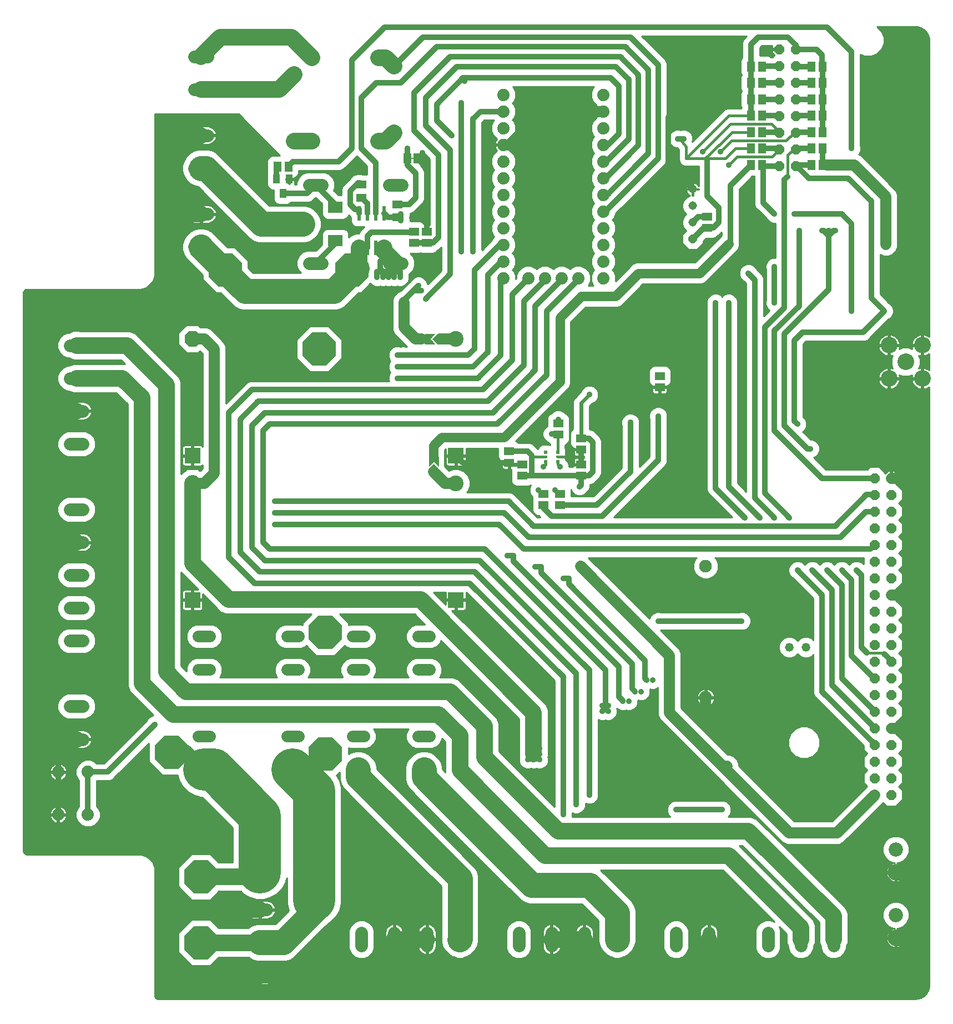
<source format=gbl>
G75*
G70*
%OFA0B0*%
%FSLAX24Y24*%
%IPPOS*%
%LPD*%
%AMOC8*
5,1,8,0,0,1.08239X$1,22.5*
%
%ADD10C,0.0520*%
%ADD11C,0.0768*%
%ADD12C,0.0740*%
%ADD13R,0.0591X0.0512*%
%ADD14OC8,0.0515*%
%ADD15C,0.0515*%
%ADD16C,0.0780*%
%ADD17R,0.0512X0.0591*%
%ADD18R,0.0240X0.0870*%
%ADD19R,0.0630X0.0512*%
%ADD20C,0.1000*%
%ADD21R,0.0197X0.0197*%
%ADD22R,0.0197X0.0157*%
%ADD23R,0.0394X0.0551*%
%ADD24C,0.0760*%
%ADD25OC8,0.0520*%
%ADD26OC8,0.0600*%
%ADD27C,0.0150*%
%ADD28C,0.0020*%
%ADD29C,0.0705*%
%ADD30R,0.0460X0.0630*%
%ADD31R,0.0250X0.0080*%
%ADD32R,0.0866X0.0709*%
%ADD33C,0.0860*%
%ADD34R,0.0945X0.0945*%
%ADD35OC8,0.0945*%
%ADD36C,0.0945*%
%ADD37OC8,0.2000*%
%ADD38C,0.0320*%
%ADD39C,0.0356*%
%ADD40C,0.1000*%
%ADD41C,0.0660*%
%ADD42C,0.0160*%
%ADD43C,0.0240*%
%ADD44C,0.0100*%
%ADD45C,0.0560*%
%ADD46C,0.1500*%
%ADD47C,0.2540*%
D10*
X046500Y021607D03*
X047500Y021607D03*
D11*
X041489Y018595D03*
X041489Y026469D03*
D12*
X035335Y043756D03*
X035335Y044756D03*
X035335Y045756D03*
X035335Y046756D03*
X035335Y047756D03*
X035335Y048756D03*
X035335Y049756D03*
X035335Y050756D03*
X035335Y051756D03*
X035335Y052756D03*
X035335Y053756D03*
X035335Y054756D03*
X029335Y054756D03*
X029335Y053756D03*
X029335Y052756D03*
X029335Y051756D03*
X029335Y050756D03*
X029335Y049756D03*
X029335Y048756D03*
X029335Y047756D03*
X029335Y046756D03*
X029335Y045756D03*
X029335Y044756D03*
X029335Y043756D03*
X030835Y043756D03*
X031835Y043756D03*
X032835Y043756D03*
X033835Y043756D03*
X004386Y014127D03*
X002606Y014127D03*
X002606Y011567D03*
X004386Y011567D03*
D13*
X029678Y032689D03*
X029678Y033359D03*
X030465Y032571D03*
X030465Y031902D03*
X031744Y030800D03*
X031744Y030130D03*
X032729Y030130D03*
X032729Y030800D03*
X034008Y031902D03*
X034008Y032571D03*
X034008Y033477D03*
X034008Y034146D03*
X032630Y034363D03*
X032630Y035032D03*
X038733Y037217D03*
X038733Y037886D03*
X041587Y046764D03*
X041587Y047433D03*
X024756Y046548D03*
X024756Y045878D03*
X023969Y045878D03*
X023969Y046548D03*
D14*
X040701Y046091D03*
D15*
X040701Y047091D03*
X040701Y048091D03*
X040701Y049091D03*
D16*
X023256Y049350D02*
X022476Y049350D01*
X018456Y049350D02*
X017676Y049350D01*
X017656Y047000D02*
X016876Y047000D01*
X017676Y044650D02*
X018456Y044650D01*
X022476Y044650D02*
X023256Y044650D01*
X011564Y045627D02*
X010784Y045627D01*
X010784Y047597D02*
X011564Y047597D01*
X011564Y050351D02*
X010784Y050351D01*
X010784Y052321D02*
X011564Y052321D01*
X011564Y055076D02*
X010784Y055076D01*
X010784Y057046D02*
X011564Y057046D01*
X004083Y039723D02*
X003303Y039723D01*
X003303Y037743D02*
X004083Y037743D01*
X004083Y035786D02*
X003303Y035786D01*
X003303Y033806D02*
X004083Y033806D01*
X004083Y029877D02*
X003303Y029877D01*
X003303Y027907D02*
X004083Y027907D01*
X004083Y025937D02*
X003303Y025937D01*
X003303Y023967D02*
X004083Y023967D01*
X004083Y021997D02*
X003303Y021997D01*
X003303Y018069D02*
X004083Y018069D01*
X004083Y016089D02*
X003303Y016089D01*
X014327Y007833D02*
X015107Y007833D01*
X015107Y005863D02*
X014327Y005863D01*
X014327Y003896D02*
X015107Y003896D01*
X015107Y001926D02*
X014327Y001926D01*
X020814Y003697D02*
X020814Y004477D01*
X022784Y004477D02*
X022784Y003697D01*
X024751Y003697D02*
X024751Y004477D01*
X026721Y004477D02*
X026721Y003697D01*
X030262Y003697D02*
X030262Y004477D01*
X032232Y004477D02*
X032232Y003697D01*
X034199Y003697D02*
X034199Y004477D01*
X036169Y004477D02*
X036169Y003697D01*
X039711Y003697D02*
X039711Y004477D01*
X041681Y004477D02*
X041681Y003697D01*
X045227Y003697D02*
X045227Y004477D01*
X047197Y004477D02*
X047197Y003697D01*
X049167Y003697D02*
X049167Y004477D01*
D17*
X016430Y050445D03*
X015760Y050445D03*
X044205Y050544D03*
X044874Y050544D03*
X044874Y051528D03*
X044205Y051528D03*
X044205Y052512D03*
X044874Y052512D03*
X044874Y053496D03*
X044205Y053496D03*
X044205Y054481D03*
X044874Y054481D03*
X044874Y055465D03*
X044205Y055465D03*
X044205Y056449D03*
X044874Y056449D03*
X047847Y056449D03*
X048516Y056449D03*
X048516Y055465D03*
X047847Y055465D03*
X047847Y054481D03*
X048516Y054481D03*
X048516Y053496D03*
X047847Y053496D03*
X047847Y052512D03*
X048516Y052512D03*
X048516Y051528D03*
X047847Y051528D03*
X047847Y050544D03*
X048516Y050544D03*
D18*
X022160Y047637D03*
X021660Y047637D03*
X021160Y047637D03*
X020660Y047637D03*
X020660Y045577D03*
X021160Y045577D03*
X021660Y045577D03*
X022160Y045577D03*
D19*
X022985Y047394D03*
X022985Y048181D03*
X020819Y048575D03*
X020819Y049363D03*
D20*
X052496Y039733D03*
X053496Y038733D03*
X054496Y039733D03*
X054496Y037733D03*
X052496Y037733D03*
D21*
X032591Y033319D03*
X032591Y032729D03*
X031882Y032729D03*
X031882Y033319D03*
D22*
X031882Y033024D03*
X032591Y033024D03*
D23*
X016469Y049697D03*
X015721Y049697D03*
X016095Y048831D03*
D24*
X017835Y051981D03*
X021835Y051981D03*
X021835Y056981D03*
X017835Y056981D03*
D25*
X016784Y055989D03*
X016784Y051989D03*
X022788Y052481D03*
X022788Y056481D03*
D26*
X045910Y056489D03*
X045910Y057489D03*
X046910Y057489D03*
X046910Y056489D03*
X046910Y055489D03*
X045910Y055489D03*
X045910Y054489D03*
X046910Y054489D03*
X046910Y053489D03*
X045910Y053489D03*
X045910Y052489D03*
X046910Y052489D03*
X046910Y051489D03*
X045910Y051489D03*
X045910Y050489D03*
X046910Y050489D03*
X051630Y031756D03*
X052630Y031756D03*
X052630Y030756D03*
X051630Y030756D03*
X051630Y029756D03*
X052630Y029756D03*
X052630Y028756D03*
X051630Y028756D03*
X051630Y027756D03*
X051630Y026756D03*
X052630Y026756D03*
X052630Y027756D03*
X052630Y025756D03*
X051630Y025756D03*
X051630Y024756D03*
X051630Y023756D03*
X052630Y023756D03*
X052630Y024756D03*
X052630Y022756D03*
X051630Y022756D03*
X051630Y021756D03*
X052630Y021756D03*
X052630Y020756D03*
X051630Y020756D03*
X051630Y019756D03*
X052630Y019756D03*
X052630Y018756D03*
X051630Y018756D03*
X051630Y017756D03*
X051630Y016756D03*
X052630Y016756D03*
X052630Y017756D03*
X052630Y015756D03*
X051630Y015756D03*
X051630Y014756D03*
X051630Y013756D03*
X052630Y013756D03*
X052630Y014756D03*
X052630Y012756D03*
X051630Y012756D03*
D27*
X025375Y032057D02*
X025375Y032207D01*
X025375Y032057D02*
X024925Y032057D01*
X024925Y032207D01*
X025375Y032207D01*
X025375Y032206D02*
X024925Y032206D01*
X025375Y032857D02*
X025375Y033007D01*
X025375Y032857D02*
X024925Y032857D01*
X024925Y033007D01*
X025375Y033007D01*
X025375Y033006D02*
X024925Y033006D01*
X024825Y040336D02*
X024675Y040336D01*
X024825Y040336D02*
X024825Y039886D01*
X024675Y039886D01*
X024675Y040336D01*
X024675Y040035D02*
X024825Y040035D01*
X024825Y040184D02*
X024675Y040184D01*
X024675Y040333D02*
X024825Y040333D01*
X025475Y040336D02*
X025625Y040336D01*
X025625Y039886D01*
X025475Y039886D01*
X025475Y040336D01*
X025475Y040035D02*
X025625Y040035D01*
X025625Y040184D02*
X025475Y040184D01*
X025475Y040333D02*
X025625Y040333D01*
D28*
X025600Y040333D02*
X025307Y040333D01*
X025325Y040351D02*
X025600Y040351D01*
X025600Y040370D02*
X025344Y040370D01*
X025362Y040388D02*
X025600Y040388D01*
X025600Y040401D02*
X025600Y039821D01*
X025375Y039821D01*
X025085Y040111D01*
X025375Y040401D01*
X025600Y040401D01*
X025600Y040314D02*
X025288Y040314D01*
X025270Y040296D02*
X025600Y040296D01*
X025600Y040277D02*
X025251Y040277D01*
X025233Y040259D02*
X025600Y040259D01*
X025600Y040240D02*
X025214Y040240D01*
X025196Y040222D02*
X025600Y040222D01*
X025600Y040203D02*
X025177Y040203D01*
X025159Y040185D02*
X025600Y040185D01*
X025600Y040166D02*
X025140Y040166D01*
X025122Y040148D02*
X025600Y040148D01*
X025600Y040129D02*
X025103Y040129D01*
X025085Y040111D02*
X025600Y040111D01*
X025600Y040092D02*
X025104Y040092D01*
X025122Y040074D02*
X025600Y040074D01*
X025600Y040055D02*
X025141Y040055D01*
X025159Y040037D02*
X025600Y040037D01*
X025600Y040018D02*
X025178Y040018D01*
X025196Y040000D02*
X025600Y040000D01*
X025600Y039981D02*
X025215Y039981D01*
X025233Y039963D02*
X025600Y039963D01*
X025600Y039944D02*
X025252Y039944D01*
X025270Y039926D02*
X025600Y039926D01*
X025600Y039907D02*
X025289Y039907D01*
X025307Y039889D02*
X025600Y039889D01*
X025600Y039870D02*
X025326Y039870D01*
X025344Y039852D02*
X025600Y039852D01*
X025600Y039833D02*
X025363Y039833D01*
X025200Y039821D02*
X024700Y039821D01*
X024700Y040401D01*
X025200Y040401D01*
X024920Y040111D01*
X025200Y039821D01*
X025188Y039833D02*
X024700Y039833D01*
X024700Y039852D02*
X025170Y039852D01*
X025152Y039870D02*
X024700Y039870D01*
X024700Y039889D02*
X025134Y039889D01*
X025117Y039907D02*
X024700Y039907D01*
X024700Y039926D02*
X025099Y039926D01*
X025081Y039944D02*
X024700Y039944D01*
X024700Y039963D02*
X025063Y039963D01*
X025045Y039981D02*
X024700Y039981D01*
X024700Y040000D02*
X025027Y040000D01*
X025009Y040018D02*
X024700Y040018D01*
X024700Y040037D02*
X024992Y040037D01*
X024974Y040055D02*
X024700Y040055D01*
X024700Y040074D02*
X024956Y040074D01*
X024938Y040092D02*
X024700Y040092D01*
X024700Y040111D02*
X024920Y040111D01*
X024938Y040129D02*
X024700Y040129D01*
X024700Y040148D02*
X024956Y040148D01*
X024973Y040166D02*
X024700Y040166D01*
X024700Y040185D02*
X024991Y040185D01*
X025009Y040203D02*
X024700Y040203D01*
X024700Y040222D02*
X025027Y040222D01*
X025045Y040240D02*
X024700Y040240D01*
X024700Y040259D02*
X025063Y040259D01*
X025081Y040277D02*
X024700Y040277D01*
X024700Y040296D02*
X025099Y040296D01*
X025116Y040314D02*
X024700Y040314D01*
X024700Y040333D02*
X025134Y040333D01*
X025152Y040351D02*
X024700Y040351D01*
X024700Y040370D02*
X025170Y040370D01*
X025188Y040388D02*
X024700Y040388D01*
X024860Y032982D02*
X025440Y032982D01*
X025440Y032482D01*
X025150Y032762D01*
X024860Y032482D01*
X024860Y032982D01*
X024860Y032969D02*
X025440Y032969D01*
X025440Y032951D02*
X024860Y032951D01*
X024860Y032932D02*
X025440Y032932D01*
X025440Y032914D02*
X024860Y032914D01*
X024860Y032895D02*
X025440Y032895D01*
X025440Y032877D02*
X024860Y032877D01*
X024860Y032858D02*
X025440Y032858D01*
X025440Y032840D02*
X024860Y032840D01*
X024860Y032821D02*
X025440Y032821D01*
X025440Y032803D02*
X024860Y032803D01*
X024860Y032784D02*
X025440Y032784D01*
X025440Y032766D02*
X024860Y032766D01*
X024860Y032747D02*
X025135Y032747D01*
X025116Y032729D02*
X024860Y032729D01*
X024860Y032710D02*
X025097Y032710D01*
X025078Y032692D02*
X024860Y032692D01*
X024860Y032673D02*
X025058Y032673D01*
X025039Y032655D02*
X024860Y032655D01*
X024860Y032636D02*
X025020Y032636D01*
X025001Y032618D02*
X024860Y032618D01*
X024860Y032599D02*
X024982Y032599D01*
X024963Y032581D02*
X024860Y032581D01*
X024860Y032562D02*
X024943Y032562D01*
X024924Y032544D02*
X024860Y032544D01*
X024860Y032525D02*
X024905Y032525D01*
X024886Y032507D02*
X024860Y032507D01*
X024860Y032488D02*
X024867Y032488D01*
X024949Y032396D02*
X025351Y032396D01*
X025332Y032414D02*
X024968Y032414D01*
X024986Y032433D02*
X025314Y032433D01*
X025295Y032451D02*
X025005Y032451D01*
X025023Y032470D02*
X025277Y032470D01*
X025258Y032488D02*
X025042Y032488D01*
X025060Y032507D02*
X025240Y032507D01*
X025221Y032525D02*
X025079Y032525D01*
X025097Y032544D02*
X025203Y032544D01*
X025184Y032562D02*
X025116Y032562D01*
X025134Y032581D02*
X025166Y032581D01*
X025150Y032597D02*
X024860Y032307D01*
X024860Y032082D01*
X025440Y032082D01*
X025440Y032307D01*
X025150Y032597D01*
X025242Y032673D02*
X025440Y032673D01*
X025440Y032655D02*
X025261Y032655D01*
X025280Y032636D02*
X025440Y032636D01*
X025440Y032618D02*
X025299Y032618D01*
X025318Y032599D02*
X025440Y032599D01*
X025440Y032581D02*
X025337Y032581D01*
X025357Y032562D02*
X025440Y032562D01*
X025440Y032544D02*
X025376Y032544D01*
X025395Y032525D02*
X025440Y032525D01*
X025440Y032507D02*
X025414Y032507D01*
X025433Y032488D02*
X025440Y032488D01*
X025369Y032377D02*
X024931Y032377D01*
X024912Y032359D02*
X025388Y032359D01*
X025406Y032340D02*
X024894Y032340D01*
X024875Y032322D02*
X025425Y032322D01*
X025440Y032303D02*
X024860Y032303D01*
X024860Y032285D02*
X025440Y032285D01*
X025440Y032266D02*
X024860Y032266D01*
X024860Y032248D02*
X025440Y032248D01*
X025440Y032229D02*
X024860Y032229D01*
X024860Y032211D02*
X025440Y032211D01*
X025440Y032192D02*
X024860Y032192D01*
X024860Y032174D02*
X025440Y032174D01*
X025440Y032155D02*
X024860Y032155D01*
X024860Y032137D02*
X025440Y032137D01*
X025440Y032118D02*
X024860Y032118D01*
X024860Y032100D02*
X025440Y032100D01*
X025440Y032692D02*
X025222Y032692D01*
X025203Y032710D02*
X025440Y032710D01*
X025440Y032729D02*
X025184Y032729D01*
X025165Y032747D02*
X025440Y032747D01*
D29*
X024912Y022260D02*
X024207Y022260D01*
X024207Y020260D02*
X024912Y020260D01*
X020975Y020260D02*
X020270Y020260D01*
X020270Y022260D02*
X020975Y022260D01*
X017038Y022260D02*
X016333Y022260D01*
X016333Y020260D02*
X017038Y020260D01*
X017038Y016260D02*
X016333Y016260D01*
X016333Y014260D02*
X017038Y014260D01*
X020270Y014260D02*
X020975Y014260D01*
X020975Y016260D02*
X020270Y016260D01*
X024207Y016260D02*
X024912Y016260D01*
X024912Y014260D02*
X024207Y014260D01*
X011723Y014260D02*
X011018Y014260D01*
X011018Y016260D02*
X011723Y016260D01*
X011723Y020260D02*
X011018Y020260D01*
X011018Y022260D02*
X011723Y022260D01*
D30*
X023570Y050937D03*
X024170Y050937D03*
D31*
X023870Y050937D03*
D32*
X019244Y048004D03*
X019244Y045996D03*
D33*
X052906Y009481D03*
X052906Y008103D03*
X052906Y005544D03*
X052906Y004166D03*
D34*
X026489Y024441D03*
X026489Y033103D03*
X010662Y033103D03*
X010662Y024441D03*
D35*
X010662Y031449D03*
X010662Y040111D03*
D36*
X026489Y040111D03*
X026489Y031449D03*
D37*
X018260Y039520D03*
X020229Y044244D03*
X012650Y044244D03*
X018654Y022493D03*
X018654Y015209D03*
X011174Y007827D03*
X011174Y003890D03*
X009402Y015307D03*
D38*
X008418Y016981D02*
X005563Y014126D01*
X004387Y014126D01*
X004386Y014127D01*
X004386Y011567D01*
X002606Y011567D02*
X002606Y014127D01*
X002606Y014323D01*
X002606Y016085D01*
X002611Y016089D01*
X012847Y027020D02*
X014422Y025445D01*
X027315Y025445D01*
X032926Y019835D01*
X032926Y011567D01*
X033713Y012158D02*
X033713Y020032D01*
X027611Y026134D01*
X014717Y026134D01*
X013536Y027315D01*
X013536Y035288D01*
X014619Y036370D01*
X028398Y036370D01*
X030563Y038536D01*
X030563Y042374D01*
X031835Y043646D01*
X031835Y043756D01*
X030835Y043756D02*
X030835Y043729D01*
X029874Y042768D01*
X029874Y038831D01*
X028103Y037059D01*
X014225Y037059D01*
X012847Y035681D01*
X012847Y027020D01*
X014225Y027611D02*
X015012Y026823D01*
X027906Y026823D01*
X034500Y020229D01*
X034500Y012748D01*
X035288Y017768D02*
X035485Y017965D01*
X035485Y020229D01*
X028201Y027512D01*
X015307Y027512D01*
X014914Y027906D01*
X014914Y034599D01*
X015307Y034993D01*
X028989Y034993D01*
X031941Y037945D01*
X031941Y041784D01*
X033835Y043678D01*
X033835Y043756D01*
X032835Y043756D02*
X032835Y043662D01*
X031252Y042079D01*
X031252Y038241D01*
X028693Y035681D01*
X015012Y035681D01*
X014225Y034894D01*
X014225Y027611D01*
X015603Y028989D02*
X029087Y028989D01*
X030563Y027512D01*
X051386Y027512D01*
X051630Y027756D01*
X050544Y026233D02*
X050839Y025937D01*
X050839Y021607D01*
X051183Y021262D01*
X050248Y021115D02*
X051607Y019756D01*
X051630Y019756D01*
X052630Y020756D02*
X052630Y020800D01*
X052217Y021213D01*
X050248Y021115D02*
X050248Y025642D01*
X049658Y026233D01*
X049658Y025347D02*
X048772Y026233D01*
X047886Y026233D02*
X049067Y025052D01*
X049067Y019343D01*
X051630Y016780D01*
X051630Y016756D01*
X051630Y017756D02*
X051630Y017764D01*
X049658Y019737D01*
X049658Y025347D01*
X048477Y024756D02*
X048477Y018949D01*
X051630Y015796D01*
X051630Y015756D01*
X043654Y023181D02*
X038634Y023181D01*
X037847Y020819D02*
X033270Y025396D01*
X033270Y025741D01*
X032926Y025741D01*
X031597Y026085D02*
X031597Y026430D01*
X031252Y026430D01*
X031597Y026085D02*
X037059Y020622D01*
X037059Y019146D01*
X037256Y018949D01*
X036518Y018408D02*
X036518Y018359D01*
X036518Y018408D02*
X036272Y018654D01*
X036272Y020426D01*
X029924Y026774D01*
X029924Y027119D01*
X029579Y027119D01*
X030859Y028201D02*
X029382Y029678D01*
X015603Y029678D01*
X015603Y030367D02*
X029678Y030367D01*
X031154Y028890D01*
X049264Y028890D01*
X051134Y030760D01*
X051626Y030760D01*
X051630Y030756D01*
X051630Y029756D02*
X051115Y029756D01*
X049559Y028201D01*
X030859Y028201D01*
X032237Y029481D02*
X035288Y029481D01*
X038634Y032827D01*
X038634Y035485D01*
X036961Y035091D02*
X036961Y032138D01*
X034953Y030130D01*
X032729Y030130D01*
X032237Y029481D02*
X031744Y029973D01*
X031744Y030130D01*
X031056Y031902D02*
X030465Y031902D01*
X031056Y031902D02*
X031056Y033024D01*
X031056Y033122D01*
X030819Y033359D01*
X029678Y033359D01*
X029678Y032689D02*
X026902Y032689D01*
X026489Y033103D01*
X025150Y033024D02*
X025150Y032932D01*
X023329Y037748D02*
X022985Y037748D01*
X023329Y037748D02*
X027807Y037748D01*
X029185Y039126D01*
X029185Y043654D01*
X029288Y043756D01*
X029335Y043756D01*
X028398Y043949D02*
X029205Y044756D01*
X029335Y044756D01*
X029335Y045756D02*
X029122Y045756D01*
X027611Y044244D01*
X027611Y039520D01*
X027217Y039126D01*
X023329Y039126D01*
X022985Y039126D01*
X022985Y038437D02*
X023329Y038437D01*
X027512Y038437D01*
X028398Y039323D01*
X028398Y043949D01*
X027512Y045327D02*
X027512Y053300D01*
X027969Y053756D01*
X029335Y053756D01*
X026823Y054284D02*
X026823Y045327D01*
X026134Y043998D02*
X026134Y051430D01*
X024658Y052906D01*
X024658Y054579D01*
X026528Y056449D01*
X036075Y056449D01*
X036863Y055662D01*
X036863Y052119D01*
X035500Y050756D01*
X035335Y050756D01*
X035335Y049756D02*
X035485Y049756D01*
X036764Y051036D01*
X036863Y051134D01*
X037453Y051725D01*
X037453Y055957D01*
X036370Y057040D01*
X026134Y057040D01*
X023969Y054874D01*
X023969Y052611D01*
X025445Y051134D01*
X025445Y046213D01*
X025111Y045878D01*
X024756Y045878D01*
X023969Y045878D01*
X023930Y046508D02*
X023969Y046548D01*
X023930Y046508D02*
X021410Y046508D01*
X021160Y046258D01*
X021160Y045577D01*
X021927Y044786D02*
X021927Y044441D01*
X021927Y044318D01*
X022099Y044146D01*
X022099Y043802D01*
X022099Y044146D02*
X021754Y044146D01*
X021754Y043802D01*
X022099Y044146D02*
X022443Y044146D01*
X022443Y043802D01*
X022443Y044146D02*
X022788Y044146D01*
X022788Y043802D01*
X022788Y044146D02*
X023132Y044146D01*
X023132Y043802D01*
X024240Y043309D02*
X023372Y042442D01*
X023372Y042319D01*
X024067Y043014D02*
X024412Y043014D01*
X024658Y042522D02*
X026134Y043998D01*
X024756Y046548D02*
X024756Y050352D01*
X024170Y050937D01*
X024170Y050933D01*
X024461Y050593D01*
X024461Y051282D01*
X023575Y051528D02*
X023570Y051523D01*
X023570Y050937D01*
X023575Y050933D01*
X023575Y050544D01*
X024067Y050052D01*
X024067Y048575D01*
X023674Y048181D01*
X023181Y048181D01*
X022985Y048181D01*
X023181Y047591D02*
X023181Y047394D01*
X023181Y047197D01*
X022985Y047394D02*
X022402Y047394D01*
X022160Y047637D01*
X021660Y047637D02*
X021660Y050687D01*
X020819Y051528D01*
X020819Y054579D01*
X021705Y055465D01*
X023181Y055465D01*
X025347Y057630D01*
X036666Y057630D01*
X038044Y056252D01*
X038044Y051233D01*
X037453Y050642D01*
X037306Y050494D01*
X035567Y048756D01*
X035335Y048756D01*
X035335Y047756D02*
X035453Y047756D01*
X038634Y050937D01*
X038634Y056548D01*
X036961Y058221D01*
X024559Y058221D01*
X024506Y058199D02*
X022788Y056481D01*
X024505Y058199D02*
X024517Y058208D01*
X024530Y058215D01*
X024544Y058220D01*
X024559Y058221D01*
X022197Y058811D02*
X048772Y058811D01*
X050248Y057335D01*
X050248Y051528D01*
X048772Y050544D02*
X048516Y050544D01*
X048516Y051528D01*
X047847Y051528D02*
X046949Y051528D01*
X046910Y051489D01*
X046965Y050544D02*
X046910Y050489D01*
X046965Y050481D02*
X047689Y049756D01*
X050052Y049756D01*
X051430Y048378D01*
X051430Y042571D01*
X052217Y041784D01*
X050937Y040504D01*
X047296Y040504D01*
X046804Y040012D01*
X046804Y035189D01*
X047000Y034993D01*
X046213Y034894D02*
X047591Y033516D01*
X047788Y033516D01*
X048477Y031744D02*
X045622Y034599D01*
X045622Y040603D01*
X047099Y042079D01*
X047099Y046607D01*
X046804Y047591D02*
X049658Y047591D01*
X050248Y047000D01*
X050248Y041784D01*
X048870Y043063D02*
X048870Y046311D01*
X049166Y046607D01*
X049264Y046607D01*
X048870Y046607D02*
X048870Y046311D01*
X048575Y046607D01*
X048477Y046607D01*
X045622Y047591D02*
X044930Y048284D01*
X044930Y050489D01*
X045910Y050489D01*
X045910Y051489D02*
X045870Y051528D01*
X044874Y051528D01*
X044914Y051489D01*
X044874Y050544D02*
X044930Y050489D01*
X044205Y050544D02*
X042965Y049304D01*
X042965Y046016D01*
X042867Y045918D01*
X042867Y045819D01*
X041941Y046764D02*
X042276Y047099D01*
X042276Y047985D01*
X041587Y048674D01*
X041587Y050937D01*
X040160Y052119D02*
X039815Y052119D01*
X039225Y052709D02*
X039225Y050567D01*
X040701Y049091D01*
X041044Y047433D02*
X040701Y047091D01*
X041044Y047433D02*
X041587Y047433D01*
X041587Y046764D02*
X041941Y046764D01*
X041587Y046764D02*
X041374Y046764D01*
X040701Y046091D01*
X044048Y044048D02*
X044441Y043654D01*
X044441Y030563D01*
X045622Y029382D01*
X044737Y029382D02*
X042867Y031252D01*
X042867Y042276D01*
X042079Y042276D02*
X042079Y031154D01*
X043851Y029382D01*
X045032Y030859D02*
X045032Y040800D01*
X046213Y041981D01*
X046213Y049658D01*
X046410Y049855D01*
X046965Y050481D02*
X046965Y050544D01*
X047847Y050544D01*
X047847Y052512D02*
X046933Y052512D01*
X046910Y052489D01*
X045910Y052489D02*
X045886Y052512D01*
X044874Y052512D01*
X044898Y052489D01*
X044874Y053496D02*
X045902Y053496D01*
X045910Y053489D01*
X045910Y054489D02*
X044882Y054489D01*
X044874Y054481D01*
X044205Y054481D02*
X044205Y053496D01*
X044205Y054481D02*
X044205Y055465D01*
X044205Y056449D01*
X044205Y057788D01*
X044638Y058221D01*
X046410Y058221D01*
X046902Y057729D01*
X046902Y057496D01*
X046910Y057489D01*
X048126Y057489D01*
X048477Y057138D01*
X048477Y056489D01*
X048516Y056449D01*
X048516Y055465D01*
X048516Y054481D01*
X048516Y053496D01*
X048516Y052512D01*
X047847Y053496D02*
X046918Y053496D01*
X046910Y053489D01*
X046918Y054481D02*
X046910Y054489D01*
X046918Y054481D02*
X047847Y054481D01*
X047847Y055465D02*
X046933Y055465D01*
X046910Y055489D01*
X045910Y055489D02*
X044898Y055489D01*
X044874Y055465D01*
X044874Y056449D02*
X044914Y056489D01*
X045910Y056489D01*
X046910Y056489D02*
X046949Y056449D01*
X047847Y056449D01*
X039815Y053644D02*
X039471Y053644D01*
X039225Y053398D01*
X039225Y052709D01*
X036272Y052414D02*
X036272Y055268D01*
X035780Y055760D01*
X026922Y055760D01*
X026922Y055662D01*
X027020Y055563D01*
X026922Y055760D02*
X025347Y054185D01*
X025347Y053201D01*
X026233Y052315D01*
X021160Y048235D02*
X021160Y047637D01*
X020660Y047637D02*
X020660Y047874D01*
X020437Y047874D01*
X020130Y048181D01*
X020130Y048969D01*
X020622Y049461D01*
X020721Y049461D01*
X020819Y049363D01*
X020819Y048575D02*
X021160Y048235D01*
X020672Y047886D02*
X020660Y047874D01*
X019244Y048004D02*
X019244Y048172D01*
X018066Y049350D01*
X017547Y048831D01*
X016095Y048831D01*
X016489Y049658D02*
X016469Y049678D01*
X016469Y049697D01*
X015721Y049697D02*
X015721Y050406D01*
X015760Y050445D01*
X016430Y050445D02*
X016430Y050485D01*
X016685Y050741D01*
X019441Y050741D01*
X020229Y051528D01*
X020229Y056843D01*
X022197Y058811D01*
X019244Y045996D02*
X019244Y045829D01*
X018066Y044650D01*
X024412Y040111D02*
X024750Y040111D01*
X024756Y040111D01*
X032237Y034402D02*
X032256Y034422D01*
X032591Y034422D01*
X032630Y035032D02*
X032630Y035288D01*
X034008Y034146D02*
X034461Y034146D01*
X034697Y033910D01*
X034697Y032138D01*
X034461Y031902D01*
X034008Y031902D01*
X034008Y031351D01*
X033910Y031252D01*
X034008Y031902D02*
X031056Y031902D01*
X034008Y032571D02*
X034008Y033024D01*
X034008Y033477D01*
X045032Y030859D02*
X046508Y029382D01*
X048477Y031744D02*
X051619Y031744D01*
X051630Y031756D01*
X047000Y026233D02*
X048477Y024756D01*
X046213Y034894D02*
X046213Y040406D01*
X048870Y043063D01*
X045622Y042276D02*
X045622Y044441D01*
X036272Y052414D02*
X035615Y051756D01*
X035335Y051756D01*
X037847Y020819D02*
X037847Y019737D01*
X037945Y019638D01*
X035632Y018113D02*
X035288Y018113D01*
X035485Y017965D02*
X035485Y017916D01*
X035632Y017768D01*
X039717Y011863D02*
X042473Y011863D01*
D39*
X042473Y011863D03*
X042768Y014126D03*
X042768Y014471D03*
X039717Y011863D03*
X034500Y012748D03*
X033713Y012158D03*
X032926Y011567D03*
X031498Y014865D03*
X031498Y015209D03*
X031154Y015209D03*
X031154Y014865D03*
X030809Y014865D03*
X030809Y015209D03*
X030809Y015554D03*
X031154Y015554D03*
X031498Y015554D03*
X035288Y017768D03*
X035632Y017768D03*
X035632Y018113D03*
X035288Y018113D03*
X036518Y018359D03*
X036863Y018359D03*
X037256Y018949D03*
X037601Y018949D03*
X037945Y019638D03*
X038290Y019638D03*
X038634Y023181D03*
X034451Y025987D03*
X034205Y026233D03*
X033959Y026479D03*
X033270Y025741D03*
X032926Y025741D03*
X031597Y026430D03*
X031252Y026430D03*
X029924Y027119D03*
X029579Y027119D03*
X031449Y031056D03*
X032433Y031056D03*
X032729Y032433D03*
X031744Y032433D03*
X032237Y034402D03*
X032630Y035288D03*
X034008Y033369D03*
X034008Y033024D03*
X034008Y032680D03*
X033910Y031252D03*
X036961Y035091D03*
X038634Y035485D03*
X038831Y037158D03*
X038831Y037945D03*
X034500Y036764D03*
X042079Y042276D03*
X042867Y042276D03*
X044048Y044048D03*
X045622Y044441D03*
X045622Y042276D03*
X048280Y038733D03*
X048772Y038733D03*
X049264Y038733D03*
X049756Y038733D03*
X050248Y038733D03*
X050741Y038733D03*
X051134Y039028D03*
X051626Y039225D03*
X051528Y037650D03*
X051036Y037552D03*
X050544Y037552D03*
X050052Y037552D03*
X049559Y037552D03*
X049067Y037552D03*
X047000Y034993D03*
X047788Y033516D03*
X046508Y029382D03*
X045622Y029382D03*
X044737Y029382D03*
X043851Y029382D03*
X047000Y026233D03*
X047886Y026233D03*
X048772Y026233D03*
X049658Y026233D03*
X050544Y026233D03*
X043654Y023181D03*
X046311Y012552D03*
X046656Y012552D03*
X023329Y037748D03*
X022985Y037748D03*
X022985Y038437D03*
X023329Y038437D03*
X023329Y039126D03*
X022985Y039126D03*
X024067Y040111D03*
X024412Y040111D03*
X024756Y040111D03*
X024658Y042522D03*
X024412Y043014D03*
X024240Y043309D03*
X024067Y043014D03*
X023132Y043802D03*
X023132Y044146D03*
X022788Y044146D03*
X022788Y043802D03*
X022443Y043802D03*
X022443Y044146D03*
X022099Y044146D03*
X021927Y044441D03*
X021754Y044146D03*
X021754Y043802D03*
X022099Y043802D03*
X021927Y044786D03*
X023181Y047197D03*
X023181Y047591D03*
X023181Y048181D03*
X020672Y047886D03*
X023575Y051528D03*
X024461Y051282D03*
X024461Y050937D03*
X024461Y050593D03*
X026233Y052315D03*
X026823Y054284D03*
X027020Y055563D03*
X026823Y045327D03*
X027512Y045327D03*
X016489Y049658D03*
X015603Y030367D03*
X015603Y029678D03*
X015603Y028989D03*
X008418Y016981D03*
X041292Y051331D03*
X042374Y051331D03*
X042867Y050544D03*
X040160Y052119D03*
X039815Y052119D03*
X039225Y052709D03*
X039815Y053644D03*
X045622Y047591D03*
X046804Y047591D03*
X047099Y046607D03*
X048477Y046607D03*
X048870Y046607D03*
X049264Y046607D03*
X052315Y046459D03*
X052315Y046115D03*
X052315Y045770D03*
X052217Y041784D03*
X050248Y041784D03*
X042867Y045819D03*
X050248Y051528D03*
D40*
X054382Y031252D02*
X054382Y024658D01*
X054382Y016685D01*
X054382Y008073D01*
X054353Y008103D01*
X052906Y008103D01*
X054382Y008073D02*
X054382Y004185D01*
X054363Y004166D01*
X052906Y004166D01*
X054382Y004185D02*
X054382Y002807D01*
X053496Y001922D01*
X043654Y001922D01*
X043650Y001926D01*
X041685Y001926D01*
X041685Y004083D01*
X041681Y004087D01*
X041685Y001926D02*
X034205Y001926D01*
X034199Y001932D01*
X034199Y004087D01*
X032232Y004087D01*
X034205Y001926D02*
X022689Y001926D01*
X022784Y002020D01*
X022784Y004087D01*
X024751Y004087D01*
X022689Y001926D02*
X014717Y001926D01*
X014713Y001922D01*
X010189Y001922D01*
X009107Y003004D01*
X009107Y005957D01*
X009201Y005863D01*
X014717Y005863D01*
X014914Y003896D02*
X014908Y003890D01*
X011174Y003890D01*
X009107Y005957D02*
X009107Y008910D01*
X008221Y009796D01*
X001922Y009796D01*
X001134Y010583D01*
X001134Y016095D01*
X001140Y016089D01*
X002611Y016089D01*
X003693Y016089D01*
X001134Y016095D02*
X001134Y028004D01*
X001231Y027907D01*
X003693Y027907D01*
X001134Y028004D02*
X001134Y035583D01*
X001337Y035786D01*
X003693Y035786D01*
X003693Y037743D02*
X003699Y037748D01*
X006449Y037748D01*
X007630Y036567D01*
X007630Y019441D01*
X009500Y017571D01*
X025445Y017571D01*
X026725Y016292D01*
X026725Y014225D01*
X031843Y009107D01*
X042867Y009107D01*
X047197Y004776D01*
X047197Y004087D01*
X049167Y004087D02*
X049167Y005463D01*
X044048Y010583D01*
X032630Y010583D01*
X028201Y015012D01*
X028201Y016882D01*
X026134Y018949D01*
X010288Y018949D01*
X009107Y020130D01*
X009107Y037355D01*
X006744Y039717D01*
X003699Y039717D01*
X003693Y039723D01*
X001134Y041587D02*
X002020Y042473D01*
X008910Y042473D01*
X009304Y042867D01*
X009304Y047493D01*
X009408Y047597D01*
X011174Y047597D01*
X009304Y047493D02*
X009304Y051528D01*
X010097Y052321D01*
X011174Y052321D01*
X011174Y055076D02*
X015871Y055076D01*
X016784Y055989D01*
X017835Y056981D02*
X016595Y058221D01*
X012355Y058221D01*
X011179Y057046D01*
X011174Y057046D01*
X016784Y051989D02*
X016792Y051981D01*
X017835Y051981D01*
X021835Y051981D02*
X022288Y051981D01*
X022788Y052481D01*
X022788Y056481D02*
X022288Y056981D01*
X021835Y056981D01*
X022160Y045577D02*
X022099Y045516D01*
X022099Y045426D01*
X022866Y044658D01*
X022866Y044650D01*
X020660Y044479D02*
X020524Y044343D01*
X020660Y044479D02*
X020660Y045577D01*
X010662Y031449D02*
X010662Y026646D01*
X012847Y024461D01*
X024363Y024461D01*
X031154Y017670D01*
X031154Y015209D01*
X018654Y015209D02*
X017311Y014260D01*
X016685Y014260D01*
X011370Y014260D02*
X011237Y014260D01*
X010189Y015307D01*
X009402Y015307D01*
X011179Y007833D02*
X011174Y007827D01*
X011179Y007833D02*
X014717Y007833D01*
X014717Y008122D01*
X001134Y035583D02*
X001134Y041587D01*
D41*
X010662Y040111D02*
X011370Y040111D01*
X011961Y039520D01*
X011961Y032040D01*
X011370Y031449D01*
X010662Y031449D01*
X023372Y040806D02*
X024067Y040111D01*
X024412Y040111D01*
X025550Y040111D02*
X026489Y040111D01*
X023372Y040806D02*
X023372Y042319D01*
X029335Y051756D02*
X029709Y051756D01*
X031709Y053756D01*
X035335Y053756D01*
X048772Y050544D02*
X050396Y050544D01*
X052315Y048624D01*
X052315Y046115D01*
X052315Y045770D01*
X052630Y031756D02*
X053878Y031756D01*
X054382Y031252D01*
X054284Y024756D02*
X052630Y024756D01*
X054284Y024756D02*
X054382Y024658D01*
X054311Y016756D02*
X052630Y016756D01*
X054311Y016756D02*
X054382Y016685D01*
X051630Y012756D02*
X049359Y010485D01*
X046508Y010485D01*
X042571Y014422D01*
X042620Y014471D01*
X042768Y014471D01*
X042571Y014422D02*
X039323Y017670D01*
X039323Y021115D01*
X033959Y026479D01*
X026489Y031449D02*
X025839Y031449D01*
X025156Y032132D01*
X025150Y032132D01*
X041489Y018595D02*
X041489Y017374D01*
X046311Y012552D01*
X046656Y012552D01*
D42*
X051183Y021262D02*
X052168Y021262D01*
X052217Y021213D01*
X038831Y037158D02*
X038792Y037158D01*
X038733Y037217D01*
X038733Y037886D02*
X038792Y037945D01*
X038831Y037945D01*
X034008Y033024D02*
X032591Y033024D01*
X032591Y032729D02*
X032591Y032571D01*
X032729Y032433D01*
X031882Y032571D02*
X031744Y032433D01*
X031882Y032571D02*
X031882Y032729D01*
X031882Y033024D02*
X031056Y033024D01*
X032591Y033319D02*
X032591Y034323D01*
X032630Y034363D01*
X032591Y034422D01*
X032473Y031056D02*
X032433Y031056D01*
X032473Y031056D02*
X032729Y030800D01*
X031744Y030800D02*
X031489Y031056D01*
X031449Y031056D01*
X020475Y044244D02*
X020229Y044244D01*
X020475Y044244D02*
X020475Y044294D01*
X012847Y044244D02*
X012847Y043949D01*
X012847Y044244D02*
X012650Y044244D01*
X039963Y052069D02*
X040307Y051626D01*
X040307Y050937D01*
X041489Y050937D01*
X041587Y050937D01*
X042670Y050937D01*
X043260Y051528D01*
X044205Y051528D01*
X043359Y051036D02*
X042867Y050544D01*
X043359Y051036D02*
X045475Y051036D01*
X045910Y051471D01*
X045910Y051489D01*
X046410Y051134D02*
X046410Y049855D01*
X046410Y051134D02*
X046764Y051489D01*
X046910Y051489D01*
X046311Y051995D02*
X043039Y051995D01*
X042374Y051331D01*
X041489Y050937D02*
X043063Y052512D01*
X044205Y052512D01*
X044205Y053496D02*
X042867Y053496D01*
X040307Y050937D01*
X041292Y051331D02*
X042965Y053004D01*
X045426Y053004D01*
X045910Y052520D01*
X045910Y052489D01*
X046311Y051995D02*
X046805Y052489D01*
X046910Y052489D01*
X040160Y052119D02*
X039963Y052069D01*
D43*
X034500Y036764D02*
X034008Y036272D01*
X034008Y034146D01*
X030465Y032571D02*
X029796Y032571D01*
X029678Y032689D01*
X022160Y045577D02*
X021660Y045577D01*
X021160Y045577D02*
X020660Y045577D01*
X022985Y047394D02*
X023181Y047394D01*
D44*
X008394Y000741D02*
X008397Y000706D01*
X008418Y000640D01*
X008459Y000585D01*
X008514Y000544D01*
X008580Y000523D01*
X008615Y000520D01*
X054087Y000520D01*
X054193Y000527D01*
X054397Y000582D01*
X054581Y000688D01*
X054730Y000837D01*
X054836Y001021D01*
X054891Y001225D01*
X054898Y001331D01*
X054898Y037222D01*
X054858Y037191D01*
X054785Y037148D01*
X054706Y037116D01*
X054624Y037094D01*
X054546Y037084D01*
X054546Y037683D01*
X054446Y037683D01*
X053847Y037683D01*
X053858Y037606D01*
X053880Y037523D01*
X053912Y037445D01*
X053955Y037371D01*
X054007Y037303D01*
X054067Y037243D01*
X054135Y037191D01*
X054208Y037148D01*
X054287Y037116D01*
X054369Y037094D01*
X054446Y037084D01*
X054446Y037683D01*
X054446Y037783D01*
X053847Y037783D01*
X053858Y037860D01*
X053880Y037942D01*
X053883Y037951D01*
X053670Y037863D01*
X053323Y037863D01*
X053109Y037951D01*
X053113Y037942D01*
X053135Y037860D01*
X053145Y037783D01*
X052546Y037783D01*
X052446Y037783D01*
X052446Y037683D01*
X051847Y037683D01*
X051858Y037606D01*
X051880Y037523D01*
X051912Y037445D01*
X051955Y037371D01*
X052007Y037303D01*
X052067Y037243D01*
X052135Y037191D01*
X052208Y037148D01*
X052287Y037116D01*
X052369Y037094D01*
X052446Y037084D01*
X052446Y037683D01*
X052546Y037683D01*
X052546Y037084D01*
X052624Y037094D01*
X052706Y037116D01*
X052785Y037148D01*
X052858Y037191D01*
X052926Y037243D01*
X052986Y037303D01*
X053038Y037371D01*
X053081Y037445D01*
X053113Y037523D01*
X053135Y037606D01*
X053145Y037683D01*
X052546Y037683D01*
X052546Y037783D01*
X052546Y038382D01*
X052624Y038372D01*
X052706Y038350D01*
X052715Y038346D01*
X052626Y038560D01*
X052626Y038906D01*
X052715Y039120D01*
X052706Y039116D01*
X052624Y039094D01*
X052546Y039084D01*
X052546Y039683D01*
X052446Y039683D01*
X051847Y039683D01*
X051858Y039606D01*
X051880Y039523D01*
X051912Y039445D01*
X051955Y039371D01*
X052007Y039303D01*
X052067Y039243D01*
X052135Y039191D01*
X052208Y039148D01*
X052287Y039116D01*
X052369Y039094D01*
X052446Y039084D01*
X052446Y039683D01*
X052446Y039783D01*
X051847Y039783D01*
X051858Y039860D01*
X051880Y039942D01*
X051912Y040021D01*
X051955Y040095D01*
X052007Y040162D01*
X052067Y040222D01*
X052135Y040274D01*
X052208Y040317D01*
X052287Y040350D01*
X052369Y040372D01*
X052446Y040382D01*
X052446Y039783D01*
X052546Y039783D01*
X052546Y040382D01*
X052624Y040372D01*
X052706Y040350D01*
X052785Y040317D01*
X052858Y040274D01*
X052926Y040222D01*
X052986Y040162D01*
X053038Y040095D01*
X053081Y040021D01*
X053113Y039942D01*
X053135Y039860D01*
X053145Y039783D01*
X052546Y039783D01*
X052546Y039683D01*
X053145Y039683D01*
X053135Y039606D01*
X053113Y039523D01*
X053109Y039514D01*
X053323Y039603D01*
X053670Y039603D01*
X053883Y039514D01*
X053880Y039523D01*
X053858Y039606D01*
X053847Y039683D01*
X054446Y039683D01*
X054446Y039783D01*
X053847Y039783D01*
X053858Y039860D01*
X053880Y039942D01*
X053912Y040021D01*
X053955Y040095D01*
X054007Y040162D01*
X054067Y040222D01*
X054135Y040274D01*
X054208Y040317D01*
X054287Y040350D01*
X054369Y040372D01*
X054446Y040382D01*
X054446Y039783D01*
X054546Y039783D01*
X054546Y040382D01*
X054624Y040372D01*
X054706Y040350D01*
X054785Y040317D01*
X054858Y040274D01*
X054898Y040244D01*
X054898Y058024D01*
X054891Y058130D01*
X054836Y058334D01*
X054730Y058518D01*
X054581Y058668D01*
X054397Y058773D01*
X054193Y058828D01*
X054087Y058835D01*
X051780Y058835D01*
X052047Y058568D01*
X052193Y058215D01*
X052193Y057833D01*
X052047Y057480D01*
X051777Y057210D01*
X051424Y057063D01*
X051042Y057063D01*
X050778Y057172D01*
X050778Y051681D01*
X050797Y051637D01*
X050797Y051419D01*
X050713Y051217D01*
X050680Y051184D01*
X050793Y051137D01*
X052712Y049218D01*
X052909Y049021D01*
X053015Y048764D01*
X053015Y045631D01*
X052909Y045374D01*
X052712Y045177D01*
X052455Y045070D01*
X052176Y045070D01*
X051960Y045160D01*
X051960Y042791D01*
X052484Y042267D01*
X052527Y042249D01*
X052682Y042094D01*
X052765Y041893D01*
X052765Y041675D01*
X052682Y041473D01*
X052527Y041319D01*
X052484Y041301D01*
X051387Y040204D01*
X051238Y040055D01*
X051043Y039974D01*
X047515Y039974D01*
X047334Y039793D01*
X047334Y035435D01*
X047465Y035303D01*
X047549Y035102D01*
X047549Y034883D01*
X047465Y034682D01*
X047320Y034537D01*
X047792Y034064D01*
X047897Y034064D01*
X048098Y033981D01*
X048252Y033827D01*
X048336Y033625D01*
X048336Y033407D01*
X048252Y033206D01*
X048098Y033051D01*
X047972Y032999D01*
X048696Y032274D01*
X051201Y032274D01*
X051353Y032426D01*
X051908Y032426D01*
X052286Y032048D01*
X052444Y032206D01*
X052580Y032206D01*
X052580Y031806D01*
X052680Y031806D01*
X052680Y032206D01*
X052817Y032206D01*
X053080Y031943D01*
X053080Y031806D01*
X052680Y031806D01*
X052680Y031706D01*
X053080Y031706D01*
X053080Y031570D01*
X052922Y031412D01*
X053300Y031034D01*
X053300Y030479D01*
X053078Y030256D01*
X053300Y030034D01*
X053300Y029479D01*
X053078Y029256D01*
X053300Y029034D01*
X053300Y028479D01*
X053078Y028256D01*
X053300Y028034D01*
X053300Y027479D01*
X053078Y027256D01*
X053300Y027034D01*
X053300Y026479D01*
X053078Y026256D01*
X053300Y026034D01*
X053300Y025479D01*
X052922Y025101D01*
X053080Y024943D01*
X053080Y024806D01*
X052680Y024806D01*
X052680Y024706D01*
X053080Y024706D01*
X053080Y024570D01*
X052922Y024412D01*
X053300Y024034D01*
X053300Y023479D01*
X053078Y023256D01*
X053300Y023034D01*
X053300Y022479D01*
X053078Y022256D01*
X053300Y022034D01*
X053300Y021479D01*
X053078Y021256D01*
X053300Y021034D01*
X053300Y020479D01*
X053078Y020256D01*
X053300Y020034D01*
X053300Y019479D01*
X053078Y019256D01*
X053300Y019034D01*
X053300Y018479D01*
X053078Y018256D01*
X053300Y018034D01*
X053300Y017479D01*
X052922Y017101D01*
X053080Y016943D01*
X053080Y016806D01*
X052680Y016806D01*
X052680Y016706D01*
X053080Y016706D01*
X053080Y016570D01*
X052922Y016412D01*
X053300Y016034D01*
X053300Y015479D01*
X053078Y015256D01*
X053300Y015034D01*
X053300Y014479D01*
X053078Y014256D01*
X053300Y014034D01*
X053300Y013479D01*
X053078Y013256D01*
X053300Y013034D01*
X053300Y012479D01*
X052908Y012086D01*
X052353Y012086D01*
X052152Y012288D01*
X049755Y009891D01*
X049498Y009785D01*
X046369Y009785D01*
X046112Y009891D01*
X045915Y010088D01*
X042175Y013828D01*
X042175Y013828D01*
X041978Y014025D01*
X041978Y014025D01*
X038730Y017273D01*
X038623Y017530D01*
X038623Y019197D01*
X038600Y019174D01*
X038399Y019090D01*
X038181Y019090D01*
X038126Y019113D01*
X038149Y019058D01*
X038149Y018840D01*
X038065Y018639D01*
X037911Y018485D01*
X037710Y018401D01*
X037492Y018401D01*
X037429Y018427D01*
X037411Y018420D01*
X037411Y018250D01*
X037327Y018048D01*
X037173Y017894D01*
X036972Y017811D01*
X036754Y017811D01*
X036690Y017837D01*
X036627Y017811D01*
X036409Y017811D01*
X036208Y017894D01*
X036156Y017945D01*
X036154Y017940D01*
X036180Y017877D01*
X036180Y017659D01*
X036097Y017458D01*
X035943Y017303D01*
X035741Y017220D01*
X035523Y017220D01*
X035460Y017246D01*
X035397Y017220D01*
X035179Y017220D01*
X035030Y017281D01*
X035030Y012901D01*
X035049Y012857D01*
X035049Y012639D01*
X034965Y012438D01*
X034811Y012284D01*
X034609Y012200D01*
X034391Y012200D01*
X034261Y012254D01*
X034261Y012049D01*
X034178Y011847D01*
X034023Y011693D01*
X033822Y011610D01*
X033604Y011610D01*
X033474Y011664D01*
X033474Y011458D01*
X033472Y011453D01*
X039351Y011453D01*
X039252Y011552D01*
X039169Y011754D01*
X039169Y011972D01*
X039252Y012173D01*
X039406Y012327D01*
X039608Y012411D01*
X039826Y012411D01*
X039870Y012393D01*
X042320Y012393D01*
X042364Y012411D01*
X042582Y012411D01*
X042783Y012327D01*
X042937Y012173D01*
X043021Y011972D01*
X043021Y011754D01*
X042937Y011552D01*
X042838Y011453D01*
X044221Y011453D01*
X044540Y011321D01*
X049660Y006201D01*
X049660Y006201D01*
X049905Y005956D01*
X050037Y005637D01*
X050037Y003914D01*
X049927Y003648D01*
X049927Y003546D01*
X049812Y003267D01*
X049598Y003053D01*
X049318Y002937D01*
X049016Y002937D01*
X048737Y003053D01*
X048523Y003267D01*
X048407Y003546D01*
X048407Y003648D01*
X048297Y003914D01*
X048297Y005103D01*
X043687Y009713D01*
X043491Y009713D01*
X047935Y005269D01*
X048067Y004949D01*
X048067Y003914D01*
X047957Y003648D01*
X047957Y003546D01*
X047842Y003267D01*
X047628Y003053D01*
X047348Y002937D01*
X047046Y002937D01*
X046767Y003053D01*
X046553Y003267D01*
X046437Y003546D01*
X046437Y003648D01*
X046327Y003914D01*
X046327Y004416D01*
X045897Y004846D01*
X045987Y004628D01*
X045987Y003546D01*
X045872Y003267D01*
X045658Y003053D01*
X045378Y002937D01*
X045076Y002937D01*
X044797Y003053D01*
X044583Y003267D01*
X044467Y003546D01*
X044467Y004628D01*
X044583Y004908D01*
X044797Y005121D01*
X045076Y005237D01*
X045378Y005237D01*
X045596Y005147D01*
X042506Y008237D01*
X035179Y008237D01*
X035188Y008231D01*
X036861Y006558D01*
X037070Y006350D01*
X037217Y006094D01*
X037294Y005809D01*
X037294Y003944D01*
X037217Y003659D01*
X037070Y003404D01*
X036857Y003191D01*
X036602Y003043D01*
X036532Y003025D01*
X036321Y002937D01*
X036018Y002937D01*
X035806Y003025D01*
X035737Y003043D01*
X035482Y003191D01*
X035273Y003399D01*
X035126Y003655D01*
X035049Y003940D01*
X035049Y004234D01*
X035054Y004250D01*
X035054Y005198D01*
X034036Y006215D01*
X030908Y006215D01*
X030623Y006291D01*
X030368Y006439D01*
X024118Y012689D01*
X023970Y012836D01*
X023663Y013143D01*
X023516Y013399D01*
X023439Y013684D01*
X023439Y014408D01*
X023516Y014693D01*
X023663Y014948D01*
X023872Y015156D01*
X024127Y015304D01*
X024412Y015380D01*
X024707Y015380D01*
X024992Y015304D01*
X025247Y015156D01*
X025456Y014948D01*
X025603Y014693D01*
X025679Y014408D01*
X025679Y014295D01*
X025702Y014273D01*
X025855Y014120D01*
X025855Y015931D01*
X025634Y016152D01*
X025634Y016117D01*
X025524Y015851D01*
X025321Y015648D01*
X025056Y015538D01*
X024063Y015538D01*
X023798Y015648D01*
X023594Y015851D01*
X023484Y016117D01*
X023484Y016404D01*
X023594Y016669D01*
X023626Y016701D01*
X021556Y016701D01*
X021587Y016669D01*
X021697Y016404D01*
X021697Y016117D01*
X021587Y015851D01*
X021384Y015648D01*
X021119Y015538D01*
X020126Y015538D01*
X020024Y015580D01*
X020024Y015208D01*
X020190Y015304D01*
X020475Y015380D01*
X020770Y015380D01*
X021055Y015304D01*
X021310Y015156D01*
X021519Y014948D01*
X021666Y014693D01*
X021742Y014408D01*
X021742Y014295D01*
X021765Y014273D01*
X027621Y008416D01*
X027768Y008161D01*
X027845Y007876D01*
X027845Y003944D01*
X027768Y003659D01*
X027621Y003404D01*
X027408Y003191D01*
X027153Y003043D01*
X027084Y003025D01*
X026872Y002937D01*
X026569Y002937D01*
X026357Y003025D01*
X026288Y003043D01*
X026033Y003191D01*
X025824Y003399D01*
X025677Y003655D01*
X025601Y003940D01*
X025601Y004234D01*
X025605Y004250D01*
X025605Y007265D01*
X020181Y012689D01*
X020033Y012836D01*
X019726Y013143D01*
X019579Y013399D01*
X019502Y013684D01*
X019502Y014120D01*
X019311Y013929D01*
X019493Y013614D01*
X019605Y013197D01*
X019605Y006233D01*
X019493Y005816D01*
X019277Y005442D01*
X018972Y005137D01*
X018862Y005073D01*
X018861Y005073D01*
X018653Y004864D01*
X016788Y003000D01*
X016533Y002852D01*
X016248Y002776D01*
X014569Y002776D01*
X014285Y002852D01*
X014029Y003000D01*
X014009Y003020D01*
X012241Y003020D01*
X011741Y002520D01*
X010606Y002520D01*
X009804Y003323D01*
X009804Y004458D01*
X010606Y005260D01*
X011741Y005260D01*
X012241Y004760D01*
X013997Y004760D01*
X014029Y004792D01*
X014285Y004940D01*
X014569Y005016D01*
X015637Y005016D01*
X016437Y005816D01*
X016437Y005816D01*
X016325Y006233D01*
X016325Y007787D01*
X016245Y007489D01*
X016029Y007115D01*
X015724Y006810D01*
X015350Y006594D01*
X014933Y006482D01*
X014501Y006482D01*
X014084Y006594D01*
X013710Y006810D01*
X013557Y006963D01*
X012247Y006963D01*
X011741Y006457D01*
X010606Y006457D01*
X009804Y007260D01*
X009804Y008395D01*
X010606Y009197D01*
X011741Y009197D01*
X012235Y008703D01*
X013077Y008703D01*
X013077Y010790D01*
X011246Y012620D01*
X011155Y012620D01*
X010737Y012732D01*
X010363Y012948D01*
X010058Y013253D01*
X009842Y013627D01*
X009759Y013937D01*
X008834Y013937D01*
X008032Y014740D01*
X008032Y015845D01*
X006013Y013826D01*
X005864Y013677D01*
X005669Y013596D01*
X004916Y013596D01*
X004916Y012083D01*
X005014Y011986D01*
X005126Y011714D01*
X005126Y011420D01*
X005014Y011148D01*
X004806Y010940D01*
X004534Y010827D01*
X004239Y010827D01*
X003967Y010940D01*
X003759Y011148D01*
X003646Y011420D01*
X003646Y011714D01*
X003759Y011986D01*
X003856Y012083D01*
X003856Y013610D01*
X003759Y013708D01*
X003646Y013980D01*
X003646Y014274D01*
X003759Y014546D01*
X003967Y014754D01*
X004239Y014867D01*
X004534Y014867D01*
X004806Y014754D01*
X004903Y014656D01*
X005344Y014656D01*
X007935Y017247D01*
X007953Y017291D01*
X008107Y017445D01*
X008309Y017529D01*
X008312Y017529D01*
X007137Y018704D01*
X006893Y018949D01*
X006760Y019268D01*
X006760Y036207D01*
X006089Y036878D01*
X003880Y036878D01*
X003866Y036873D01*
X003520Y036873D01*
X003255Y036983D01*
X003152Y036983D01*
X002873Y037098D01*
X002659Y037312D01*
X002543Y037592D01*
X002543Y037894D01*
X002659Y038173D01*
X002873Y038387D01*
X003152Y038503D01*
X003247Y038503D01*
X003526Y038618D01*
X006613Y038618D01*
X006384Y038847D01*
X003526Y038847D01*
X003247Y038963D01*
X003152Y038963D01*
X002873Y039078D01*
X002659Y039292D01*
X002543Y039572D01*
X002543Y039874D01*
X002659Y040153D01*
X002873Y040367D01*
X003152Y040483D01*
X003255Y040483D01*
X003520Y040593D01*
X003866Y040593D01*
X003880Y040587D01*
X006918Y040587D01*
X007237Y040454D01*
X009844Y037848D01*
X009977Y037528D01*
X009977Y031994D01*
X010169Y032187D01*
X010236Y032214D01*
X010313Y032292D01*
X010422Y032292D01*
X010489Y032319D01*
X010835Y032319D01*
X010901Y032292D01*
X011011Y032292D01*
X011088Y032214D01*
X011129Y032197D01*
X011261Y032330D01*
X011261Y032550D01*
X011254Y032538D01*
X011226Y032510D01*
X011192Y032491D01*
X011154Y032480D01*
X010712Y032480D01*
X010712Y033053D01*
X010612Y033053D01*
X010039Y033053D01*
X010039Y032611D01*
X010050Y032572D01*
X010069Y032538D01*
X010097Y032510D01*
X010131Y032491D01*
X010170Y032480D01*
X010612Y032480D01*
X010612Y033053D01*
X010612Y033153D01*
X010612Y033725D01*
X010170Y033725D01*
X010131Y033715D01*
X010097Y033695D01*
X010069Y033667D01*
X010050Y033633D01*
X010039Y033595D01*
X010039Y033153D01*
X010612Y033153D01*
X010712Y033153D01*
X010712Y033725D01*
X011154Y033725D01*
X011192Y033715D01*
X011226Y033695D01*
X011254Y033667D01*
X011261Y033656D01*
X011261Y039230D01*
X011117Y039374D01*
X011011Y039268D01*
X010313Y039268D01*
X009819Y039762D01*
X009819Y040460D01*
X010313Y040953D01*
X011011Y040953D01*
X011153Y040811D01*
X011510Y040811D01*
X011767Y040704D01*
X012554Y039917D01*
X012661Y039659D01*
X012661Y036245D01*
X013925Y037509D01*
X014119Y037589D01*
X022457Y037589D01*
X022437Y037639D01*
X022437Y037857D01*
X022520Y038059D01*
X022554Y038093D01*
X022520Y038127D01*
X022437Y038328D01*
X022437Y038546D01*
X022520Y038748D01*
X022554Y038782D01*
X022520Y038816D01*
X022437Y039017D01*
X022437Y039235D01*
X022520Y039437D01*
X022674Y039591D01*
X022876Y039674D01*
X023094Y039674D01*
X023137Y039656D01*
X023176Y039656D01*
X023220Y039674D01*
X023438Y039674D01*
X023482Y039656D01*
X023532Y039656D01*
X023474Y039714D01*
X022976Y040212D01*
X022976Y040212D01*
X022779Y040409D01*
X022672Y040667D01*
X022672Y042458D01*
X022779Y042715D01*
X022976Y042912D01*
X023176Y042995D01*
X023757Y043576D01*
X023775Y043620D01*
X023929Y043774D01*
X024131Y043858D01*
X024349Y043858D01*
X024550Y043774D01*
X024704Y043620D01*
X024788Y043418D01*
X024788Y043413D01*
X024794Y043407D01*
X025604Y044218D01*
X025604Y045622D01*
X025411Y045429D01*
X025361Y045408D01*
X025261Y045309D01*
X025125Y045252D01*
X024387Y045252D01*
X024363Y045263D01*
X024338Y045252D01*
X023729Y045252D01*
X023900Y045081D01*
X024016Y044802D01*
X024016Y044499D01*
X023900Y044220D01*
X023687Y044006D01*
X023664Y043997D01*
X023662Y043993D01*
X023662Y043954D01*
X023680Y043911D01*
X023680Y043693D01*
X023597Y043491D01*
X023443Y043337D01*
X023241Y043253D01*
X023023Y043253D01*
X022960Y043280D01*
X022897Y043253D01*
X022679Y043253D01*
X022616Y043280D01*
X022552Y043253D01*
X022334Y043253D01*
X022271Y043280D01*
X022208Y043253D01*
X021990Y043253D01*
X021927Y043280D01*
X021863Y043253D01*
X021645Y043253D01*
X021444Y043337D01*
X021351Y043430D01*
X020796Y042874D01*
X020640Y042874D01*
X019834Y042069D01*
X019578Y041921D01*
X019294Y041845D01*
X013684Y041845D01*
X013399Y041921D01*
X013143Y042069D01*
X012935Y042277D01*
X012338Y042874D01*
X012083Y042874D01*
X011280Y043677D01*
X011280Y043932D01*
X010277Y044935D01*
X010130Y045190D01*
X010108Y045271D01*
X010024Y045476D01*
X010024Y045778D01*
X010111Y045990D01*
X010130Y046059D01*
X010277Y046314D01*
X010486Y046523D01*
X010741Y046670D01*
X011026Y046747D01*
X011321Y046747D01*
X011606Y046670D01*
X011861Y046523D01*
X012070Y046314D01*
X012076Y046304D01*
X012765Y045614D01*
X013217Y045614D01*
X014020Y044812D01*
X014020Y044360D01*
X014295Y044085D01*
X017167Y044085D01*
X017032Y044220D01*
X016916Y044499D01*
X016916Y044802D01*
X017032Y045081D01*
X017246Y045295D01*
X017525Y045410D01*
X018077Y045410D01*
X018441Y045775D01*
X018441Y046424D01*
X018498Y046560D01*
X018602Y046664D01*
X018738Y046721D01*
X019751Y046721D01*
X019887Y046664D01*
X019991Y046560D01*
X020048Y046424D01*
X020048Y046195D01*
X020167Y046314D01*
X020487Y046447D01*
X020664Y046447D01*
X020711Y046558D01*
X020961Y046808D01*
X020984Y046832D01*
X020966Y046832D01*
X020910Y046855D01*
X020853Y046832D01*
X020466Y046832D01*
X020330Y046888D01*
X020226Y046992D01*
X020170Y047128D01*
X020170Y047412D01*
X020137Y047425D01*
X020029Y047533D01*
X019991Y047440D01*
X019887Y047336D01*
X019751Y047280D01*
X018738Y047280D01*
X018602Y047336D01*
X018498Y047440D01*
X018441Y047576D01*
X018441Y048226D01*
X018077Y048590D01*
X018056Y048590D01*
X017847Y048382D01*
X017652Y048301D01*
X016561Y048301D01*
X016501Y048242D01*
X016365Y048186D01*
X015824Y048186D01*
X015688Y048242D01*
X015584Y048346D01*
X015528Y048482D01*
X015528Y049052D01*
X015450Y049052D01*
X015314Y049108D01*
X015210Y049212D01*
X015154Y049348D01*
X015154Y050029D01*
X015134Y050076D01*
X015134Y050814D01*
X015191Y050950D01*
X015295Y051054D01*
X015431Y051111D01*
X015922Y051111D01*
X013437Y053595D01*
X008394Y053595D01*
X008394Y043896D01*
X008300Y043606D01*
X008300Y043606D01*
X008121Y043360D01*
X008121Y043360D01*
X007875Y043181D01*
X007875Y043181D01*
X007586Y043087D01*
X000741Y043087D01*
X000706Y043084D01*
X000640Y043063D01*
X000585Y043022D01*
X000544Y042967D01*
X000523Y042901D01*
X000520Y042867D01*
X000520Y009402D01*
X000523Y009367D01*
X000544Y009302D01*
X000585Y009246D01*
X000640Y009205D01*
X000706Y009184D01*
X000741Y009181D01*
X007586Y009181D01*
X007875Y009087D01*
X007875Y009087D01*
X008121Y008909D01*
X008121Y008909D01*
X008121Y008909D01*
X008300Y008662D01*
X008300Y008662D01*
X008394Y008373D01*
X008394Y000741D01*
X054634Y000741D01*
X054732Y000840D02*
X008394Y000840D01*
X008394Y000938D02*
X054789Y000938D01*
X054841Y001037D02*
X008394Y001037D01*
X008394Y001135D02*
X054867Y001135D01*
X054892Y001234D02*
X008394Y001234D01*
X008394Y001332D02*
X054898Y001332D01*
X054898Y001431D02*
X015324Y001431D01*
X015314Y001425D02*
X015390Y001464D01*
X015459Y001514D01*
X015519Y001574D01*
X015569Y001643D01*
X015607Y001719D01*
X015634Y001799D01*
X015646Y001876D01*
X014767Y001876D01*
X014767Y001976D01*
X014667Y001976D01*
X014667Y002466D01*
X014284Y002466D01*
X014200Y002453D01*
X014120Y002426D01*
X014044Y002388D01*
X013975Y002338D01*
X013915Y002278D01*
X013865Y002209D01*
X013826Y002133D01*
X013800Y002052D01*
X013788Y001976D01*
X014667Y001976D01*
X014667Y001876D01*
X013788Y001876D01*
X013800Y001799D01*
X013826Y001719D01*
X013865Y001643D01*
X013915Y001574D01*
X013975Y001514D01*
X014044Y001464D01*
X014120Y001425D01*
X014200Y001399D01*
X014284Y001386D01*
X014667Y001386D01*
X014667Y001876D01*
X014767Y001876D01*
X014767Y001386D01*
X015149Y001386D01*
X015233Y001399D01*
X015314Y001425D01*
X015474Y001529D02*
X054898Y001529D01*
X054898Y001628D02*
X015558Y001628D01*
X015610Y001726D02*
X054898Y001726D01*
X054898Y001825D02*
X015638Y001825D01*
X015646Y001976D02*
X015634Y002052D01*
X015607Y002133D01*
X015569Y002209D01*
X015519Y002278D01*
X015459Y002338D01*
X015390Y002388D01*
X015314Y002426D01*
X015233Y002453D01*
X015149Y002466D01*
X014767Y002466D01*
X014767Y001976D01*
X015646Y001976D01*
X015639Y002022D02*
X054898Y002022D01*
X054898Y002120D02*
X015612Y002120D01*
X015562Y002219D02*
X054898Y002219D01*
X054898Y002317D02*
X015480Y002317D01*
X015335Y002416D02*
X054898Y002416D01*
X054898Y002514D02*
X008394Y002514D01*
X008394Y002416D02*
X014098Y002416D01*
X013954Y002317D02*
X008394Y002317D01*
X008394Y002219D02*
X013872Y002219D01*
X013822Y002120D02*
X008394Y002120D01*
X008394Y002022D02*
X013795Y002022D01*
X013796Y001825D02*
X008394Y001825D01*
X008394Y001923D02*
X014667Y001923D01*
X014667Y001825D02*
X014767Y001825D01*
X014767Y001923D02*
X054898Y001923D01*
X054898Y002613D02*
X011833Y002613D01*
X011932Y002711D02*
X054898Y002711D01*
X054898Y002810D02*
X016373Y002810D01*
X016630Y002908D02*
X054898Y002908D01*
X054898Y003007D02*
X049486Y003007D01*
X049650Y003105D02*
X054898Y003105D01*
X054898Y003204D02*
X049749Y003204D01*
X049826Y003302D02*
X054898Y003302D01*
X054898Y003401D02*
X049867Y003401D01*
X049908Y003499D02*
X054898Y003499D01*
X054898Y003598D02*
X053026Y003598D01*
X053042Y003600D02*
X053129Y003628D01*
X053210Y003670D01*
X053284Y003723D01*
X053348Y003788D01*
X053402Y003862D01*
X053443Y003943D01*
X053472Y004030D01*
X053485Y004117D01*
X052954Y004117D01*
X052954Y003586D01*
X053042Y003600D01*
X052954Y003598D02*
X052857Y003598D01*
X052857Y003586D02*
X052857Y004117D01*
X052326Y004117D01*
X052340Y004030D01*
X052368Y003943D01*
X052410Y003862D01*
X052464Y003788D01*
X052528Y003723D01*
X052602Y003670D01*
X052683Y003628D01*
X052770Y003600D01*
X052857Y003586D01*
X052786Y003598D02*
X049927Y003598D01*
X049947Y003696D02*
X052566Y003696D01*
X052459Y003795D02*
X049988Y003795D01*
X050029Y003893D02*
X052394Y003893D01*
X052353Y003992D02*
X050037Y003992D01*
X050037Y004090D02*
X052331Y004090D01*
X052326Y004214D02*
X052857Y004214D01*
X052857Y004117D01*
X052954Y004117D01*
X052954Y004214D01*
X053485Y004214D01*
X053472Y004302D01*
X053443Y004388D01*
X053402Y004470D01*
X053348Y004544D01*
X053284Y004608D01*
X053210Y004662D01*
X053129Y004703D01*
X053042Y004731D01*
X052964Y004744D01*
X053065Y004744D01*
X053359Y004865D01*
X053584Y005091D01*
X053706Y005385D01*
X053706Y005703D01*
X053584Y005997D01*
X053359Y006222D01*
X053065Y006344D01*
X052747Y006344D01*
X052453Y006222D01*
X052228Y005997D01*
X052106Y005703D01*
X052106Y005385D01*
X052228Y005091D01*
X052453Y004865D01*
X052747Y004744D01*
X052847Y004744D01*
X052770Y004731D01*
X052683Y004703D01*
X052602Y004662D01*
X052528Y004608D01*
X052464Y004544D01*
X052410Y004470D01*
X052368Y004388D01*
X052340Y004302D01*
X052326Y004214D01*
X052338Y004287D02*
X050037Y004287D01*
X050037Y004189D02*
X052857Y004189D01*
X052954Y004189D02*
X054898Y004189D01*
X054898Y004287D02*
X053474Y004287D01*
X053444Y004386D02*
X054898Y004386D01*
X054898Y004484D02*
X053392Y004484D01*
X053309Y004583D02*
X054898Y004583D01*
X054898Y004681D02*
X053172Y004681D01*
X053151Y004780D02*
X054898Y004780D01*
X054898Y004878D02*
X053372Y004878D01*
X053470Y004977D02*
X054898Y004977D01*
X054898Y005075D02*
X053569Y005075D01*
X053618Y005174D02*
X054898Y005174D01*
X054898Y005272D02*
X053659Y005272D01*
X053700Y005371D02*
X054898Y005371D01*
X054898Y005469D02*
X053706Y005469D01*
X053706Y005568D02*
X054898Y005568D01*
X054898Y005666D02*
X053706Y005666D01*
X053680Y005765D02*
X054898Y005765D01*
X054898Y005863D02*
X053640Y005863D01*
X053599Y005962D02*
X054898Y005962D01*
X054898Y006060D02*
X053521Y006060D01*
X053422Y006159D02*
X054898Y006159D01*
X054898Y006257D02*
X053274Y006257D01*
X052538Y006257D02*
X049604Y006257D01*
X049506Y006356D02*
X054898Y006356D01*
X054898Y006454D02*
X049407Y006454D01*
X049309Y006553D02*
X054898Y006553D01*
X054898Y006651D02*
X049210Y006651D01*
X049112Y006750D02*
X054898Y006750D01*
X054898Y006848D02*
X049013Y006848D01*
X048915Y006947D02*
X054898Y006947D01*
X054898Y007045D02*
X048816Y007045D01*
X048718Y007144D02*
X054898Y007144D01*
X054898Y007242D02*
X048619Y007242D01*
X048521Y007341D02*
X054898Y007341D01*
X054898Y007439D02*
X048422Y007439D01*
X048324Y007538D02*
X052769Y007538D01*
X052770Y007537D02*
X052683Y007565D01*
X052602Y007607D01*
X052528Y007660D01*
X052464Y007725D01*
X052410Y007799D01*
X052368Y007880D01*
X052340Y007967D01*
X052326Y008054D01*
X052857Y008054D01*
X052857Y008151D01*
X052326Y008151D01*
X052340Y008239D01*
X052368Y008325D01*
X052410Y008407D01*
X052464Y008481D01*
X052528Y008545D01*
X052602Y008599D01*
X052683Y008640D01*
X052770Y008668D01*
X052847Y008681D01*
X052747Y008681D01*
X052453Y008803D01*
X052228Y009028D01*
X052106Y009322D01*
X052106Y009640D01*
X052228Y009934D01*
X052453Y010159D01*
X052747Y010281D01*
X053065Y010281D01*
X053359Y010159D01*
X053584Y009934D01*
X053706Y009640D01*
X053706Y009322D01*
X053584Y009028D01*
X053359Y008803D01*
X053065Y008681D01*
X052964Y008681D01*
X053042Y008668D01*
X053129Y008640D01*
X053210Y008599D01*
X053284Y008545D01*
X053348Y008481D01*
X053402Y008407D01*
X053443Y008325D01*
X053472Y008239D01*
X053485Y008151D01*
X052954Y008151D01*
X052954Y008054D01*
X052954Y007523D01*
X053042Y007537D01*
X053129Y007565D01*
X053210Y007607D01*
X053284Y007660D01*
X053348Y007725D01*
X053402Y007799D01*
X053443Y007880D01*
X053472Y007967D01*
X053485Y008054D01*
X052954Y008054D01*
X052857Y008054D01*
X052857Y007523D01*
X052770Y007537D01*
X052857Y007538D02*
X052954Y007538D01*
X053043Y007538D02*
X054898Y007538D01*
X054898Y007636D02*
X053250Y007636D01*
X053355Y007735D02*
X054898Y007735D01*
X054898Y007833D02*
X053419Y007833D01*
X053460Y007932D02*
X054898Y007932D01*
X054898Y008030D02*
X053482Y008030D01*
X053473Y008227D02*
X054898Y008227D01*
X054898Y008129D02*
X052954Y008129D01*
X052857Y008129D02*
X047733Y008129D01*
X047634Y008227D02*
X052338Y008227D01*
X052368Y008326D02*
X047536Y008326D01*
X047437Y008424D02*
X052422Y008424D01*
X052505Y008523D02*
X047339Y008523D01*
X047240Y008621D02*
X052645Y008621D01*
X052653Y008720D02*
X047142Y008720D01*
X047043Y008818D02*
X052437Y008818D01*
X052339Y008917D02*
X046945Y008917D01*
X046846Y009015D02*
X052240Y009015D01*
X052192Y009114D02*
X046748Y009114D01*
X046649Y009212D02*
X052151Y009212D01*
X052110Y009311D02*
X046551Y009311D01*
X046452Y009409D02*
X052106Y009409D01*
X052106Y009508D02*
X046354Y009508D01*
X046255Y009606D02*
X052106Y009606D01*
X052133Y009705D02*
X046157Y009705D01*
X046058Y009803D02*
X046325Y009803D01*
X046101Y009902D02*
X045960Y009902D01*
X046003Y010000D02*
X045861Y010000D01*
X045904Y010099D02*
X045763Y010099D01*
X045806Y010197D02*
X045664Y010197D01*
X045707Y010296D02*
X045566Y010296D01*
X045609Y010394D02*
X045467Y010394D01*
X045510Y010493D02*
X045369Y010493D01*
X045412Y010591D02*
X045270Y010591D01*
X045313Y010690D02*
X045172Y010690D01*
X045215Y010788D02*
X045073Y010788D01*
X045116Y010887D02*
X044975Y010887D01*
X045018Y010985D02*
X044876Y010985D01*
X044919Y011084D02*
X044778Y011084D01*
X044821Y011182D02*
X044679Y011182D01*
X044722Y011281D02*
X044581Y011281D01*
X044624Y011379D02*
X044399Y011379D01*
X044525Y011478D02*
X042863Y011478D01*
X042947Y011576D02*
X044427Y011576D01*
X044328Y011675D02*
X042988Y011675D01*
X043021Y011773D02*
X044230Y011773D01*
X044131Y011872D02*
X043021Y011872D01*
X043021Y011970D02*
X044033Y011970D01*
X043934Y012069D02*
X042981Y012069D01*
X042940Y012167D02*
X043836Y012167D01*
X043737Y012266D02*
X042845Y012266D01*
X042695Y012364D02*
X043639Y012364D01*
X043540Y012463D02*
X034975Y012463D01*
X035016Y012561D02*
X043442Y012561D01*
X043343Y012660D02*
X035049Y012660D01*
X035049Y012758D02*
X043245Y012758D01*
X043146Y012857D02*
X035049Y012857D01*
X035030Y012955D02*
X043048Y012955D01*
X042949Y013054D02*
X035030Y013054D01*
X035030Y013152D02*
X042851Y013152D01*
X042752Y013251D02*
X035030Y013251D01*
X035030Y013349D02*
X042654Y013349D01*
X042555Y013448D02*
X035030Y013448D01*
X035030Y013546D02*
X042457Y013546D01*
X042358Y013645D02*
X035030Y013645D01*
X035030Y013743D02*
X042260Y013743D01*
X042161Y013842D02*
X035030Y013842D01*
X035030Y013940D02*
X042063Y013940D01*
X041964Y014039D02*
X035030Y014039D01*
X035030Y014137D02*
X041866Y014137D01*
X041767Y014236D02*
X035030Y014236D01*
X035030Y014334D02*
X041669Y014334D01*
X041570Y014433D02*
X035030Y014433D01*
X035030Y014531D02*
X041472Y014531D01*
X041373Y014630D02*
X035030Y014630D01*
X035030Y014728D02*
X041275Y014728D01*
X041176Y014827D02*
X035030Y014827D01*
X035030Y014925D02*
X041078Y014925D01*
X040979Y015024D02*
X035030Y015024D01*
X035030Y015122D02*
X040881Y015122D01*
X040782Y015221D02*
X035030Y015221D01*
X035030Y015319D02*
X040684Y015319D01*
X040585Y015418D02*
X035030Y015418D01*
X035030Y015516D02*
X040487Y015516D01*
X040388Y015615D02*
X035030Y015615D01*
X035030Y015713D02*
X040290Y015713D01*
X040191Y015812D02*
X035030Y015812D01*
X035030Y015910D02*
X040093Y015910D01*
X039994Y016009D02*
X035030Y016009D01*
X035030Y016107D02*
X039896Y016107D01*
X039797Y016206D02*
X035030Y016206D01*
X035030Y016304D02*
X039699Y016304D01*
X039600Y016403D02*
X035030Y016403D01*
X035030Y016501D02*
X039502Y016501D01*
X039403Y016600D02*
X035030Y016600D01*
X035030Y016698D02*
X039305Y016698D01*
X039206Y016797D02*
X035030Y016797D01*
X035030Y016895D02*
X039108Y016895D01*
X039009Y016994D02*
X035030Y016994D01*
X035030Y017092D02*
X038911Y017092D01*
X038812Y017191D02*
X035030Y017191D01*
X035908Y017289D02*
X038723Y017289D01*
X038682Y017388D02*
X036027Y017388D01*
X036109Y017486D02*
X038642Y017486D01*
X038623Y017585D02*
X036150Y017585D01*
X036180Y017683D02*
X038623Y017683D01*
X038623Y017782D02*
X036180Y017782D01*
X036179Y017880D02*
X036241Y017880D01*
X037139Y017880D02*
X038623Y017880D01*
X038623Y017979D02*
X037258Y017979D01*
X037339Y018077D02*
X038623Y018077D01*
X038623Y018176D02*
X037380Y018176D01*
X037411Y018274D02*
X038623Y018274D01*
X038623Y018373D02*
X037411Y018373D01*
X037879Y018471D02*
X038623Y018471D01*
X038623Y018570D02*
X037996Y018570D01*
X038078Y018668D02*
X038623Y018668D01*
X038623Y018767D02*
X038118Y018767D01*
X038149Y018865D02*
X038623Y018865D01*
X038623Y018964D02*
X038149Y018964D01*
X038147Y019062D02*
X038623Y019062D01*
X038623Y019161D02*
X038569Y019161D01*
X040023Y019161D02*
X047947Y019161D01*
X047947Y019259D02*
X040023Y019259D01*
X040023Y019358D02*
X047947Y019358D01*
X047947Y019456D02*
X040023Y019456D01*
X040023Y019555D02*
X047947Y019555D01*
X047947Y019653D02*
X040023Y019653D01*
X040023Y019752D02*
X047947Y019752D01*
X047947Y019850D02*
X040023Y019850D01*
X040023Y019949D02*
X047947Y019949D01*
X047947Y020047D02*
X040023Y020047D01*
X040023Y020146D02*
X047947Y020146D01*
X047947Y020244D02*
X040023Y020244D01*
X040023Y020343D02*
X047947Y020343D01*
X047947Y020441D02*
X040023Y020441D01*
X040023Y020540D02*
X047947Y020540D01*
X047947Y020638D02*
X040023Y020638D01*
X040023Y020737D02*
X047947Y020737D01*
X047947Y020835D02*
X040023Y020835D01*
X040023Y020934D02*
X047947Y020934D01*
X047947Y021032D02*
X047759Y021032D01*
X047857Y021073D02*
X047947Y021162D01*
X047947Y018844D01*
X048027Y018649D01*
X048177Y018500D01*
X050960Y015716D01*
X050960Y015479D01*
X051183Y015256D01*
X050960Y015034D01*
X050960Y014479D01*
X051183Y014256D01*
X050960Y014034D01*
X050960Y013479D01*
X051162Y013278D01*
X049069Y011185D01*
X046798Y011185D01*
X043468Y014515D01*
X043468Y014610D01*
X043362Y014867D01*
X043165Y015064D01*
X042907Y015171D01*
X042812Y015171D01*
X040023Y017960D01*
X040023Y021254D01*
X039917Y021511D01*
X038779Y022648D01*
X038787Y022651D01*
X043501Y022651D01*
X043545Y022633D01*
X043763Y022633D01*
X043964Y022717D01*
X044119Y022871D01*
X044202Y023072D01*
X044202Y023291D01*
X044119Y023492D01*
X043964Y023646D01*
X043763Y023730D01*
X043545Y023730D01*
X043501Y023711D01*
X038787Y023711D01*
X038743Y023730D01*
X038525Y023730D01*
X038324Y023646D01*
X038170Y023492D01*
X038101Y023327D01*
X034446Y026982D01*
X040936Y026982D01*
X040849Y026896D01*
X040735Y026619D01*
X040735Y026319D01*
X040849Y026042D01*
X041062Y025830D01*
X041339Y025715D01*
X041639Y025715D01*
X041916Y025830D01*
X042128Y026042D01*
X042242Y026319D01*
X042242Y026619D01*
X042128Y026896D01*
X042041Y026982D01*
X050960Y026982D01*
X050960Y026591D01*
X050854Y026697D01*
X050653Y026781D01*
X050435Y026781D01*
X050233Y026697D01*
X050101Y026565D01*
X049968Y026697D01*
X049767Y026781D01*
X049549Y026781D01*
X049347Y026697D01*
X049215Y026565D01*
X049083Y026697D01*
X048881Y026781D01*
X048663Y026781D01*
X048462Y026697D01*
X048329Y026565D01*
X048197Y026697D01*
X047995Y026781D01*
X047777Y026781D01*
X047576Y026697D01*
X047443Y026565D01*
X047311Y026697D01*
X047109Y026781D01*
X046891Y026781D01*
X046690Y026697D01*
X046536Y026543D01*
X046452Y026342D01*
X046452Y026124D01*
X046536Y025922D01*
X046690Y025768D01*
X046734Y025750D01*
X047947Y024537D01*
X047947Y022051D01*
X047857Y022141D01*
X047626Y022237D01*
X047375Y022237D01*
X047144Y022141D01*
X047000Y021998D01*
X046857Y022141D01*
X046626Y022237D01*
X046375Y022237D01*
X046144Y022141D01*
X045966Y021964D01*
X045870Y021732D01*
X045870Y021481D01*
X045966Y021250D01*
X046144Y021073D01*
X046375Y020977D01*
X046626Y020977D01*
X046857Y021073D01*
X047000Y021216D01*
X047144Y021073D01*
X047375Y020977D01*
X047626Y020977D01*
X047857Y021073D01*
X047915Y021131D02*
X047947Y021131D01*
X047241Y021032D02*
X046759Y021032D01*
X046915Y021131D02*
X047086Y021131D01*
X046241Y021032D02*
X040023Y021032D01*
X040023Y021131D02*
X046086Y021131D01*
X045987Y021229D02*
X040023Y021229D01*
X039993Y021328D02*
X045934Y021328D01*
X045893Y021426D02*
X039952Y021426D01*
X039903Y021525D02*
X045870Y021525D01*
X045870Y021623D02*
X039805Y021623D01*
X039706Y021722D02*
X045870Y021722D01*
X045907Y021820D02*
X039608Y021820D01*
X039509Y021919D02*
X045948Y021919D01*
X046020Y022017D02*
X039411Y022017D01*
X039312Y022116D02*
X046118Y022116D01*
X046320Y022214D02*
X039214Y022214D01*
X039115Y022313D02*
X047947Y022313D01*
X047947Y022411D02*
X039017Y022411D01*
X038918Y022510D02*
X047947Y022510D01*
X047947Y022608D02*
X038820Y022608D01*
X038130Y023396D02*
X038032Y023396D01*
X037933Y023495D02*
X038172Y023495D01*
X038271Y023593D02*
X037835Y023593D01*
X037736Y023692D02*
X038433Y023692D01*
X037638Y023790D02*
X047947Y023790D01*
X047947Y023692D02*
X043855Y023692D01*
X044018Y023593D02*
X047947Y023593D01*
X047947Y023495D02*
X044116Y023495D01*
X044158Y023396D02*
X047947Y023396D01*
X047947Y023298D02*
X044199Y023298D01*
X044202Y023199D02*
X047947Y023199D01*
X047947Y023101D02*
X044202Y023101D01*
X044173Y023002D02*
X047947Y023002D01*
X047947Y022904D02*
X044132Y022904D01*
X044053Y022805D02*
X047947Y022805D01*
X047947Y022707D02*
X043940Y022707D01*
X046680Y022214D02*
X047320Y022214D01*
X047118Y022116D02*
X046882Y022116D01*
X046981Y022017D02*
X047020Y022017D01*
X047680Y022214D02*
X047947Y022214D01*
X047947Y022116D02*
X047882Y022116D01*
X047947Y023889D02*
X037539Y023889D01*
X037441Y023987D02*
X047947Y023987D01*
X047947Y024086D02*
X037342Y024086D01*
X037244Y024184D02*
X047947Y024184D01*
X047947Y024283D02*
X037145Y024283D01*
X037047Y024381D02*
X047947Y024381D01*
X047947Y024480D02*
X036948Y024480D01*
X036850Y024578D02*
X047905Y024578D01*
X047807Y024677D02*
X036751Y024677D01*
X036653Y024775D02*
X047708Y024775D01*
X047610Y024874D02*
X036554Y024874D01*
X036456Y024972D02*
X047511Y024972D01*
X047413Y025071D02*
X036357Y025071D01*
X036259Y025169D02*
X047314Y025169D01*
X047216Y025268D02*
X036160Y025268D01*
X036062Y025366D02*
X047117Y025366D01*
X047019Y025465D02*
X035963Y025465D01*
X035865Y025563D02*
X046920Y025563D01*
X046822Y025662D02*
X035766Y025662D01*
X035668Y025760D02*
X041230Y025760D01*
X041033Y025859D02*
X035569Y025859D01*
X035471Y025957D02*
X040934Y025957D01*
X040844Y026056D02*
X035372Y026056D01*
X035274Y026154D02*
X040803Y026154D01*
X040762Y026253D02*
X035175Y026253D01*
X035077Y026351D02*
X040735Y026351D01*
X040735Y026450D02*
X034978Y026450D01*
X034880Y026548D02*
X040735Y026548D01*
X040746Y026647D02*
X034781Y026647D01*
X034683Y026745D02*
X040787Y026745D01*
X040828Y026844D02*
X034584Y026844D01*
X034486Y026942D02*
X040896Y026942D01*
X042082Y026942D02*
X050960Y026942D01*
X050960Y026844D02*
X042149Y026844D01*
X042190Y026745D02*
X046805Y026745D01*
X046639Y026647D02*
X042231Y026647D01*
X042242Y026548D02*
X046541Y026548D01*
X046497Y026450D02*
X042242Y026450D01*
X042242Y026351D02*
X046456Y026351D01*
X046452Y026253D02*
X042215Y026253D01*
X042174Y026154D02*
X046452Y026154D01*
X046480Y026056D02*
X042133Y026056D01*
X042043Y025957D02*
X046521Y025957D01*
X046599Y025859D02*
X041944Y025859D01*
X041747Y025760D02*
X046709Y025760D01*
X047362Y026647D02*
X047525Y026647D01*
X047691Y026745D02*
X047196Y026745D01*
X048081Y026745D02*
X048577Y026745D01*
X048411Y026647D02*
X048247Y026647D01*
X048967Y026745D02*
X049463Y026745D01*
X049297Y026647D02*
X049133Y026647D01*
X049853Y026745D02*
X050348Y026745D01*
X050182Y026647D02*
X050019Y026647D01*
X050739Y026745D02*
X050960Y026745D01*
X050960Y026647D02*
X050905Y026647D01*
X052680Y024775D02*
X054898Y024775D01*
X054898Y024677D02*
X053080Y024677D01*
X053080Y024578D02*
X054898Y024578D01*
X054898Y024480D02*
X052990Y024480D01*
X052953Y024381D02*
X054898Y024381D01*
X054898Y024283D02*
X053052Y024283D01*
X053150Y024184D02*
X054898Y024184D01*
X054898Y024086D02*
X053249Y024086D01*
X053300Y023987D02*
X054898Y023987D01*
X054898Y023889D02*
X053300Y023889D01*
X053300Y023790D02*
X054898Y023790D01*
X054898Y023692D02*
X053300Y023692D01*
X053300Y023593D02*
X054898Y023593D01*
X054898Y023495D02*
X053300Y023495D01*
X053218Y023396D02*
X054898Y023396D01*
X054898Y023298D02*
X053119Y023298D01*
X053135Y023199D02*
X054898Y023199D01*
X054898Y023101D02*
X053234Y023101D01*
X053300Y023002D02*
X054898Y023002D01*
X054898Y022904D02*
X053300Y022904D01*
X053300Y022805D02*
X054898Y022805D01*
X054898Y022707D02*
X053300Y022707D01*
X053300Y022608D02*
X054898Y022608D01*
X054898Y022510D02*
X053300Y022510D01*
X053233Y022411D02*
X054898Y022411D01*
X054898Y022313D02*
X053134Y022313D01*
X053120Y022214D02*
X054898Y022214D01*
X054898Y022116D02*
X053219Y022116D01*
X053300Y022017D02*
X054898Y022017D01*
X054898Y021919D02*
X053300Y021919D01*
X053300Y021820D02*
X054898Y021820D01*
X054898Y021722D02*
X053300Y021722D01*
X053300Y021623D02*
X054898Y021623D01*
X054898Y021525D02*
X053300Y021525D01*
X053248Y021426D02*
X054898Y021426D01*
X054898Y021328D02*
X053149Y021328D01*
X053105Y021229D02*
X054898Y021229D01*
X054898Y021131D02*
X053204Y021131D01*
X053300Y021032D02*
X054898Y021032D01*
X054898Y020934D02*
X053300Y020934D01*
X053300Y020835D02*
X054898Y020835D01*
X054898Y020737D02*
X053300Y020737D01*
X053300Y020638D02*
X054898Y020638D01*
X054898Y020540D02*
X053300Y020540D01*
X053263Y020441D02*
X054898Y020441D01*
X054898Y020343D02*
X053164Y020343D01*
X053090Y020244D02*
X054898Y020244D01*
X054898Y020146D02*
X053189Y020146D01*
X053287Y020047D02*
X054898Y020047D01*
X054898Y019949D02*
X053300Y019949D01*
X053300Y019850D02*
X054898Y019850D01*
X054898Y019752D02*
X053300Y019752D01*
X053300Y019653D02*
X054898Y019653D01*
X054898Y019555D02*
X053300Y019555D01*
X053278Y019456D02*
X054898Y019456D01*
X054898Y019358D02*
X053179Y019358D01*
X053081Y019259D02*
X054898Y019259D01*
X054898Y019161D02*
X053174Y019161D01*
X053272Y019062D02*
X054898Y019062D01*
X054898Y018964D02*
X053300Y018964D01*
X053300Y018865D02*
X054898Y018865D01*
X054898Y018767D02*
X053300Y018767D01*
X053300Y018668D02*
X054898Y018668D01*
X054898Y018570D02*
X053300Y018570D01*
X053293Y018471D02*
X054898Y018471D01*
X054898Y018373D02*
X053194Y018373D01*
X053096Y018274D02*
X054898Y018274D01*
X054898Y018176D02*
X053159Y018176D01*
X053257Y018077D02*
X054898Y018077D01*
X054898Y017979D02*
X053300Y017979D01*
X053300Y017880D02*
X054898Y017880D01*
X054898Y017782D02*
X053300Y017782D01*
X053300Y017683D02*
X054898Y017683D01*
X054898Y017585D02*
X053300Y017585D01*
X053300Y017486D02*
X054898Y017486D01*
X054898Y017388D02*
X053209Y017388D01*
X053111Y017289D02*
X054898Y017289D01*
X054898Y017191D02*
X053012Y017191D01*
X052931Y017092D02*
X054898Y017092D01*
X054898Y016994D02*
X053029Y016994D01*
X053080Y016895D02*
X054898Y016895D01*
X054898Y016797D02*
X052680Y016797D01*
X053080Y016698D02*
X054898Y016698D01*
X054898Y016600D02*
X053080Y016600D01*
X053011Y016501D02*
X054898Y016501D01*
X054898Y016403D02*
X052932Y016403D01*
X053030Y016304D02*
X054898Y016304D01*
X054898Y016206D02*
X053129Y016206D01*
X053227Y016107D02*
X054898Y016107D01*
X054898Y016009D02*
X053300Y016009D01*
X053300Y015910D02*
X054898Y015910D01*
X054898Y015812D02*
X053300Y015812D01*
X053300Y015713D02*
X054898Y015713D01*
X054898Y015615D02*
X053300Y015615D01*
X053300Y015516D02*
X054898Y015516D01*
X054898Y015418D02*
X053239Y015418D01*
X053141Y015319D02*
X054898Y015319D01*
X054898Y015221D02*
X053114Y015221D01*
X053212Y015122D02*
X054898Y015122D01*
X054898Y015024D02*
X053300Y015024D01*
X053300Y014925D02*
X054898Y014925D01*
X054898Y014827D02*
X053300Y014827D01*
X053300Y014728D02*
X054898Y014728D01*
X054898Y014630D02*
X053300Y014630D01*
X053300Y014531D02*
X054898Y014531D01*
X054898Y014433D02*
X053254Y014433D01*
X053156Y014334D02*
X054898Y014334D01*
X054898Y014236D02*
X053099Y014236D01*
X053197Y014137D02*
X054898Y014137D01*
X054898Y014039D02*
X053296Y014039D01*
X053300Y013940D02*
X054898Y013940D01*
X054898Y013842D02*
X053300Y013842D01*
X053300Y013743D02*
X054898Y013743D01*
X054898Y013645D02*
X053300Y013645D01*
X053300Y013546D02*
X054898Y013546D01*
X054898Y013448D02*
X053269Y013448D01*
X053171Y013349D02*
X054898Y013349D01*
X054898Y013251D02*
X053084Y013251D01*
X053182Y013152D02*
X054898Y013152D01*
X054898Y013054D02*
X053281Y013054D01*
X053300Y012955D02*
X054898Y012955D01*
X054898Y012857D02*
X053300Y012857D01*
X053300Y012758D02*
X054898Y012758D01*
X054898Y012660D02*
X053300Y012660D01*
X053300Y012561D02*
X054898Y012561D01*
X054898Y012463D02*
X053284Y012463D01*
X053186Y012364D02*
X054898Y012364D01*
X054898Y012266D02*
X053087Y012266D01*
X052989Y012167D02*
X054898Y012167D01*
X054898Y012069D02*
X051932Y012069D01*
X051834Y011970D02*
X054898Y011970D01*
X054898Y011872D02*
X051735Y011872D01*
X051637Y011773D02*
X054898Y011773D01*
X054898Y011675D02*
X051538Y011675D01*
X051440Y011576D02*
X054898Y011576D01*
X054898Y011478D02*
X051341Y011478D01*
X051243Y011379D02*
X054898Y011379D01*
X054898Y011281D02*
X051144Y011281D01*
X051046Y011182D02*
X054898Y011182D01*
X054898Y011084D02*
X050947Y011084D01*
X050849Y010985D02*
X054898Y010985D01*
X054898Y010887D02*
X050750Y010887D01*
X050652Y010788D02*
X054898Y010788D01*
X054898Y010690D02*
X050553Y010690D01*
X050455Y010591D02*
X054898Y010591D01*
X054898Y010493D02*
X050356Y010493D01*
X050258Y010394D02*
X054898Y010394D01*
X054898Y010296D02*
X050159Y010296D01*
X050061Y010197D02*
X052545Y010197D01*
X052392Y010099D02*
X049962Y010099D01*
X049864Y010000D02*
X052294Y010000D01*
X052214Y009902D02*
X049765Y009902D01*
X049542Y009803D02*
X052174Y009803D01*
X053267Y010197D02*
X054898Y010197D01*
X054898Y010099D02*
X053419Y010099D01*
X053518Y010000D02*
X054898Y010000D01*
X054898Y009902D02*
X053598Y009902D01*
X053638Y009803D02*
X054898Y009803D01*
X054898Y009705D02*
X053679Y009705D01*
X053706Y009606D02*
X054898Y009606D01*
X054898Y009508D02*
X053706Y009508D01*
X053706Y009409D02*
X054898Y009409D01*
X054898Y009311D02*
X053701Y009311D01*
X053661Y009212D02*
X054898Y009212D01*
X054898Y009114D02*
X053620Y009114D01*
X053572Y009015D02*
X054898Y009015D01*
X054898Y008917D02*
X053473Y008917D01*
X053375Y008818D02*
X054898Y008818D01*
X054898Y008720D02*
X053159Y008720D01*
X053166Y008621D02*
X054898Y008621D01*
X054898Y008523D02*
X053306Y008523D01*
X053389Y008424D02*
X054898Y008424D01*
X054898Y008326D02*
X053443Y008326D01*
X052954Y008030D02*
X052857Y008030D01*
X052857Y007932D02*
X052954Y007932D01*
X052954Y007833D02*
X052857Y007833D01*
X052857Y007735D02*
X052954Y007735D01*
X052954Y007636D02*
X052857Y007636D01*
X052562Y007636D02*
X048225Y007636D01*
X048127Y007735D02*
X052457Y007735D01*
X052392Y007833D02*
X048028Y007833D01*
X047930Y007932D02*
X052352Y007932D01*
X052330Y008030D02*
X047831Y008030D01*
X046552Y006848D02*
X046356Y006848D01*
X046454Y006947D02*
X046257Y006947D01*
X046159Y007045D02*
X046355Y007045D01*
X046257Y007144D02*
X046060Y007144D01*
X045962Y007242D02*
X046158Y007242D01*
X046060Y007341D02*
X045863Y007341D01*
X045765Y007439D02*
X045961Y007439D01*
X045863Y007538D02*
X045666Y007538D01*
X045568Y007636D02*
X045764Y007636D01*
X045666Y007735D02*
X045469Y007735D01*
X045371Y007833D02*
X045567Y007833D01*
X045469Y007932D02*
X045272Y007932D01*
X045174Y008030D02*
X045370Y008030D01*
X045272Y008129D02*
X045075Y008129D01*
X044977Y008227D02*
X045173Y008227D01*
X045075Y008326D02*
X044878Y008326D01*
X044780Y008424D02*
X044976Y008424D01*
X044878Y008523D02*
X044681Y008523D01*
X044583Y008621D02*
X044779Y008621D01*
X044681Y008720D02*
X044484Y008720D01*
X044386Y008818D02*
X044582Y008818D01*
X044484Y008917D02*
X044287Y008917D01*
X044189Y009015D02*
X044385Y009015D01*
X044287Y009114D02*
X044090Y009114D01*
X043992Y009212D02*
X044188Y009212D01*
X044090Y009311D02*
X043893Y009311D01*
X043795Y009409D02*
X043991Y009409D01*
X043893Y009508D02*
X043696Y009508D01*
X043598Y009606D02*
X043794Y009606D01*
X043696Y009705D02*
X043499Y009705D01*
X042516Y008227D02*
X035192Y008227D01*
X035291Y008129D02*
X042614Y008129D01*
X042713Y008030D02*
X035389Y008030D01*
X035488Y007932D02*
X042811Y007932D01*
X042910Y007833D02*
X035586Y007833D01*
X035685Y007735D02*
X043008Y007735D01*
X043107Y007636D02*
X035783Y007636D01*
X035882Y007538D02*
X043205Y007538D01*
X043304Y007439D02*
X035980Y007439D01*
X036079Y007341D02*
X043402Y007341D01*
X043501Y007242D02*
X036177Y007242D01*
X036276Y007144D02*
X043599Y007144D01*
X043698Y007045D02*
X036374Y007045D01*
X036473Y006947D02*
X043796Y006947D01*
X043895Y006848D02*
X036571Y006848D01*
X036670Y006750D02*
X043993Y006750D01*
X044092Y006651D02*
X036768Y006651D01*
X036867Y006553D02*
X044190Y006553D01*
X044289Y006454D02*
X036965Y006454D01*
X037064Y006356D02*
X044387Y006356D01*
X044486Y006257D02*
X037123Y006257D01*
X037180Y006159D02*
X044584Y006159D01*
X044683Y006060D02*
X037226Y006060D01*
X037253Y005962D02*
X044781Y005962D01*
X044880Y005863D02*
X037279Y005863D01*
X037294Y005765D02*
X044978Y005765D01*
X045077Y005666D02*
X037294Y005666D01*
X037294Y005568D02*
X045175Y005568D01*
X045274Y005469D02*
X037294Y005469D01*
X037294Y005371D02*
X045372Y005371D01*
X045471Y005272D02*
X037294Y005272D01*
X037294Y005174D02*
X039407Y005174D01*
X039281Y005121D02*
X039067Y004908D01*
X038951Y004628D01*
X038951Y003546D01*
X039067Y003267D01*
X039281Y003053D01*
X039560Y002937D01*
X039862Y002937D01*
X040142Y003053D01*
X040355Y003267D01*
X040471Y003546D01*
X040471Y004628D01*
X040355Y004908D01*
X040142Y005121D01*
X039862Y005237D01*
X039560Y005237D01*
X039281Y005121D01*
X039234Y005075D02*
X037294Y005075D01*
X037294Y004977D02*
X039136Y004977D01*
X039055Y004878D02*
X037294Y004878D01*
X037294Y004780D02*
X039014Y004780D01*
X038973Y004681D02*
X037294Y004681D01*
X037294Y004583D02*
X038951Y004583D01*
X038951Y004484D02*
X037294Y004484D01*
X037294Y004386D02*
X038951Y004386D01*
X038951Y004287D02*
X037294Y004287D01*
X037294Y004189D02*
X038951Y004189D01*
X038951Y004090D02*
X037294Y004090D01*
X037294Y003992D02*
X038951Y003992D01*
X038951Y003893D02*
X037280Y003893D01*
X037254Y003795D02*
X038951Y003795D01*
X038951Y003696D02*
X037227Y003696D01*
X037182Y003598D02*
X038951Y003598D01*
X038971Y003499D02*
X037125Y003499D01*
X037067Y003401D02*
X039011Y003401D01*
X039052Y003302D02*
X036968Y003302D01*
X036870Y003204D02*
X039130Y003204D01*
X039228Y003105D02*
X036708Y003105D01*
X036488Y003007D02*
X039392Y003007D01*
X040030Y003007D02*
X044908Y003007D01*
X044744Y003105D02*
X040194Y003105D01*
X040292Y003204D02*
X041460Y003204D01*
X041474Y003197D02*
X041555Y003170D01*
X041631Y003158D01*
X041631Y004037D01*
X041141Y004037D01*
X041141Y003655D01*
X041154Y003571D01*
X041181Y003490D01*
X041219Y003414D01*
X041269Y003345D01*
X041329Y003285D01*
X041398Y003235D01*
X041474Y003197D01*
X041631Y003204D02*
X041731Y003204D01*
X041731Y003158D02*
X041808Y003170D01*
X041888Y003197D01*
X041964Y003235D01*
X042033Y003285D01*
X042093Y003345D01*
X042143Y003414D01*
X042182Y003490D01*
X042208Y003571D01*
X042221Y003655D01*
X042221Y004037D01*
X041731Y004037D01*
X041731Y003158D01*
X041731Y003302D02*
X041631Y003302D01*
X041631Y003401D02*
X041731Y003401D01*
X041731Y003499D02*
X041631Y003499D01*
X041631Y003598D02*
X041731Y003598D01*
X041731Y003696D02*
X041631Y003696D01*
X041631Y003795D02*
X041731Y003795D01*
X041731Y003893D02*
X041631Y003893D01*
X041631Y003992D02*
X041731Y003992D01*
X041731Y004037D02*
X041631Y004037D01*
X041631Y004137D01*
X041141Y004137D01*
X041141Y004520D01*
X041154Y004603D01*
X041181Y004684D01*
X041219Y004760D01*
X041269Y004829D01*
X041329Y004889D01*
X041398Y004939D01*
X041474Y004977D01*
X041555Y005004D01*
X041631Y005016D01*
X041631Y004137D01*
X041731Y004137D01*
X041731Y005016D01*
X041808Y005004D01*
X041888Y004977D01*
X041964Y004939D01*
X042033Y004889D01*
X042093Y004829D01*
X042143Y004760D01*
X042182Y004684D01*
X042208Y004603D01*
X042221Y004520D01*
X042221Y004137D01*
X041731Y004137D01*
X041731Y004037D01*
X041731Y004090D02*
X044467Y004090D01*
X044467Y003992D02*
X042221Y003992D01*
X042221Y003893D02*
X044467Y003893D01*
X044467Y003795D02*
X042221Y003795D01*
X042221Y003696D02*
X044467Y003696D01*
X044467Y003598D02*
X042212Y003598D01*
X042185Y003499D02*
X044487Y003499D01*
X044527Y003401D02*
X042133Y003401D01*
X042050Y003302D02*
X044568Y003302D01*
X044646Y003204D02*
X041902Y003204D01*
X041313Y003302D02*
X040370Y003302D01*
X040411Y003401D02*
X041229Y003401D01*
X041178Y003499D02*
X040452Y003499D01*
X040471Y003598D02*
X041150Y003598D01*
X041141Y003696D02*
X040471Y003696D01*
X040471Y003795D02*
X041141Y003795D01*
X041141Y003893D02*
X040471Y003893D01*
X040471Y003992D02*
X041141Y003992D01*
X041141Y004189D02*
X040471Y004189D01*
X040471Y004287D02*
X041141Y004287D01*
X041141Y004386D02*
X040471Y004386D01*
X040471Y004484D02*
X041141Y004484D01*
X041151Y004583D02*
X040471Y004583D01*
X040449Y004681D02*
X041180Y004681D01*
X041233Y004780D02*
X040408Y004780D01*
X040368Y004878D02*
X041319Y004878D01*
X041472Y004977D02*
X040286Y004977D01*
X040188Y005075D02*
X044750Y005075D01*
X044652Y004977D02*
X041890Y004977D01*
X041731Y004977D02*
X041631Y004977D01*
X041631Y004878D02*
X041731Y004878D01*
X041731Y004780D02*
X041631Y004780D01*
X041631Y004681D02*
X041731Y004681D01*
X041731Y004583D02*
X041631Y004583D01*
X041631Y004484D02*
X041731Y004484D01*
X041731Y004386D02*
X041631Y004386D01*
X041631Y004287D02*
X041731Y004287D01*
X041731Y004189D02*
X041631Y004189D01*
X041631Y004090D02*
X040471Y004090D01*
X040016Y005174D02*
X044923Y005174D01*
X044571Y004878D02*
X042044Y004878D01*
X042129Y004780D02*
X044530Y004780D01*
X044489Y004681D02*
X042183Y004681D01*
X042211Y004583D02*
X044467Y004583D01*
X044467Y004484D02*
X042221Y004484D01*
X042221Y004386D02*
X044467Y004386D01*
X044467Y004287D02*
X042221Y004287D01*
X042221Y004189D02*
X044467Y004189D01*
X045532Y005174D02*
X045569Y005174D01*
X045925Y004780D02*
X045963Y004780D01*
X045965Y004681D02*
X046062Y004681D01*
X045987Y004583D02*
X046160Y004583D01*
X046259Y004484D02*
X045987Y004484D01*
X045987Y004386D02*
X046327Y004386D01*
X046327Y004287D02*
X045987Y004287D01*
X045987Y004189D02*
X046327Y004189D01*
X046327Y004090D02*
X045987Y004090D01*
X045987Y003992D02*
X046327Y003992D01*
X046336Y003893D02*
X045987Y003893D01*
X045987Y003795D02*
X046377Y003795D01*
X046418Y003696D02*
X045987Y003696D01*
X045987Y003598D02*
X046437Y003598D01*
X046457Y003499D02*
X045968Y003499D01*
X045927Y003401D02*
X046497Y003401D01*
X046538Y003302D02*
X045886Y003302D01*
X045809Y003204D02*
X046616Y003204D01*
X046714Y003105D02*
X045710Y003105D01*
X045546Y003007D02*
X046878Y003007D01*
X047516Y003007D02*
X048848Y003007D01*
X048684Y003105D02*
X047680Y003105D01*
X047779Y003204D02*
X048586Y003204D01*
X048508Y003302D02*
X047856Y003302D01*
X047897Y003401D02*
X048467Y003401D01*
X048427Y003499D02*
X047938Y003499D01*
X047957Y003598D02*
X048407Y003598D01*
X048388Y003696D02*
X047977Y003696D01*
X048018Y003795D02*
X048347Y003795D01*
X048306Y003893D02*
X048059Y003893D01*
X048067Y003992D02*
X048297Y003992D01*
X048297Y004090D02*
X048067Y004090D01*
X048067Y004189D02*
X048297Y004189D01*
X048297Y004287D02*
X048067Y004287D01*
X048067Y004386D02*
X048297Y004386D01*
X048297Y004484D02*
X048067Y004484D01*
X048067Y004583D02*
X048297Y004583D01*
X048297Y004681D02*
X048067Y004681D01*
X048067Y004780D02*
X048297Y004780D01*
X048297Y004878D02*
X048067Y004878D01*
X048056Y004977D02*
X048297Y004977D01*
X048297Y005075D02*
X048015Y005075D01*
X047974Y005174D02*
X048227Y005174D01*
X048128Y005272D02*
X047932Y005272D01*
X048030Y005371D02*
X047833Y005371D01*
X047735Y005469D02*
X047931Y005469D01*
X047833Y005568D02*
X047636Y005568D01*
X047538Y005666D02*
X047734Y005666D01*
X047636Y005765D02*
X047439Y005765D01*
X047341Y005863D02*
X047537Y005863D01*
X047439Y005962D02*
X047242Y005962D01*
X047144Y006060D02*
X047340Y006060D01*
X047242Y006159D02*
X047045Y006159D01*
X046947Y006257D02*
X047143Y006257D01*
X047045Y006356D02*
X046848Y006356D01*
X046750Y006454D02*
X046946Y006454D01*
X046848Y006553D02*
X046651Y006553D01*
X046553Y006651D02*
X046749Y006651D01*
X046651Y006750D02*
X046454Y006750D01*
X049703Y006159D02*
X052389Y006159D01*
X052291Y006060D02*
X049801Y006060D01*
X049900Y005962D02*
X052213Y005962D01*
X052172Y005863D02*
X049943Y005863D01*
X049984Y005765D02*
X052131Y005765D01*
X052106Y005666D02*
X050025Y005666D01*
X050037Y005568D02*
X052106Y005568D01*
X052106Y005469D02*
X050037Y005469D01*
X050037Y005371D02*
X052112Y005371D01*
X052153Y005272D02*
X050037Y005272D01*
X050037Y005174D02*
X052193Y005174D01*
X052243Y005075D02*
X050037Y005075D01*
X050037Y004977D02*
X052342Y004977D01*
X052440Y004878D02*
X050037Y004878D01*
X050037Y004780D02*
X052660Y004780D01*
X052640Y004681D02*
X050037Y004681D01*
X050037Y004583D02*
X052502Y004583D01*
X052420Y004484D02*
X050037Y004484D01*
X050037Y004386D02*
X052367Y004386D01*
X052857Y004090D02*
X052954Y004090D01*
X052954Y003992D02*
X052857Y003992D01*
X052857Y003893D02*
X052954Y003893D01*
X052954Y003795D02*
X052857Y003795D01*
X052857Y003696D02*
X052954Y003696D01*
X053246Y003696D02*
X054898Y003696D01*
X054898Y003795D02*
X053353Y003795D01*
X053418Y003893D02*
X054898Y003893D01*
X054898Y003992D02*
X053459Y003992D01*
X053481Y004090D02*
X054898Y004090D01*
X054503Y000643D02*
X008417Y000643D01*
X008515Y000544D02*
X054257Y000544D01*
X049165Y011281D02*
X046702Y011281D01*
X046604Y011379D02*
X049263Y011379D01*
X049362Y011478D02*
X046505Y011478D01*
X046407Y011576D02*
X049460Y011576D01*
X049559Y011675D02*
X046308Y011675D01*
X046210Y011773D02*
X049657Y011773D01*
X049756Y011872D02*
X046111Y011872D01*
X046013Y011970D02*
X049854Y011970D01*
X049953Y012069D02*
X045914Y012069D01*
X045816Y012167D02*
X050051Y012167D01*
X050150Y012266D02*
X045717Y012266D01*
X045619Y012364D02*
X050248Y012364D01*
X050347Y012463D02*
X045520Y012463D01*
X045422Y012561D02*
X050445Y012561D01*
X050544Y012660D02*
X045323Y012660D01*
X045225Y012758D02*
X050642Y012758D01*
X050741Y012857D02*
X045126Y012857D01*
X045028Y012955D02*
X050839Y012955D01*
X050938Y013054D02*
X044929Y013054D01*
X044831Y013152D02*
X051036Y013152D01*
X051135Y013251D02*
X044732Y013251D01*
X044634Y013349D02*
X051090Y013349D01*
X050992Y013448D02*
X044535Y013448D01*
X044437Y013546D02*
X050960Y013546D01*
X050960Y013645D02*
X044338Y013645D01*
X044240Y013743D02*
X050960Y013743D01*
X050960Y013842D02*
X044141Y013842D01*
X044043Y013940D02*
X050960Y013940D01*
X050965Y014039D02*
X043944Y014039D01*
X043846Y014137D02*
X051064Y014137D01*
X051162Y014236D02*
X043747Y014236D01*
X043649Y014334D02*
X051105Y014334D01*
X051007Y014433D02*
X043550Y014433D01*
X043468Y014531D02*
X050960Y014531D01*
X050960Y014630D02*
X043460Y014630D01*
X043419Y014728D02*
X050960Y014728D01*
X050960Y014827D02*
X043378Y014827D01*
X043304Y014925D02*
X050960Y014925D01*
X050960Y015024D02*
X047793Y015024D01*
X047938Y015084D02*
X048208Y015354D01*
X048355Y015707D01*
X048355Y016089D01*
X048208Y016442D01*
X047938Y016712D01*
X047585Y016859D01*
X047203Y016859D01*
X046850Y016712D01*
X046580Y016442D01*
X046434Y016089D01*
X046434Y015707D01*
X046580Y015354D01*
X046850Y015084D01*
X047203Y014937D01*
X047585Y014937D01*
X047938Y015084D01*
X047977Y015122D02*
X051049Y015122D01*
X051147Y015221D02*
X048075Y015221D01*
X048174Y015319D02*
X051120Y015319D01*
X051022Y015418D02*
X048235Y015418D01*
X048276Y015516D02*
X050960Y015516D01*
X050960Y015615D02*
X048316Y015615D01*
X048355Y015713D02*
X050960Y015713D01*
X050865Y015812D02*
X048355Y015812D01*
X048355Y015910D02*
X050766Y015910D01*
X050668Y016009D02*
X048355Y016009D01*
X048347Y016107D02*
X050569Y016107D01*
X050471Y016206D02*
X048306Y016206D01*
X048266Y016304D02*
X050372Y016304D01*
X050274Y016403D02*
X048225Y016403D01*
X048150Y016501D02*
X050175Y016501D01*
X050077Y016600D02*
X048051Y016600D01*
X047953Y016698D02*
X049978Y016698D01*
X049880Y016797D02*
X047735Y016797D01*
X047053Y016797D02*
X041186Y016797D01*
X041088Y016895D02*
X049781Y016895D01*
X049683Y016994D02*
X040989Y016994D01*
X040891Y017092D02*
X049584Y017092D01*
X049486Y017191D02*
X040792Y017191D01*
X040694Y017289D02*
X049387Y017289D01*
X049289Y017388D02*
X040595Y017388D01*
X040497Y017486D02*
X049190Y017486D01*
X049092Y017585D02*
X040398Y017585D01*
X040300Y017683D02*
X048993Y017683D01*
X048895Y017782D02*
X040201Y017782D01*
X040103Y017880D02*
X048796Y017880D01*
X048698Y017979D02*
X040023Y017979D01*
X040023Y018077D02*
X041355Y018077D01*
X041364Y018074D02*
X041439Y018062D01*
X041439Y018545D01*
X041539Y018545D01*
X041539Y018645D01*
X042021Y018645D01*
X042009Y018720D01*
X041983Y018800D01*
X041945Y018875D01*
X041896Y018943D01*
X041836Y019002D01*
X041768Y019051D01*
X041694Y019090D01*
X041614Y019116D01*
X041539Y019127D01*
X041539Y018645D01*
X041439Y018645D01*
X041439Y019127D01*
X041364Y019116D01*
X041284Y019090D01*
X041209Y019051D01*
X041141Y019002D01*
X041081Y018943D01*
X041032Y018875D01*
X040994Y018800D01*
X040968Y018720D01*
X040956Y018645D01*
X041439Y018645D01*
X041439Y018545D01*
X040956Y018545D01*
X040968Y018470D01*
X040994Y018390D01*
X041032Y018315D01*
X041081Y018247D01*
X041141Y018188D01*
X041209Y018138D01*
X041284Y018100D01*
X041364Y018074D01*
X041439Y018077D02*
X041539Y018077D01*
X041539Y018062D02*
X041614Y018074D01*
X041694Y018100D01*
X041768Y018138D01*
X041836Y018188D01*
X041896Y018247D01*
X041945Y018315D01*
X041983Y018390D01*
X042009Y018470D01*
X042021Y018545D01*
X041539Y018545D01*
X041539Y018062D01*
X041622Y018077D02*
X048599Y018077D01*
X048501Y018176D02*
X041820Y018176D01*
X041915Y018274D02*
X048402Y018274D01*
X048304Y018373D02*
X041974Y018373D01*
X042009Y018471D02*
X048205Y018471D01*
X048107Y018570D02*
X041539Y018570D01*
X041539Y018668D02*
X041439Y018668D01*
X041439Y018570D02*
X040023Y018570D01*
X040023Y018668D02*
X040960Y018668D01*
X040983Y018767D02*
X040023Y018767D01*
X040023Y018865D02*
X041027Y018865D01*
X041102Y018964D02*
X040023Y018964D01*
X040023Y019062D02*
X041230Y019062D01*
X041439Y019062D02*
X041539Y019062D01*
X041539Y018964D02*
X041439Y018964D01*
X041439Y018865D02*
X041539Y018865D01*
X041539Y018767D02*
X041439Y018767D01*
X041439Y018471D02*
X041539Y018471D01*
X041539Y018373D02*
X041439Y018373D01*
X041439Y018274D02*
X041539Y018274D01*
X041539Y018176D02*
X041439Y018176D01*
X041157Y018176D02*
X040023Y018176D01*
X040023Y018274D02*
X041062Y018274D01*
X041003Y018373D02*
X040023Y018373D01*
X040023Y018471D02*
X040968Y018471D01*
X041748Y019062D02*
X047947Y019062D01*
X047947Y018964D02*
X041875Y018964D01*
X041950Y018865D02*
X047947Y018865D01*
X047979Y018767D02*
X041994Y018767D01*
X042018Y018668D02*
X048020Y018668D01*
X046836Y016698D02*
X041285Y016698D01*
X041383Y016600D02*
X046737Y016600D01*
X046639Y016501D02*
X041482Y016501D01*
X041580Y016403D02*
X046563Y016403D01*
X046523Y016304D02*
X041679Y016304D01*
X041777Y016206D02*
X046482Y016206D01*
X046441Y016107D02*
X041876Y016107D01*
X041974Y016009D02*
X046434Y016009D01*
X046434Y015910D02*
X042073Y015910D01*
X042171Y015812D02*
X046434Y015812D01*
X046434Y015713D02*
X042270Y015713D01*
X042368Y015615D02*
X046472Y015615D01*
X046513Y015516D02*
X042467Y015516D01*
X042565Y015418D02*
X046553Y015418D01*
X046615Y015319D02*
X042664Y015319D01*
X042762Y015221D02*
X046713Y015221D01*
X046812Y015122D02*
X043025Y015122D01*
X043205Y015024D02*
X046995Y015024D01*
X052031Y012167D02*
X052272Y012167D01*
X052174Y012266D02*
X052129Y012266D01*
X039495Y012364D02*
X034891Y012364D01*
X034767Y012266D02*
X039345Y012266D01*
X039250Y012167D02*
X034261Y012167D01*
X034261Y012069D02*
X039209Y012069D01*
X039169Y011970D02*
X034228Y011970D01*
X034188Y011872D02*
X039169Y011872D01*
X039169Y011773D02*
X034103Y011773D01*
X033978Y011675D02*
X039202Y011675D01*
X039242Y011576D02*
X033474Y011576D01*
X033474Y011478D02*
X039327Y011478D01*
X034093Y006159D02*
X027845Y006159D01*
X027845Y006257D02*
X030751Y006257D01*
X030512Y006356D02*
X027845Y006356D01*
X027845Y006454D02*
X030353Y006454D01*
X030254Y006553D02*
X027845Y006553D01*
X027845Y006651D02*
X030156Y006651D01*
X030057Y006750D02*
X027845Y006750D01*
X027845Y006848D02*
X029959Y006848D01*
X029860Y006947D02*
X027845Y006947D01*
X027845Y007045D02*
X029762Y007045D01*
X029663Y007144D02*
X027845Y007144D01*
X027845Y007242D02*
X029565Y007242D01*
X029466Y007341D02*
X027845Y007341D01*
X027845Y007439D02*
X029368Y007439D01*
X029269Y007538D02*
X027845Y007538D01*
X027845Y007636D02*
X029171Y007636D01*
X029072Y007735D02*
X027845Y007735D01*
X027845Y007833D02*
X028974Y007833D01*
X028875Y007932D02*
X027830Y007932D01*
X027804Y008030D02*
X028777Y008030D01*
X028678Y008129D02*
X027777Y008129D01*
X027730Y008227D02*
X028580Y008227D01*
X028481Y008326D02*
X027674Y008326D01*
X027613Y008424D02*
X028383Y008424D01*
X028284Y008523D02*
X027515Y008523D01*
X027416Y008621D02*
X028186Y008621D01*
X028087Y008720D02*
X027318Y008720D01*
X027219Y008818D02*
X027989Y008818D01*
X027890Y008917D02*
X027121Y008917D01*
X027022Y009015D02*
X027792Y009015D01*
X027693Y009114D02*
X026924Y009114D01*
X026825Y009212D02*
X027595Y009212D01*
X027496Y009311D02*
X026727Y009311D01*
X026628Y009409D02*
X027398Y009409D01*
X027299Y009508D02*
X026530Y009508D01*
X026431Y009606D02*
X027201Y009606D01*
X027102Y009705D02*
X026333Y009705D01*
X026234Y009803D02*
X027004Y009803D01*
X026905Y009902D02*
X026136Y009902D01*
X026037Y010000D02*
X026807Y010000D01*
X026708Y010099D02*
X025939Y010099D01*
X025840Y010197D02*
X026610Y010197D01*
X026511Y010296D02*
X025742Y010296D01*
X025643Y010394D02*
X026413Y010394D01*
X026314Y010493D02*
X025545Y010493D01*
X025446Y010591D02*
X026216Y010591D01*
X026117Y010690D02*
X025348Y010690D01*
X025249Y010788D02*
X026019Y010788D01*
X025920Y010887D02*
X025151Y010887D01*
X025052Y010985D02*
X025822Y010985D01*
X025723Y011084D02*
X024954Y011084D01*
X024855Y011182D02*
X025625Y011182D01*
X025526Y011281D02*
X024757Y011281D01*
X024658Y011379D02*
X025428Y011379D01*
X025329Y011478D02*
X024560Y011478D01*
X024461Y011576D02*
X025231Y011576D01*
X025132Y011675D02*
X024363Y011675D01*
X024264Y011773D02*
X025034Y011773D01*
X024935Y011872D02*
X024166Y011872D01*
X024067Y011970D02*
X024837Y011970D01*
X024738Y012069D02*
X023969Y012069D01*
X023870Y012167D02*
X024640Y012167D01*
X024541Y012266D02*
X023772Y012266D01*
X023673Y012364D02*
X024443Y012364D01*
X024344Y012463D02*
X023575Y012463D01*
X023476Y012561D02*
X024246Y012561D01*
X024147Y012660D02*
X023378Y012660D01*
X023279Y012758D02*
X024049Y012758D01*
X023950Y012857D02*
X023181Y012857D01*
X023082Y012955D02*
X023852Y012955D01*
X023753Y013054D02*
X022984Y013054D01*
X022885Y013152D02*
X023658Y013152D01*
X023601Y013251D02*
X022787Y013251D01*
X022688Y013349D02*
X023545Y013349D01*
X023503Y013448D02*
X022590Y013448D01*
X022491Y013546D02*
X023476Y013546D01*
X023450Y013645D02*
X022393Y013645D01*
X022294Y013743D02*
X023439Y013743D01*
X023439Y013842D02*
X022196Y013842D01*
X022097Y013940D02*
X023439Y013940D01*
X023439Y014039D02*
X021999Y014039D01*
X021900Y014137D02*
X023439Y014137D01*
X023439Y014236D02*
X021802Y014236D01*
X021742Y014334D02*
X023439Y014334D01*
X023446Y014433D02*
X021736Y014433D01*
X021709Y014531D02*
X023473Y014531D01*
X023499Y014630D02*
X021683Y014630D01*
X021646Y014728D02*
X023536Y014728D01*
X023593Y014827D02*
X021589Y014827D01*
X021532Y014925D02*
X023650Y014925D01*
X023739Y015024D02*
X021443Y015024D01*
X021345Y015122D02*
X023837Y015122D01*
X023983Y015221D02*
X021199Y015221D01*
X020998Y015319D02*
X024184Y015319D01*
X023878Y015615D02*
X021304Y015615D01*
X021450Y015713D02*
X023732Y015713D01*
X023634Y015812D02*
X021548Y015812D01*
X021612Y015910D02*
X023570Y015910D01*
X023529Y016009D02*
X021653Y016009D01*
X021694Y016107D02*
X023488Y016107D01*
X023484Y016206D02*
X021697Y016206D01*
X021697Y016304D02*
X023484Y016304D01*
X023484Y016403D02*
X021697Y016403D01*
X021657Y016501D02*
X023525Y016501D01*
X023565Y016600D02*
X021616Y016600D01*
X021559Y016698D02*
X023623Y016698D01*
X024935Y015319D02*
X025855Y015319D01*
X025855Y015221D02*
X025136Y015221D01*
X025282Y015122D02*
X025855Y015122D01*
X025855Y015024D02*
X025380Y015024D01*
X025469Y014925D02*
X025855Y014925D01*
X025855Y014827D02*
X025526Y014827D01*
X025583Y014728D02*
X025855Y014728D01*
X025855Y014630D02*
X025620Y014630D01*
X025646Y014531D02*
X025855Y014531D01*
X025855Y014433D02*
X025673Y014433D01*
X025679Y014334D02*
X025855Y014334D01*
X025855Y014236D02*
X025739Y014236D01*
X025837Y014137D02*
X025855Y014137D01*
X025855Y015418D02*
X020024Y015418D01*
X020024Y015516D02*
X025855Y015516D01*
X025855Y015615D02*
X025241Y015615D01*
X025387Y015713D02*
X025855Y015713D01*
X025855Y015812D02*
X025485Y015812D01*
X025549Y015910D02*
X025855Y015910D01*
X025778Y016009D02*
X025590Y016009D01*
X025631Y016107D02*
X025679Y016107D01*
X027941Y018373D02*
X029221Y018373D01*
X029122Y018471D02*
X027843Y018471D01*
X027744Y018570D02*
X029024Y018570D01*
X028925Y018668D02*
X027646Y018668D01*
X027547Y018767D02*
X028827Y018767D01*
X028728Y018865D02*
X027449Y018865D01*
X027350Y018964D02*
X028630Y018964D01*
X028531Y019062D02*
X027252Y019062D01*
X027153Y019161D02*
X028433Y019161D01*
X028334Y019259D02*
X027055Y019259D01*
X026956Y019358D02*
X028236Y019358D01*
X028137Y019456D02*
X026858Y019456D01*
X026872Y019442D02*
X026627Y019687D01*
X026307Y019819D01*
X025493Y019819D01*
X025524Y019851D01*
X025634Y020117D01*
X025634Y020404D01*
X025524Y020669D01*
X025321Y020873D01*
X025056Y020983D01*
X024063Y020983D01*
X023798Y020873D01*
X023594Y020669D01*
X023484Y020404D01*
X023484Y020117D01*
X023594Y019851D01*
X023626Y019819D01*
X021556Y019819D01*
X021587Y019851D01*
X021697Y020117D01*
X021697Y020404D01*
X021587Y020669D01*
X021384Y020873D01*
X021119Y020983D01*
X020126Y020983D01*
X019861Y020873D01*
X019657Y020669D01*
X019547Y020404D01*
X019547Y020117D01*
X019657Y019851D01*
X019689Y019819D01*
X017619Y019819D01*
X017650Y019851D01*
X017760Y020117D01*
X017760Y020404D01*
X017650Y020669D01*
X017447Y020873D01*
X017182Y020983D01*
X016189Y020983D01*
X015924Y020873D01*
X015720Y020669D01*
X015610Y020404D01*
X015610Y020117D01*
X015720Y019851D01*
X015752Y019819D01*
X012304Y019819D01*
X012335Y019851D01*
X012445Y020117D01*
X012445Y020404D01*
X012335Y020669D01*
X012132Y020873D01*
X011867Y020983D01*
X010874Y020983D01*
X010609Y020873D01*
X010405Y020669D01*
X010295Y020404D01*
X010295Y020172D01*
X009977Y020491D01*
X009977Y026101D01*
X011014Y025064D01*
X010712Y025064D01*
X010712Y024491D01*
X011284Y024491D01*
X011284Y024793D01*
X012109Y023968D01*
X012354Y023723D01*
X012674Y023591D01*
X017815Y023591D01*
X017284Y023060D01*
X017284Y022940D01*
X017182Y022983D01*
X016189Y022983D01*
X015924Y022873D01*
X015720Y022669D01*
X015610Y022404D01*
X015610Y022117D01*
X015720Y021851D01*
X015924Y021648D01*
X016189Y021538D01*
X017182Y021538D01*
X017447Y021648D01*
X017504Y021705D01*
X018086Y021123D01*
X019221Y021123D01*
X019804Y021705D01*
X019861Y021648D01*
X020126Y021538D01*
X021119Y021538D01*
X021384Y021648D01*
X021587Y021851D01*
X021697Y022117D01*
X021697Y022404D01*
X021587Y022669D01*
X021384Y022873D01*
X021119Y022983D01*
X020126Y022983D01*
X020024Y022940D01*
X020024Y023060D01*
X019493Y023591D01*
X024002Y023591D01*
X024611Y022983D01*
X024063Y022983D01*
X023798Y022873D01*
X023594Y022669D01*
X023484Y022404D01*
X023484Y022117D01*
X023594Y021851D01*
X023798Y021648D01*
X024063Y021538D01*
X025056Y021538D01*
X025321Y021648D01*
X025524Y021851D01*
X025588Y022005D01*
X030284Y017309D01*
X030284Y015717D01*
X030261Y015663D01*
X030261Y015445D01*
X030284Y015390D01*
X030284Y015373D01*
X030261Y015318D01*
X030261Y015100D01*
X030284Y015045D01*
X030284Y015036D01*
X030286Y015032D01*
X030261Y014974D01*
X030261Y014756D01*
X030345Y014554D01*
X030499Y014400D01*
X030700Y014316D01*
X030918Y014316D01*
X030977Y014341D01*
X030981Y014339D01*
X030990Y014339D01*
X031045Y014316D01*
X031263Y014316D01*
X031318Y014339D01*
X031327Y014339D01*
X031331Y014341D01*
X031389Y014316D01*
X031607Y014316D01*
X031809Y014400D01*
X031963Y014554D01*
X032047Y014756D01*
X032047Y014974D01*
X032022Y015032D01*
X032024Y015036D01*
X032024Y015045D01*
X032047Y015100D01*
X032047Y015318D01*
X032024Y015373D01*
X032024Y015390D01*
X032047Y015445D01*
X032047Y015663D01*
X032024Y015717D01*
X032024Y017843D01*
X031891Y018163D01*
X026235Y023819D01*
X026439Y023819D01*
X026439Y024391D01*
X026539Y024391D01*
X026539Y024491D01*
X027111Y024491D01*
X027111Y024900D01*
X032396Y019616D01*
X032396Y012048D01*
X029071Y015373D01*
X029071Y017055D01*
X028939Y017375D01*
X028694Y017620D01*
X026872Y019442D01*
X026872Y019442D01*
X026759Y019555D02*
X028039Y019555D01*
X027940Y019653D02*
X026661Y019653D01*
X026471Y019752D02*
X027842Y019752D01*
X027743Y019850D02*
X025524Y019850D01*
X025565Y019949D02*
X027645Y019949D01*
X027546Y020047D02*
X025606Y020047D01*
X025634Y020146D02*
X027448Y020146D01*
X027349Y020244D02*
X025634Y020244D01*
X025634Y020343D02*
X027251Y020343D01*
X027152Y020441D02*
X025619Y020441D01*
X025578Y020540D02*
X027054Y020540D01*
X026955Y020638D02*
X025537Y020638D01*
X025457Y020737D02*
X026857Y020737D01*
X026758Y020835D02*
X025359Y020835D01*
X025174Y020934D02*
X026660Y020934D01*
X026561Y021032D02*
X009977Y021032D01*
X009977Y020934D02*
X010756Y020934D01*
X010571Y020835D02*
X009977Y020835D01*
X009977Y020737D02*
X010473Y020737D01*
X010392Y020638D02*
X009977Y020638D01*
X009977Y020540D02*
X010352Y020540D01*
X010311Y020441D02*
X010026Y020441D01*
X010125Y020343D02*
X010295Y020343D01*
X010295Y020244D02*
X010223Y020244D01*
X009977Y021131D02*
X018078Y021131D01*
X017980Y021229D02*
X009977Y021229D01*
X009977Y021328D02*
X017881Y021328D01*
X017783Y021426D02*
X009977Y021426D01*
X009977Y021525D02*
X017684Y021525D01*
X017586Y021623D02*
X017388Y021623D01*
X017300Y020934D02*
X020007Y020934D01*
X019823Y020835D02*
X017485Y020835D01*
X017583Y020737D02*
X019724Y020737D01*
X019644Y020638D02*
X017663Y020638D01*
X017704Y020540D02*
X019604Y020540D01*
X019563Y020441D02*
X017745Y020441D01*
X017760Y020343D02*
X019547Y020343D01*
X019547Y020244D02*
X017760Y020244D01*
X017760Y020146D02*
X019547Y020146D01*
X019576Y020047D02*
X017732Y020047D01*
X017691Y019949D02*
X019617Y019949D01*
X019658Y019850D02*
X017650Y019850D01*
X016070Y020934D02*
X011985Y020934D01*
X012170Y020835D02*
X015886Y020835D01*
X015787Y020737D02*
X012268Y020737D01*
X012349Y020638D02*
X015707Y020638D01*
X015667Y020540D02*
X012389Y020540D01*
X012430Y020441D02*
X015626Y020441D01*
X015610Y020343D02*
X012445Y020343D01*
X012445Y020244D02*
X015610Y020244D01*
X015610Y020146D02*
X012445Y020146D01*
X012417Y020047D02*
X015639Y020047D01*
X015680Y019949D02*
X012376Y019949D01*
X012335Y019850D02*
X015721Y019850D01*
X015983Y021623D02*
X012073Y021623D01*
X012132Y021648D02*
X012335Y021851D01*
X012445Y022117D01*
X012445Y022404D01*
X012335Y022669D01*
X012132Y022873D01*
X011867Y022983D01*
X010874Y022983D01*
X010609Y022873D01*
X010405Y022669D01*
X010295Y022404D01*
X010295Y022117D01*
X010405Y021851D01*
X010609Y021648D01*
X010874Y021538D01*
X011867Y021538D01*
X012132Y021648D01*
X012206Y021722D02*
X015850Y021722D01*
X015751Y021820D02*
X012305Y021820D01*
X012363Y021919D02*
X015692Y021919D01*
X015652Y022017D02*
X012404Y022017D01*
X012445Y022116D02*
X015611Y022116D01*
X015610Y022214D02*
X012445Y022214D01*
X012445Y022313D02*
X015610Y022313D01*
X015613Y022411D02*
X012443Y022411D01*
X012402Y022510D02*
X015654Y022510D01*
X015695Y022608D02*
X012361Y022608D01*
X012298Y022707D02*
X015757Y022707D01*
X015856Y022805D02*
X012200Y022805D01*
X012058Y022904D02*
X015998Y022904D01*
X017284Y023002D02*
X009977Y023002D01*
X009977Y022904D02*
X010683Y022904D01*
X010541Y022805D02*
X009977Y022805D01*
X009977Y022707D02*
X010443Y022707D01*
X010380Y022608D02*
X009977Y022608D01*
X009977Y022510D02*
X010339Y022510D01*
X010298Y022411D02*
X009977Y022411D01*
X009977Y022313D02*
X010295Y022313D01*
X010295Y022214D02*
X009977Y022214D01*
X009977Y022116D02*
X010296Y022116D01*
X010337Y022017D02*
X009977Y022017D01*
X009977Y021919D02*
X010377Y021919D01*
X010436Y021820D02*
X009977Y021820D01*
X009977Y021722D02*
X010535Y021722D01*
X010668Y021623D02*
X009977Y021623D01*
X009977Y023101D02*
X017325Y023101D01*
X017423Y023199D02*
X009977Y023199D01*
X009977Y023298D02*
X017522Y023298D01*
X017620Y023396D02*
X009977Y023396D01*
X009977Y023495D02*
X017719Y023495D01*
X019589Y023495D02*
X024099Y023495D01*
X024197Y023396D02*
X019688Y023396D01*
X019786Y023298D02*
X024296Y023298D01*
X024394Y023199D02*
X019885Y023199D01*
X019983Y023101D02*
X024493Y023101D01*
X024591Y023002D02*
X020024Y023002D01*
X021310Y022904D02*
X023872Y022904D01*
X023730Y022805D02*
X021452Y022805D01*
X021550Y022707D02*
X023631Y022707D01*
X023569Y022608D02*
X021613Y022608D01*
X021654Y022510D02*
X023528Y022510D01*
X023487Y022411D02*
X021694Y022411D01*
X021697Y022313D02*
X023484Y022313D01*
X023484Y022214D02*
X021697Y022214D01*
X021697Y022116D02*
X023485Y022116D01*
X023526Y022017D02*
X021656Y022017D01*
X021615Y021919D02*
X023566Y021919D01*
X023625Y021820D02*
X021557Y021820D01*
X021458Y021722D02*
X023724Y021722D01*
X023857Y021623D02*
X021325Y021623D01*
X021237Y020934D02*
X023944Y020934D01*
X023760Y020835D02*
X021422Y020835D01*
X021520Y020737D02*
X023661Y020737D01*
X023581Y020638D02*
X021600Y020638D01*
X021641Y020540D02*
X023541Y020540D01*
X023500Y020441D02*
X021682Y020441D01*
X021697Y020343D02*
X023484Y020343D01*
X023484Y020244D02*
X021697Y020244D01*
X021697Y020146D02*
X023484Y020146D01*
X023513Y020047D02*
X021669Y020047D01*
X021628Y019949D02*
X023554Y019949D01*
X023595Y019850D02*
X021587Y019850D01*
X019920Y021623D02*
X019722Y021623D01*
X019623Y021525D02*
X026069Y021525D01*
X025970Y021623D02*
X025262Y021623D01*
X025395Y021722D02*
X025872Y021722D01*
X025773Y021820D02*
X025494Y021820D01*
X025552Y021919D02*
X025675Y021919D01*
X026167Y021426D02*
X019525Y021426D01*
X019426Y021328D02*
X026266Y021328D01*
X026364Y021229D02*
X019328Y021229D01*
X019229Y021131D02*
X026463Y021131D01*
X027741Y022313D02*
X029699Y022313D01*
X029797Y022214D02*
X027840Y022214D01*
X027938Y022116D02*
X029896Y022116D01*
X029994Y022017D02*
X028037Y022017D01*
X028135Y021919D02*
X030093Y021919D01*
X030191Y021820D02*
X028234Y021820D01*
X028332Y021722D02*
X030290Y021722D01*
X030388Y021623D02*
X028431Y021623D01*
X028529Y021525D02*
X030487Y021525D01*
X030585Y021426D02*
X028628Y021426D01*
X028726Y021328D02*
X030684Y021328D01*
X030782Y021229D02*
X028825Y021229D01*
X028923Y021131D02*
X030881Y021131D01*
X030979Y021032D02*
X029022Y021032D01*
X029120Y020934D02*
X031078Y020934D01*
X031176Y020835D02*
X029219Y020835D01*
X029317Y020737D02*
X031275Y020737D01*
X031373Y020638D02*
X029416Y020638D01*
X029514Y020540D02*
X031472Y020540D01*
X031570Y020441D02*
X029613Y020441D01*
X029711Y020343D02*
X031669Y020343D01*
X031767Y020244D02*
X029810Y020244D01*
X029908Y020146D02*
X031866Y020146D01*
X031964Y020047D02*
X030007Y020047D01*
X030105Y019949D02*
X032063Y019949D01*
X032161Y019850D02*
X030204Y019850D01*
X030302Y019752D02*
X032260Y019752D01*
X032358Y019653D02*
X030401Y019653D01*
X030499Y019555D02*
X032396Y019555D01*
X032396Y019456D02*
X030598Y019456D01*
X030696Y019358D02*
X032396Y019358D01*
X032396Y019259D02*
X030795Y019259D01*
X030893Y019161D02*
X032396Y019161D01*
X032396Y019062D02*
X030992Y019062D01*
X031090Y018964D02*
X032396Y018964D01*
X032396Y018865D02*
X031189Y018865D01*
X031287Y018767D02*
X032396Y018767D01*
X032396Y018668D02*
X031386Y018668D01*
X031484Y018570D02*
X032396Y018570D01*
X032396Y018471D02*
X031583Y018471D01*
X031681Y018373D02*
X032396Y018373D01*
X032396Y018274D02*
X031780Y018274D01*
X031878Y018176D02*
X032396Y018176D01*
X032396Y018077D02*
X031927Y018077D01*
X031968Y017979D02*
X032396Y017979D01*
X032396Y017880D02*
X032008Y017880D01*
X032024Y017782D02*
X032396Y017782D01*
X032396Y017683D02*
X032024Y017683D01*
X032024Y017585D02*
X032396Y017585D01*
X032396Y017486D02*
X032024Y017486D01*
X032024Y017388D02*
X032396Y017388D01*
X032396Y017289D02*
X032024Y017289D01*
X032024Y017191D02*
X032396Y017191D01*
X032396Y017092D02*
X032024Y017092D01*
X032024Y016994D02*
X032396Y016994D01*
X032396Y016895D02*
X032024Y016895D01*
X032024Y016797D02*
X032396Y016797D01*
X032396Y016698D02*
X032024Y016698D01*
X032024Y016600D02*
X032396Y016600D01*
X032396Y016501D02*
X032024Y016501D01*
X032024Y016403D02*
X032396Y016403D01*
X032396Y016304D02*
X032024Y016304D01*
X032024Y016206D02*
X032396Y016206D01*
X032396Y016107D02*
X032024Y016107D01*
X032024Y016009D02*
X032396Y016009D01*
X032396Y015910D02*
X032024Y015910D01*
X032024Y015812D02*
X032396Y015812D01*
X032396Y015713D02*
X032026Y015713D01*
X032047Y015615D02*
X032396Y015615D01*
X032396Y015516D02*
X032047Y015516D01*
X032035Y015418D02*
X032396Y015418D01*
X032396Y015319D02*
X032046Y015319D01*
X032047Y015221D02*
X032396Y015221D01*
X032396Y015122D02*
X032047Y015122D01*
X032026Y015024D02*
X032396Y015024D01*
X032396Y014925D02*
X032047Y014925D01*
X032047Y014827D02*
X032396Y014827D01*
X032396Y014728D02*
X032035Y014728D01*
X031994Y014630D02*
X032396Y014630D01*
X032396Y014531D02*
X031940Y014531D01*
X031842Y014433D02*
X032396Y014433D01*
X032396Y014334D02*
X031650Y014334D01*
X031347Y014334D02*
X031305Y014334D01*
X031002Y014334D02*
X030961Y014334D01*
X030658Y014334D02*
X030110Y014334D01*
X030208Y014236D02*
X032396Y014236D01*
X032396Y014137D02*
X030307Y014137D01*
X030405Y014039D02*
X032396Y014039D01*
X032396Y013940D02*
X030504Y013940D01*
X030602Y013842D02*
X032396Y013842D01*
X032396Y013743D02*
X030701Y013743D01*
X030799Y013645D02*
X032396Y013645D01*
X032396Y013546D02*
X030898Y013546D01*
X030996Y013448D02*
X032396Y013448D01*
X032396Y013349D02*
X031095Y013349D01*
X031193Y013251D02*
X032396Y013251D01*
X032396Y013152D02*
X031292Y013152D01*
X031390Y013054D02*
X032396Y013054D01*
X032396Y012955D02*
X031489Y012955D01*
X031587Y012857D02*
X032396Y012857D01*
X032396Y012758D02*
X031686Y012758D01*
X031784Y012660D02*
X032396Y012660D01*
X032396Y012561D02*
X031883Y012561D01*
X031981Y012463D02*
X032396Y012463D01*
X032396Y012364D02*
X032080Y012364D01*
X032178Y012266D02*
X032396Y012266D01*
X032396Y012167D02*
X032277Y012167D01*
X032375Y012069D02*
X032396Y012069D01*
X030466Y014433D02*
X030011Y014433D01*
X029913Y014531D02*
X030368Y014531D01*
X030314Y014630D02*
X029814Y014630D01*
X029716Y014728D02*
X030273Y014728D01*
X030261Y014827D02*
X029617Y014827D01*
X029519Y014925D02*
X030261Y014925D01*
X030282Y015024D02*
X029420Y015024D01*
X029322Y015122D02*
X030261Y015122D01*
X030261Y015221D02*
X029223Y015221D01*
X029125Y015319D02*
X030262Y015319D01*
X030273Y015418D02*
X029071Y015418D01*
X029071Y015516D02*
X030261Y015516D01*
X030261Y015615D02*
X029071Y015615D01*
X029071Y015713D02*
X030282Y015713D01*
X030284Y015812D02*
X029071Y015812D01*
X029071Y015910D02*
X030284Y015910D01*
X030284Y016009D02*
X029071Y016009D01*
X029071Y016107D02*
X030284Y016107D01*
X030284Y016206D02*
X029071Y016206D01*
X029071Y016304D02*
X030284Y016304D01*
X030284Y016403D02*
X029071Y016403D01*
X029071Y016501D02*
X030284Y016501D01*
X030284Y016600D02*
X029071Y016600D01*
X029071Y016698D02*
X030284Y016698D01*
X030284Y016797D02*
X029071Y016797D01*
X029071Y016895D02*
X030284Y016895D01*
X030284Y016994D02*
X029071Y016994D01*
X029056Y017092D02*
X030284Y017092D01*
X030284Y017191D02*
X029015Y017191D01*
X028974Y017289D02*
X030284Y017289D01*
X030206Y017388D02*
X028926Y017388D01*
X028828Y017486D02*
X030107Y017486D01*
X030009Y017585D02*
X028729Y017585D01*
X028694Y017620D02*
X028694Y017620D01*
X028631Y017683D02*
X029910Y017683D01*
X029812Y017782D02*
X028532Y017782D01*
X028434Y017880D02*
X029713Y017880D01*
X029615Y017979D02*
X028335Y017979D01*
X028237Y018077D02*
X029516Y018077D01*
X029418Y018176D02*
X028138Y018176D01*
X028040Y018274D02*
X029319Y018274D01*
X029600Y022411D02*
X027643Y022411D01*
X027544Y022510D02*
X029502Y022510D01*
X029403Y022608D02*
X027446Y022608D01*
X027347Y022707D02*
X029305Y022707D01*
X029206Y022805D02*
X027249Y022805D01*
X027150Y022904D02*
X029108Y022904D01*
X029009Y023002D02*
X027052Y023002D01*
X026953Y023101D02*
X028911Y023101D01*
X028812Y023199D02*
X026855Y023199D01*
X026756Y023298D02*
X028714Y023298D01*
X028615Y023396D02*
X026658Y023396D01*
X026559Y023495D02*
X028517Y023495D01*
X028418Y023593D02*
X026461Y023593D01*
X026362Y023692D02*
X028320Y023692D01*
X028221Y023790D02*
X026264Y023790D01*
X026439Y023889D02*
X026539Y023889D01*
X026539Y023819D02*
X026981Y023819D01*
X027019Y023829D01*
X027053Y023849D01*
X027081Y023877D01*
X027101Y023911D01*
X027111Y023949D01*
X027111Y024391D01*
X026539Y024391D01*
X026539Y023819D01*
X026539Y023987D02*
X026439Y023987D01*
X026439Y024086D02*
X026539Y024086D01*
X026539Y024184D02*
X026439Y024184D01*
X026439Y024283D02*
X026539Y024283D01*
X026539Y024381D02*
X026439Y024381D01*
X026439Y024391D02*
X025866Y024391D01*
X025866Y024188D01*
X025139Y024915D01*
X025866Y024915D01*
X025866Y024491D01*
X026439Y024491D01*
X026439Y024391D01*
X026439Y024480D02*
X025574Y024480D01*
X025476Y024578D02*
X025866Y024578D01*
X025866Y024677D02*
X025377Y024677D01*
X025279Y024775D02*
X025866Y024775D01*
X025866Y024874D02*
X025180Y024874D01*
X025673Y024381D02*
X025866Y024381D01*
X025866Y024283D02*
X025771Y024283D01*
X026539Y024480D02*
X027532Y024480D01*
X027630Y024381D02*
X027111Y024381D01*
X027111Y024283D02*
X027729Y024283D01*
X027827Y024184D02*
X027111Y024184D01*
X027111Y024086D02*
X027926Y024086D01*
X028024Y023987D02*
X027111Y023987D01*
X027088Y023889D02*
X028123Y023889D01*
X027433Y024578D02*
X027111Y024578D01*
X027111Y024677D02*
X027335Y024677D01*
X027236Y024775D02*
X027111Y024775D01*
X027111Y024874D02*
X027138Y024874D01*
X031373Y029420D02*
X029978Y030816D01*
X029783Y030897D01*
X029572Y030897D01*
X027127Y030897D01*
X027203Y030972D01*
X027331Y031282D01*
X027331Y031617D01*
X027203Y031926D01*
X026966Y032163D01*
X026656Y032292D01*
X026321Y032292D01*
X026084Y032194D01*
X025820Y032458D01*
X029232Y032458D01*
X029232Y032414D02*
X029243Y032376D01*
X029262Y032341D01*
X029290Y032313D01*
X029324Y032294D01*
X029363Y032283D01*
X029628Y032283D01*
X029628Y032639D01*
X029728Y032639D01*
X029728Y032283D01*
X029821Y032283D01*
X029800Y032231D01*
X029800Y031572D01*
X027331Y031572D01*
X027331Y031473D02*
X029841Y031473D01*
X029856Y031436D02*
X029800Y031572D01*
X029800Y031670D02*
X027309Y031670D01*
X027268Y031769D02*
X029800Y031769D01*
X029800Y031867D02*
X027227Y031867D01*
X027164Y031966D02*
X029800Y031966D01*
X029800Y032064D02*
X027065Y032064D01*
X026967Y032163D02*
X029800Y032163D01*
X029812Y032261D02*
X026730Y032261D01*
X026539Y032480D02*
X026981Y032480D01*
X027019Y032491D01*
X027053Y032510D01*
X027081Y032538D01*
X027101Y032572D01*
X027111Y032611D01*
X027111Y033053D01*
X026539Y033053D01*
X026539Y033153D01*
X027111Y033153D01*
X027111Y033555D01*
X029012Y033555D01*
X029012Y033029D01*
X029069Y032893D01*
X029173Y032789D01*
X029232Y032764D01*
X029232Y032739D01*
X029293Y032739D01*
X029309Y032733D01*
X029628Y032733D01*
X029628Y032639D01*
X029232Y032639D01*
X029232Y032414D01*
X029252Y032360D02*
X025919Y032360D01*
X025958Y032491D02*
X025996Y032480D01*
X026439Y032480D01*
X026439Y033053D01*
X026539Y033053D01*
X026539Y032480D01*
X026539Y032557D02*
X026439Y032557D01*
X026439Y032655D02*
X026539Y032655D01*
X026539Y032754D02*
X026439Y032754D01*
X026439Y032852D02*
X026539Y032852D01*
X026539Y032951D02*
X026439Y032951D01*
X026439Y033049D02*
X026539Y033049D01*
X026539Y033148D02*
X029012Y033148D01*
X029012Y033246D02*
X027111Y033246D01*
X027111Y033345D02*
X029012Y033345D01*
X029012Y033443D02*
X027111Y033443D01*
X027111Y033542D02*
X029012Y033542D01*
X029012Y033049D02*
X027111Y033049D01*
X027111Y032951D02*
X029045Y032951D01*
X029110Y032852D02*
X027111Y032852D01*
X027111Y032754D02*
X029232Y032754D01*
X029232Y032557D02*
X027092Y032557D01*
X027111Y032655D02*
X029628Y032655D01*
X029628Y032557D02*
X029728Y032557D01*
X029728Y032458D02*
X029628Y032458D01*
X029628Y032360D02*
X029728Y032360D01*
X029856Y031436D02*
X029960Y031332D01*
X030096Y031276D01*
X027329Y031276D01*
X027331Y031375D02*
X029918Y031375D01*
X030096Y031276D02*
X030834Y031276D01*
X030947Y031276D01*
X030970Y031332D02*
X030971Y031334D01*
X030901Y031165D01*
X030901Y030946D01*
X030985Y030745D01*
X031079Y030650D01*
X031079Y030470D01*
X031081Y030465D01*
X031079Y030460D01*
X031079Y029801D01*
X031136Y029665D01*
X031240Y029561D01*
X031376Y029504D01*
X031463Y029504D01*
X031548Y029420D01*
X031373Y029420D01*
X031291Y029503D02*
X031465Y029503D01*
X031199Y029602D02*
X031192Y029602D01*
X031121Y029700D02*
X031094Y029700D01*
X031080Y029799D02*
X030995Y029799D01*
X031079Y029897D02*
X030897Y029897D01*
X030798Y029996D02*
X031079Y029996D01*
X031079Y030094D02*
X030700Y030094D01*
X030601Y030193D02*
X031079Y030193D01*
X031079Y030291D02*
X030503Y030291D01*
X030404Y030390D02*
X031079Y030390D01*
X031079Y030488D02*
X030306Y030488D01*
X030207Y030587D02*
X031079Y030587D01*
X031045Y030685D02*
X030109Y030685D01*
X030010Y030784D02*
X030969Y030784D01*
X030928Y030882D02*
X029818Y030882D01*
X030901Y030981D02*
X027206Y030981D01*
X027247Y031079D02*
X030901Y031079D01*
X030907Y031178D02*
X027288Y031178D01*
X026247Y032261D02*
X026017Y032261D01*
X025958Y032491D02*
X025924Y032510D01*
X025896Y032538D01*
X025876Y032572D01*
X025866Y032611D01*
X025866Y033053D01*
X026439Y033053D01*
X026439Y033153D01*
X025866Y033153D01*
X025866Y033510D01*
X025800Y033444D01*
X025800Y033144D01*
X025820Y033095D01*
X025820Y032485D01*
X025820Y032458D01*
X025820Y032557D02*
X025886Y032557D01*
X025866Y032655D02*
X025820Y032655D01*
X025820Y032754D02*
X025866Y032754D01*
X025866Y032852D02*
X025820Y032852D01*
X025820Y032951D02*
X025866Y032951D01*
X025866Y033049D02*
X025820Y033049D01*
X025800Y033148D02*
X026439Y033148D01*
X025866Y033246D02*
X025800Y033246D01*
X025800Y033345D02*
X025866Y033345D01*
X025866Y033443D02*
X025800Y033443D01*
X030071Y033974D02*
X033097Y037001D01*
X033280Y037183D01*
X033379Y037422D01*
X033379Y041121D01*
X034278Y042020D01*
X036204Y042020D01*
X036443Y042119D01*
X037722Y043398D01*
X041224Y043398D01*
X041463Y043497D01*
X043418Y045451D01*
X043517Y045690D01*
X043517Y045949D01*
X043495Y046001D01*
X043495Y049084D01*
X044289Y049878D01*
X044400Y049878D01*
X044400Y048178D01*
X044480Y047984D01*
X044629Y047835D01*
X045140Y047324D01*
X045158Y047280D01*
X045312Y047126D01*
X045513Y047043D01*
X045683Y047043D01*
X045683Y044989D01*
X045513Y044989D01*
X045312Y044906D01*
X045158Y044752D01*
X045074Y044550D01*
X045074Y044332D01*
X045092Y044289D01*
X045092Y042429D01*
X045074Y042385D01*
X045074Y042167D01*
X045158Y041966D01*
X045303Y041820D01*
X044971Y041489D01*
X044971Y043759D01*
X044891Y043954D01*
X044530Y044314D01*
X044512Y044358D01*
X044358Y044512D01*
X044157Y044596D01*
X043939Y044596D01*
X043737Y044512D01*
X043583Y044358D01*
X043500Y044157D01*
X043500Y043939D01*
X043583Y043737D01*
X043737Y043583D01*
X043781Y043565D01*
X043911Y043434D01*
X043911Y030957D01*
X043397Y031472D01*
X043397Y042123D01*
X043415Y042167D01*
X043415Y042385D01*
X043331Y042586D01*
X043177Y042741D01*
X042976Y042824D01*
X042758Y042824D01*
X042556Y042741D01*
X042473Y042657D01*
X042390Y042741D01*
X042188Y042824D01*
X041970Y042824D01*
X041769Y042741D01*
X041614Y042586D01*
X041531Y042385D01*
X041531Y042167D01*
X041549Y042123D01*
X041549Y031049D01*
X041630Y030854D01*
X041779Y030705D01*
X043063Y029420D01*
X035977Y029420D01*
X038934Y032378D01*
X039084Y032527D01*
X039164Y032722D01*
X039164Y035332D01*
X039182Y035376D01*
X039182Y035594D01*
X039099Y035795D01*
X038945Y035949D01*
X038743Y036033D01*
X038525Y036033D01*
X038324Y035949D01*
X038170Y035795D01*
X038086Y035594D01*
X038086Y035376D01*
X038104Y035332D01*
X038104Y033047D01*
X037491Y032433D01*
X037491Y034938D01*
X037509Y034982D01*
X037509Y035200D01*
X037426Y035401D01*
X037272Y035556D01*
X037070Y035639D01*
X036852Y035639D01*
X036651Y035556D01*
X036496Y035401D01*
X036413Y035200D01*
X036413Y034982D01*
X036431Y034938D01*
X036431Y032358D01*
X034734Y030660D01*
X033394Y030660D01*
X033394Y031065D01*
X033445Y030942D01*
X033599Y030788D01*
X033801Y030704D01*
X034019Y030704D01*
X034220Y030788D01*
X034375Y030942D01*
X034393Y030986D01*
X034458Y031051D01*
X034538Y031245D01*
X034538Y031358D01*
X034553Y031372D01*
X034566Y031372D01*
X034761Y031453D01*
X034997Y031689D01*
X035147Y031838D01*
X035227Y032033D01*
X035227Y034015D01*
X035147Y034210D01*
X034997Y034359D01*
X034761Y034595D01*
X034566Y034676D01*
X034553Y034676D01*
X034513Y034716D01*
X034498Y034722D01*
X034498Y036069D01*
X034671Y036241D01*
X034811Y036300D01*
X041549Y036300D01*
X041549Y036398D02*
X034909Y036398D01*
X034965Y036454D02*
X035049Y036655D01*
X035049Y036873D01*
X034965Y037075D01*
X034811Y037229D01*
X034609Y037312D01*
X034391Y037312D01*
X034190Y037229D01*
X034036Y037075D01*
X033978Y036934D01*
X033731Y036687D01*
X033593Y036550D01*
X033518Y036370D01*
X033518Y034722D01*
X033503Y034716D01*
X033399Y034612D01*
X033343Y034476D01*
X033343Y033817D01*
X033399Y033681D01*
X033503Y033576D01*
X033563Y033552D01*
X033563Y033527D01*
X033623Y033527D01*
X033639Y033520D01*
X033958Y033520D01*
X033958Y033427D01*
X033563Y033427D01*
X033563Y033201D01*
X033573Y033163D01*
X033593Y033129D01*
X033621Y033101D01*
X033655Y033081D01*
X033693Y033071D01*
X033958Y033071D01*
X033958Y033427D01*
X034058Y033427D01*
X034058Y033071D01*
X034167Y033071D01*
X034167Y032977D01*
X034058Y032977D01*
X034058Y032621D01*
X033958Y032621D01*
X033958Y032528D01*
X033639Y032528D01*
X033623Y032521D01*
X033563Y032521D01*
X033563Y032496D01*
X033503Y032472D01*
X033464Y032432D01*
X033277Y032432D01*
X033277Y032542D01*
X033193Y032744D01*
X033059Y032878D01*
X033059Y032901D01*
X033008Y033024D01*
X033059Y033147D01*
X033059Y033491D01*
X033041Y033536D01*
X033041Y033754D01*
X033135Y033793D01*
X033239Y033897D01*
X033296Y034033D01*
X033296Y034692D01*
X033293Y034697D01*
X033296Y034702D01*
X033296Y035361D01*
X033239Y035497D01*
X033135Y035601D01*
X033061Y035632D01*
X032941Y035752D01*
X032739Y035836D01*
X032521Y035836D01*
X032320Y035752D01*
X032200Y035632D01*
X032125Y035601D01*
X032021Y035497D01*
X031965Y035361D01*
X031965Y034883D01*
X031926Y034867D01*
X031772Y034712D01*
X031689Y034511D01*
X031689Y034293D01*
X031772Y034091D01*
X031926Y033937D01*
X032021Y033898D01*
X032021Y033897D01*
X032125Y033793D01*
X032141Y033787D01*
X032141Y033752D01*
X032054Y033788D01*
X031710Y033788D01*
X031574Y033731D01*
X031470Y033627D01*
X031420Y033507D01*
X031356Y033572D01*
X031120Y033808D01*
X030925Y033889D01*
X030222Y033889D01*
X030182Y033928D01*
X030071Y033974D01*
X030130Y034034D02*
X031829Y034034D01*
X031755Y034133D02*
X030229Y034133D01*
X030327Y034231D02*
X031714Y034231D01*
X031689Y034330D02*
X030426Y034330D01*
X030524Y034428D02*
X031689Y034428D01*
X031695Y034527D02*
X030623Y034527D01*
X030721Y034625D02*
X031736Y034625D01*
X031783Y034724D02*
X030820Y034724D01*
X030918Y034822D02*
X031882Y034822D01*
X031965Y034921D02*
X031017Y034921D01*
X031115Y035019D02*
X031965Y035019D01*
X031965Y035118D02*
X031214Y035118D01*
X031312Y035216D02*
X031965Y035216D01*
X031965Y035315D02*
X031411Y035315D01*
X031509Y035413D02*
X031986Y035413D01*
X032036Y035512D02*
X031608Y035512D01*
X031706Y035610D02*
X032146Y035610D01*
X032276Y035709D02*
X031805Y035709D01*
X031903Y035807D02*
X032452Y035807D01*
X032809Y035807D02*
X033518Y035807D01*
X033518Y035709D02*
X032985Y035709D01*
X033114Y035610D02*
X033518Y035610D01*
X033518Y035512D02*
X033225Y035512D01*
X033274Y035413D02*
X033518Y035413D01*
X033518Y035315D02*
X033296Y035315D01*
X033296Y035216D02*
X033518Y035216D01*
X033518Y035118D02*
X033296Y035118D01*
X033296Y035019D02*
X033518Y035019D01*
X033518Y034921D02*
X033296Y034921D01*
X033296Y034822D02*
X033518Y034822D01*
X033518Y034724D02*
X033296Y034724D01*
X033296Y034625D02*
X033413Y034625D01*
X033364Y034527D02*
X033296Y034527D01*
X033296Y034428D02*
X033343Y034428D01*
X033343Y034330D02*
X033296Y034330D01*
X033296Y034231D02*
X033343Y034231D01*
X033343Y034133D02*
X033296Y034133D01*
X033296Y034034D02*
X033343Y034034D01*
X033343Y033936D02*
X033255Y033936D01*
X033179Y033837D02*
X033343Y033837D01*
X033375Y033739D02*
X033041Y033739D01*
X033041Y033640D02*
X033440Y033640D01*
X033563Y033542D02*
X033041Y033542D01*
X033059Y033443D02*
X033958Y033443D01*
X033958Y033345D02*
X034058Y033345D01*
X034058Y033246D02*
X033958Y033246D01*
X033958Y033148D02*
X034058Y033148D01*
X034167Y033049D02*
X033019Y033049D01*
X033039Y032951D02*
X033627Y032951D01*
X033621Y032947D02*
X033593Y032919D01*
X033573Y032885D01*
X033563Y032847D01*
X033563Y032621D01*
X033958Y032621D01*
X033958Y032977D01*
X033693Y032977D01*
X033655Y032967D01*
X033621Y032947D01*
X033564Y032852D02*
X033085Y032852D01*
X033184Y032754D02*
X033563Y032754D01*
X033563Y032655D02*
X033230Y032655D01*
X033271Y032557D02*
X033958Y032557D01*
X033958Y032655D02*
X034058Y032655D01*
X034058Y032754D02*
X033958Y032754D01*
X033958Y032852D02*
X034058Y032852D01*
X034058Y032951D02*
X033958Y032951D01*
X033582Y033148D02*
X033059Y033148D01*
X033059Y033246D02*
X033563Y033246D01*
X033563Y033345D02*
X033059Y033345D01*
X033277Y032458D02*
X033490Y032458D01*
X033429Y030981D02*
X033394Y030981D01*
X033394Y030882D02*
X033505Y030882D01*
X033609Y030784D02*
X033394Y030784D01*
X033394Y030685D02*
X034758Y030685D01*
X034857Y030784D02*
X034210Y030784D01*
X034315Y030882D02*
X034955Y030882D01*
X035054Y030981D02*
X034391Y030981D01*
X034469Y031079D02*
X035152Y031079D01*
X035251Y031178D02*
X034510Y031178D01*
X034538Y031276D02*
X035349Y031276D01*
X035448Y031375D02*
X034573Y031375D01*
X034782Y031473D02*
X035546Y031473D01*
X035645Y031572D02*
X034880Y031572D01*
X034979Y031670D02*
X035743Y031670D01*
X035842Y031769D02*
X035077Y031769D01*
X035159Y031867D02*
X035940Y031867D01*
X036039Y031966D02*
X035199Y031966D01*
X035227Y032064D02*
X036137Y032064D01*
X036236Y032163D02*
X035227Y032163D01*
X035227Y032261D02*
X036334Y032261D01*
X036431Y032360D02*
X035227Y032360D01*
X035227Y032458D02*
X036431Y032458D01*
X036431Y032557D02*
X035227Y032557D01*
X035227Y032655D02*
X036431Y032655D01*
X036431Y032754D02*
X035227Y032754D01*
X035227Y032852D02*
X036431Y032852D01*
X036431Y032951D02*
X035227Y032951D01*
X035227Y033049D02*
X036431Y033049D01*
X036431Y033148D02*
X035227Y033148D01*
X035227Y033246D02*
X036431Y033246D01*
X036431Y033345D02*
X035227Y033345D01*
X035227Y033443D02*
X036431Y033443D01*
X036431Y033542D02*
X035227Y033542D01*
X035227Y033640D02*
X036431Y033640D01*
X036431Y033739D02*
X035227Y033739D01*
X035227Y033837D02*
X036431Y033837D01*
X036431Y033936D02*
X035227Y033936D01*
X035219Y034034D02*
X036431Y034034D01*
X036431Y034133D02*
X035179Y034133D01*
X035126Y034231D02*
X036431Y034231D01*
X036431Y034330D02*
X035027Y034330D01*
X034929Y034428D02*
X036431Y034428D01*
X036431Y034527D02*
X034830Y034527D01*
X034690Y034625D02*
X036431Y034625D01*
X036431Y034724D02*
X034498Y034724D01*
X034498Y034822D02*
X036431Y034822D01*
X036431Y034921D02*
X034498Y034921D01*
X034498Y035019D02*
X036413Y035019D01*
X036413Y035118D02*
X034498Y035118D01*
X034498Y035216D02*
X036420Y035216D01*
X036460Y035315D02*
X034498Y035315D01*
X034498Y035413D02*
X036508Y035413D01*
X036607Y035512D02*
X034498Y035512D01*
X034498Y035610D02*
X036782Y035610D01*
X037140Y035610D02*
X038093Y035610D01*
X038086Y035512D02*
X037316Y035512D01*
X037414Y035413D02*
X038086Y035413D01*
X038104Y035315D02*
X037462Y035315D01*
X037502Y035216D02*
X038104Y035216D01*
X038104Y035118D02*
X037509Y035118D01*
X037509Y035019D02*
X038104Y035019D01*
X038104Y034921D02*
X037491Y034921D01*
X037491Y034822D02*
X038104Y034822D01*
X038104Y034724D02*
X037491Y034724D01*
X037491Y034625D02*
X038104Y034625D01*
X038104Y034527D02*
X037491Y034527D01*
X037491Y034428D02*
X038104Y034428D01*
X038104Y034330D02*
X037491Y034330D01*
X037491Y034231D02*
X038104Y034231D01*
X038104Y034133D02*
X037491Y034133D01*
X037491Y034034D02*
X038104Y034034D01*
X038104Y033936D02*
X037491Y033936D01*
X037491Y033837D02*
X038104Y033837D01*
X038104Y033739D02*
X037491Y033739D01*
X037491Y033640D02*
X038104Y033640D01*
X038104Y033542D02*
X037491Y033542D01*
X037491Y033443D02*
X038104Y033443D01*
X038104Y033345D02*
X037491Y033345D01*
X037491Y033246D02*
X038104Y033246D01*
X038104Y033148D02*
X037491Y033148D01*
X037491Y033049D02*
X038104Y033049D01*
X038008Y032951D02*
X037491Y032951D01*
X037491Y032852D02*
X037910Y032852D01*
X037811Y032754D02*
X037491Y032754D01*
X037491Y032655D02*
X037713Y032655D01*
X037614Y032557D02*
X037491Y032557D01*
X037491Y032458D02*
X037516Y032458D01*
X038227Y031670D02*
X041549Y031670D01*
X041549Y031572D02*
X038128Y031572D01*
X038030Y031473D02*
X041549Y031473D01*
X041549Y031375D02*
X037931Y031375D01*
X037833Y031276D02*
X041549Y031276D01*
X041549Y031178D02*
X037734Y031178D01*
X037636Y031079D02*
X041549Y031079D01*
X041577Y030981D02*
X037537Y030981D01*
X037439Y030882D02*
X041618Y030882D01*
X041700Y030784D02*
X037340Y030784D01*
X037242Y030685D02*
X041798Y030685D01*
X041897Y030587D02*
X037143Y030587D01*
X037045Y030488D02*
X041995Y030488D01*
X042094Y030390D02*
X036946Y030390D01*
X036848Y030291D02*
X042192Y030291D01*
X042291Y030193D02*
X036749Y030193D01*
X036651Y030094D02*
X042389Y030094D01*
X042488Y029996D02*
X036552Y029996D01*
X036454Y029897D02*
X042586Y029897D01*
X042685Y029799D02*
X036355Y029799D01*
X036257Y029700D02*
X042783Y029700D01*
X042882Y029602D02*
X036158Y029602D01*
X036060Y029503D02*
X042980Y029503D01*
X043888Y030981D02*
X043911Y030981D01*
X043911Y031079D02*
X043789Y031079D01*
X043691Y031178D02*
X043911Y031178D01*
X043911Y031276D02*
X043592Y031276D01*
X043494Y031375D02*
X043911Y031375D01*
X043911Y031473D02*
X043397Y031473D01*
X043397Y031572D02*
X043911Y031572D01*
X043911Y031670D02*
X043397Y031670D01*
X043397Y031769D02*
X043911Y031769D01*
X043911Y031867D02*
X043397Y031867D01*
X043397Y031966D02*
X043911Y031966D01*
X043911Y032064D02*
X043397Y032064D01*
X043397Y032163D02*
X043911Y032163D01*
X043911Y032261D02*
X043397Y032261D01*
X043397Y032360D02*
X043911Y032360D01*
X043911Y032458D02*
X043397Y032458D01*
X043397Y032557D02*
X043911Y032557D01*
X043911Y032655D02*
X043397Y032655D01*
X043397Y032754D02*
X043911Y032754D01*
X043911Y032852D02*
X043397Y032852D01*
X043397Y032951D02*
X043911Y032951D01*
X043911Y033049D02*
X043397Y033049D01*
X043397Y033148D02*
X043911Y033148D01*
X043911Y033246D02*
X043397Y033246D01*
X043397Y033345D02*
X043911Y033345D01*
X043911Y033443D02*
X043397Y033443D01*
X043397Y033542D02*
X043911Y033542D01*
X043911Y033640D02*
X043397Y033640D01*
X043397Y033739D02*
X043911Y033739D01*
X043911Y033837D02*
X043397Y033837D01*
X043397Y033936D02*
X043911Y033936D01*
X043911Y034034D02*
X043397Y034034D01*
X043397Y034133D02*
X043911Y034133D01*
X043911Y034231D02*
X043397Y034231D01*
X043397Y034330D02*
X043911Y034330D01*
X043911Y034428D02*
X043397Y034428D01*
X043397Y034527D02*
X043911Y034527D01*
X043911Y034625D02*
X043397Y034625D01*
X043397Y034724D02*
X043911Y034724D01*
X043911Y034822D02*
X043397Y034822D01*
X043397Y034921D02*
X043911Y034921D01*
X043911Y035019D02*
X043397Y035019D01*
X043397Y035118D02*
X043911Y035118D01*
X043911Y035216D02*
X043397Y035216D01*
X043397Y035315D02*
X043911Y035315D01*
X043911Y035413D02*
X043397Y035413D01*
X043397Y035512D02*
X043911Y035512D01*
X043911Y035610D02*
X043397Y035610D01*
X043397Y035709D02*
X043911Y035709D01*
X043911Y035807D02*
X043397Y035807D01*
X043397Y035906D02*
X043911Y035906D01*
X043911Y036004D02*
X043397Y036004D01*
X043397Y036103D02*
X043911Y036103D01*
X043911Y036201D02*
X043397Y036201D01*
X043397Y036300D02*
X043911Y036300D01*
X043911Y036398D02*
X043397Y036398D01*
X043397Y036497D02*
X043911Y036497D01*
X043911Y036595D02*
X043397Y036595D01*
X043397Y036694D02*
X043911Y036694D01*
X043911Y036792D02*
X043397Y036792D01*
X043397Y036891D02*
X043911Y036891D01*
X043911Y036989D02*
X043397Y036989D01*
X043397Y037088D02*
X043911Y037088D01*
X043911Y037186D02*
X043397Y037186D01*
X043397Y037285D02*
X043911Y037285D01*
X043911Y037383D02*
X043397Y037383D01*
X043397Y037482D02*
X043911Y037482D01*
X043911Y037580D02*
X043397Y037580D01*
X043397Y037679D02*
X043911Y037679D01*
X043911Y037777D02*
X043397Y037777D01*
X043397Y037876D02*
X043911Y037876D01*
X043911Y037974D02*
X043397Y037974D01*
X043397Y038073D02*
X043911Y038073D01*
X043911Y038171D02*
X043397Y038171D01*
X043397Y038270D02*
X043911Y038270D01*
X043911Y038368D02*
X043397Y038368D01*
X043397Y038467D02*
X043911Y038467D01*
X043911Y038565D02*
X043397Y038565D01*
X043397Y038664D02*
X043911Y038664D01*
X043911Y038762D02*
X043397Y038762D01*
X043397Y038861D02*
X043911Y038861D01*
X043911Y038959D02*
X043397Y038959D01*
X043397Y039058D02*
X043911Y039058D01*
X043911Y039156D02*
X043397Y039156D01*
X043397Y039255D02*
X043911Y039255D01*
X043911Y039353D02*
X043397Y039353D01*
X043397Y039452D02*
X043911Y039452D01*
X043911Y039550D02*
X043397Y039550D01*
X043397Y039649D02*
X043911Y039649D01*
X043911Y039747D02*
X043397Y039747D01*
X043397Y039846D02*
X043911Y039846D01*
X043911Y039944D02*
X043397Y039944D01*
X043397Y040043D02*
X043911Y040043D01*
X043911Y040141D02*
X043397Y040141D01*
X043397Y040240D02*
X043911Y040240D01*
X043911Y040338D02*
X043397Y040338D01*
X043397Y040437D02*
X043911Y040437D01*
X043911Y040535D02*
X043397Y040535D01*
X043397Y040634D02*
X043911Y040634D01*
X043911Y040732D02*
X043397Y040732D01*
X043397Y040831D02*
X043911Y040831D01*
X043911Y040929D02*
X043397Y040929D01*
X043397Y041028D02*
X043911Y041028D01*
X043911Y041126D02*
X043397Y041126D01*
X043397Y041225D02*
X043911Y041225D01*
X043911Y041323D02*
X043397Y041323D01*
X043397Y041422D02*
X043911Y041422D01*
X043911Y041520D02*
X043397Y041520D01*
X043397Y041619D02*
X043911Y041619D01*
X043911Y041717D02*
X043397Y041717D01*
X043397Y041816D02*
X043911Y041816D01*
X043911Y041914D02*
X043397Y041914D01*
X043397Y042013D02*
X043911Y042013D01*
X043911Y042111D02*
X043397Y042111D01*
X043415Y042210D02*
X043911Y042210D01*
X043911Y042308D02*
X043415Y042308D01*
X043406Y042407D02*
X043911Y042407D01*
X043911Y042505D02*
X043365Y042505D01*
X043314Y042604D02*
X043911Y042604D01*
X043911Y042702D02*
X043216Y042702D01*
X043032Y042801D02*
X043911Y042801D01*
X043911Y042899D02*
X037224Y042899D01*
X037322Y042998D02*
X043911Y042998D01*
X043911Y043096D02*
X037421Y043096D01*
X037519Y043195D02*
X043911Y043195D01*
X043911Y043293D02*
X037618Y043293D01*
X037716Y043392D02*
X043911Y043392D01*
X043856Y043490D02*
X041447Y043490D01*
X041555Y043589D02*
X043732Y043589D01*
X043633Y043687D02*
X041654Y043687D01*
X041752Y043786D02*
X043563Y043786D01*
X043522Y043884D02*
X041851Y043884D01*
X041949Y043983D02*
X043500Y043983D01*
X043500Y044081D02*
X042048Y044081D01*
X042146Y044180D02*
X043509Y044180D01*
X043550Y044278D02*
X042245Y044278D01*
X042343Y044377D02*
X043601Y044377D01*
X043700Y044475D02*
X042442Y044475D01*
X042540Y044574D02*
X043885Y044574D01*
X044210Y044574D02*
X045084Y044574D01*
X045074Y044475D02*
X044395Y044475D01*
X044494Y044377D02*
X045074Y044377D01*
X045092Y044278D02*
X044567Y044278D01*
X044665Y044180D02*
X045092Y044180D01*
X045092Y044081D02*
X044764Y044081D01*
X044862Y043983D02*
X045092Y043983D01*
X045092Y043884D02*
X044920Y043884D01*
X044960Y043786D02*
X045092Y043786D01*
X045092Y043687D02*
X044971Y043687D01*
X044971Y043589D02*
X045092Y043589D01*
X045092Y043490D02*
X044971Y043490D01*
X044971Y043392D02*
X045092Y043392D01*
X045092Y043293D02*
X044971Y043293D01*
X044971Y043195D02*
X045092Y043195D01*
X045092Y043096D02*
X044971Y043096D01*
X044971Y042998D02*
X045092Y042998D01*
X045092Y042899D02*
X044971Y042899D01*
X044971Y042801D02*
X045092Y042801D01*
X045092Y042702D02*
X044971Y042702D01*
X044971Y042604D02*
X045092Y042604D01*
X045092Y042505D02*
X044971Y042505D01*
X044971Y042407D02*
X045083Y042407D01*
X045074Y042308D02*
X044971Y042308D01*
X044971Y042210D02*
X045074Y042210D01*
X045097Y042111D02*
X044971Y042111D01*
X044971Y042013D02*
X045138Y042013D01*
X045209Y041914D02*
X044971Y041914D01*
X044971Y041816D02*
X045298Y041816D01*
X045200Y041717D02*
X044971Y041717D01*
X044971Y041619D02*
X045101Y041619D01*
X045003Y041520D02*
X044971Y041520D01*
X042701Y042801D02*
X042245Y042801D01*
X042428Y042702D02*
X042518Y042702D01*
X041913Y042801D02*
X037125Y042801D01*
X037027Y042702D02*
X041730Y042702D01*
X041632Y042604D02*
X036928Y042604D01*
X036830Y042505D02*
X041581Y042505D01*
X041540Y042407D02*
X036731Y042407D01*
X036633Y042308D02*
X041531Y042308D01*
X041531Y042210D02*
X036534Y042210D01*
X036425Y042111D02*
X041549Y042111D01*
X041549Y042013D02*
X034270Y042013D01*
X034172Y041914D02*
X041549Y041914D01*
X041549Y041816D02*
X034073Y041816D01*
X033975Y041717D02*
X041549Y041717D01*
X041549Y041619D02*
X033876Y041619D01*
X033778Y041520D02*
X041549Y041520D01*
X041549Y041422D02*
X033679Y041422D01*
X033581Y041323D02*
X041549Y041323D01*
X041549Y041225D02*
X033482Y041225D01*
X033384Y041126D02*
X041549Y041126D01*
X041549Y041028D02*
X033379Y041028D01*
X033379Y040929D02*
X041549Y040929D01*
X041549Y040831D02*
X033379Y040831D01*
X033379Y040732D02*
X041549Y040732D01*
X041549Y040634D02*
X033379Y040634D01*
X033379Y040535D02*
X041549Y040535D01*
X041549Y040437D02*
X033379Y040437D01*
X033379Y040338D02*
X041549Y040338D01*
X041549Y040240D02*
X033379Y040240D01*
X033379Y040141D02*
X041549Y040141D01*
X041549Y040043D02*
X033379Y040043D01*
X033379Y039944D02*
X041549Y039944D01*
X041549Y039846D02*
X033379Y039846D01*
X033379Y039747D02*
X041549Y039747D01*
X041549Y039649D02*
X033379Y039649D01*
X033379Y039550D02*
X041549Y039550D01*
X041549Y039452D02*
X033379Y039452D01*
X033379Y039353D02*
X041549Y039353D01*
X041549Y039255D02*
X033379Y039255D01*
X033379Y039156D02*
X041549Y039156D01*
X041549Y039058D02*
X033379Y039058D01*
X033379Y038959D02*
X041549Y038959D01*
X041549Y038861D02*
X033379Y038861D01*
X033379Y038762D02*
X041549Y038762D01*
X041549Y038664D02*
X033379Y038664D01*
X033379Y038565D02*
X041549Y038565D01*
X041549Y038467D02*
X039211Y038467D01*
X039238Y038456D02*
X039102Y038512D01*
X038364Y038512D01*
X038228Y038456D01*
X038124Y038352D01*
X038067Y038216D01*
X038067Y037557D01*
X038124Y037421D01*
X038228Y037317D01*
X038287Y037292D01*
X038287Y037267D01*
X038348Y037267D01*
X038364Y037260D01*
X038683Y037260D01*
X038683Y037167D01*
X038783Y037167D01*
X038783Y037260D01*
X039102Y037260D01*
X039118Y037267D01*
X039178Y037267D01*
X039178Y037292D01*
X039238Y037317D01*
X039342Y037421D01*
X039398Y037557D01*
X039398Y038216D01*
X039342Y038352D01*
X039238Y038456D01*
X039325Y038368D02*
X041549Y038368D01*
X041549Y038270D02*
X039376Y038270D01*
X039398Y038171D02*
X041549Y038171D01*
X041549Y038073D02*
X039398Y038073D01*
X039398Y037974D02*
X041549Y037974D01*
X041549Y037876D02*
X039398Y037876D01*
X039398Y037777D02*
X041549Y037777D01*
X041549Y037679D02*
X039398Y037679D01*
X039398Y037580D02*
X041549Y037580D01*
X041549Y037482D02*
X039367Y037482D01*
X039304Y037383D02*
X041549Y037383D01*
X041549Y037285D02*
X039178Y037285D01*
X039178Y037167D02*
X038783Y037167D01*
X038783Y036811D01*
X039048Y036811D01*
X039086Y036821D01*
X039120Y036841D01*
X039148Y036869D01*
X039168Y036903D01*
X039178Y036941D01*
X039178Y037167D01*
X039178Y037088D02*
X041549Y037088D01*
X041549Y037186D02*
X038783Y037186D01*
X038783Y037088D02*
X038683Y037088D01*
X038683Y037167D02*
X038683Y036811D01*
X038418Y036811D01*
X038380Y036821D01*
X038345Y036841D01*
X038317Y036869D01*
X038298Y036903D01*
X038287Y036941D01*
X038287Y037167D01*
X038683Y037167D01*
X038683Y037186D02*
X034854Y037186D01*
X034952Y037088D02*
X038287Y037088D01*
X038287Y036989D02*
X035000Y036989D01*
X035041Y036891D02*
X038305Y036891D01*
X038683Y036891D02*
X038783Y036891D01*
X038783Y036989D02*
X038683Y036989D01*
X039160Y036891D02*
X041549Y036891D01*
X041549Y036989D02*
X039178Y036989D01*
X038287Y037285D02*
X034676Y037285D01*
X034325Y037285D02*
X033322Y037285D01*
X033363Y037383D02*
X038161Y037383D01*
X038099Y037482D02*
X033379Y037482D01*
X033379Y037580D02*
X038067Y037580D01*
X038067Y037679D02*
X033379Y037679D01*
X033379Y037777D02*
X038067Y037777D01*
X038067Y037876D02*
X033379Y037876D01*
X033379Y037974D02*
X038067Y037974D01*
X038067Y038073D02*
X033379Y038073D01*
X033379Y038171D02*
X038067Y038171D01*
X038090Y038270D02*
X033379Y038270D01*
X033379Y038368D02*
X038140Y038368D01*
X038254Y038467D02*
X033379Y038467D01*
X033281Y037186D02*
X034147Y037186D01*
X034049Y037088D02*
X033184Y037088D01*
X033085Y036989D02*
X034000Y036989D01*
X033934Y036891D02*
X032987Y036891D01*
X032888Y036792D02*
X033835Y036792D01*
X033737Y036694D02*
X032790Y036694D01*
X032691Y036595D02*
X033638Y036595D01*
X033571Y036497D02*
X032593Y036497D01*
X032494Y036398D02*
X033530Y036398D01*
X033518Y036300D02*
X032396Y036300D01*
X032297Y036201D02*
X033518Y036201D01*
X033518Y036103D02*
X032199Y036103D01*
X032100Y036004D02*
X033518Y036004D01*
X033518Y035906D02*
X032002Y035906D01*
X031930Y033936D02*
X030165Y033936D01*
X031049Y033837D02*
X032081Y033837D01*
X031592Y033739D02*
X031189Y033739D01*
X031287Y033640D02*
X031483Y033640D01*
X031435Y033542D02*
X031386Y033542D01*
X030970Y031332D02*
X030834Y031276D01*
X034498Y035709D02*
X038134Y035709D01*
X038182Y035807D02*
X034498Y035807D01*
X034498Y035906D02*
X038280Y035906D01*
X038456Y036004D02*
X034498Y036004D01*
X034532Y036103D02*
X041549Y036103D01*
X041549Y036201D02*
X034630Y036201D01*
X034811Y036300D02*
X034965Y036454D01*
X034983Y036497D02*
X041549Y036497D01*
X041549Y036595D02*
X035024Y036595D01*
X035049Y036694D02*
X041549Y036694D01*
X041549Y036792D02*
X035049Y036792D01*
X038812Y036004D02*
X041549Y036004D01*
X041549Y035906D02*
X038988Y035906D01*
X039087Y035807D02*
X041549Y035807D01*
X041549Y035709D02*
X039135Y035709D01*
X039176Y035610D02*
X041549Y035610D01*
X041549Y035512D02*
X039182Y035512D01*
X039182Y035413D02*
X041549Y035413D01*
X041549Y035315D02*
X039164Y035315D01*
X039164Y035216D02*
X041549Y035216D01*
X041549Y035118D02*
X039164Y035118D01*
X039164Y035019D02*
X041549Y035019D01*
X041549Y034921D02*
X039164Y034921D01*
X039164Y034822D02*
X041549Y034822D01*
X041549Y034724D02*
X039164Y034724D01*
X039164Y034625D02*
X041549Y034625D01*
X041549Y034527D02*
X039164Y034527D01*
X039164Y034428D02*
X041549Y034428D01*
X041549Y034330D02*
X039164Y034330D01*
X039164Y034231D02*
X041549Y034231D01*
X041549Y034133D02*
X039164Y034133D01*
X039164Y034034D02*
X041549Y034034D01*
X041549Y033936D02*
X039164Y033936D01*
X039164Y033837D02*
X041549Y033837D01*
X041549Y033739D02*
X039164Y033739D01*
X039164Y033640D02*
X041549Y033640D01*
X041549Y033542D02*
X039164Y033542D01*
X039164Y033443D02*
X041549Y033443D01*
X041549Y033345D02*
X039164Y033345D01*
X039164Y033246D02*
X041549Y033246D01*
X041549Y033148D02*
X039164Y033148D01*
X039164Y033049D02*
X041549Y033049D01*
X041549Y032951D02*
X039164Y032951D01*
X039164Y032852D02*
X041549Y032852D01*
X041549Y032754D02*
X039164Y032754D01*
X039137Y032655D02*
X041549Y032655D01*
X041549Y032557D02*
X039096Y032557D01*
X039015Y032458D02*
X041549Y032458D01*
X041549Y032360D02*
X038916Y032360D01*
X038818Y032261D02*
X041549Y032261D01*
X041549Y032163D02*
X038719Y032163D01*
X038621Y032064D02*
X041549Y032064D01*
X041549Y031966D02*
X038522Y031966D01*
X038424Y031867D02*
X041549Y031867D01*
X041549Y031769D02*
X038325Y031769D01*
X047330Y034527D02*
X054898Y034527D01*
X054898Y034625D02*
X047408Y034625D01*
X047482Y034724D02*
X054898Y034724D01*
X054898Y034822D02*
X047523Y034822D01*
X047549Y034921D02*
X054898Y034921D01*
X054898Y035019D02*
X047549Y035019D01*
X047542Y035118D02*
X054898Y035118D01*
X054898Y035216D02*
X047501Y035216D01*
X047453Y035315D02*
X054898Y035315D01*
X054898Y035413D02*
X047355Y035413D01*
X047334Y035512D02*
X054898Y035512D01*
X054898Y035610D02*
X047334Y035610D01*
X047334Y035709D02*
X054898Y035709D01*
X054898Y035807D02*
X047334Y035807D01*
X047334Y035906D02*
X054898Y035906D01*
X054898Y036004D02*
X047334Y036004D01*
X047334Y036103D02*
X054898Y036103D01*
X054898Y036201D02*
X047334Y036201D01*
X047334Y036300D02*
X054898Y036300D01*
X054898Y036398D02*
X047334Y036398D01*
X047334Y036497D02*
X054898Y036497D01*
X054898Y036595D02*
X047334Y036595D01*
X047334Y036694D02*
X054898Y036694D01*
X054898Y036792D02*
X047334Y036792D01*
X047334Y036891D02*
X054898Y036891D01*
X054898Y036989D02*
X047334Y036989D01*
X047334Y037088D02*
X052417Y037088D01*
X052446Y037088D02*
X052546Y037088D01*
X052576Y037088D02*
X054417Y037088D01*
X054446Y037088D02*
X054546Y037088D01*
X054576Y037088D02*
X054898Y037088D01*
X054898Y037186D02*
X054850Y037186D01*
X054546Y037186D02*
X054446Y037186D01*
X054446Y037285D02*
X054546Y037285D01*
X054546Y037383D02*
X054446Y037383D01*
X054446Y037482D02*
X054546Y037482D01*
X054546Y037580D02*
X054446Y037580D01*
X054446Y037679D02*
X054546Y037679D01*
X054546Y037783D02*
X054446Y037783D01*
X054446Y038382D01*
X054369Y038372D01*
X054287Y038350D01*
X054278Y038346D01*
X054366Y038560D01*
X054366Y038906D01*
X054278Y039120D01*
X054287Y039116D01*
X054369Y039094D01*
X054446Y039084D01*
X054446Y039683D01*
X054546Y039683D01*
X054546Y039084D01*
X054624Y039094D01*
X054706Y039116D01*
X054785Y039148D01*
X054858Y039191D01*
X054898Y039222D01*
X054898Y038244D01*
X054858Y038274D01*
X054785Y038317D01*
X054706Y038350D01*
X054624Y038372D01*
X054546Y038382D01*
X054546Y037783D01*
X054546Y037876D02*
X054446Y037876D01*
X054446Y037974D02*
X054546Y037974D01*
X054546Y038073D02*
X054446Y038073D01*
X054446Y038171D02*
X054546Y038171D01*
X054546Y038270D02*
X054446Y038270D01*
X054446Y038368D02*
X054546Y038368D01*
X054636Y038368D02*
X054898Y038368D01*
X054898Y038270D02*
X054864Y038270D01*
X054898Y038467D02*
X054328Y038467D01*
X054356Y038368D02*
X054287Y038368D01*
X054366Y038565D02*
X054898Y038565D01*
X054898Y038664D02*
X054366Y038664D01*
X054366Y038762D02*
X054898Y038762D01*
X054898Y038861D02*
X054366Y038861D01*
X054344Y038959D02*
X054898Y038959D01*
X054898Y039058D02*
X054304Y039058D01*
X054446Y039156D02*
X054546Y039156D01*
X054546Y039255D02*
X054446Y039255D01*
X054446Y039353D02*
X054546Y039353D01*
X054546Y039452D02*
X054446Y039452D01*
X054446Y039550D02*
X054546Y039550D01*
X054546Y039649D02*
X054446Y039649D01*
X054446Y039747D02*
X052546Y039747D01*
X052546Y039649D02*
X052446Y039649D01*
X052446Y039747D02*
X047334Y039747D01*
X047334Y039649D02*
X051852Y039649D01*
X051872Y039550D02*
X047334Y039550D01*
X047334Y039452D02*
X051909Y039452D01*
X051968Y039353D02*
X047334Y039353D01*
X047334Y039255D02*
X052055Y039255D01*
X052195Y039156D02*
X047334Y039156D01*
X047334Y039058D02*
X052689Y039058D01*
X052649Y038959D02*
X047334Y038959D01*
X047334Y038861D02*
X052626Y038861D01*
X052626Y038762D02*
X047334Y038762D01*
X047334Y038664D02*
X052626Y038664D01*
X052626Y038565D02*
X047334Y038565D01*
X047334Y038467D02*
X052665Y038467D01*
X052636Y038368D02*
X052706Y038368D01*
X052546Y038368D02*
X052446Y038368D01*
X052446Y038382D02*
X052369Y038372D01*
X052287Y038350D01*
X052208Y038317D01*
X052135Y038274D01*
X052067Y038222D01*
X052007Y038162D01*
X051955Y038095D01*
X051912Y038021D01*
X051880Y037942D01*
X051858Y037860D01*
X051847Y037783D01*
X052446Y037783D01*
X052446Y038382D01*
X052356Y038368D02*
X047334Y038368D01*
X047334Y038270D02*
X052128Y038270D01*
X052016Y038171D02*
X047334Y038171D01*
X047334Y038073D02*
X051942Y038073D01*
X051893Y037974D02*
X047334Y037974D01*
X047334Y037876D02*
X051862Y037876D01*
X051848Y037679D02*
X047334Y037679D01*
X047334Y037777D02*
X052446Y037777D01*
X052446Y037679D02*
X052546Y037679D01*
X052546Y037777D02*
X054446Y037777D01*
X053862Y037876D02*
X053701Y037876D01*
X053848Y037679D02*
X053145Y037679D01*
X053129Y037580D02*
X053864Y037580D01*
X053897Y037482D02*
X053096Y037482D01*
X053045Y037383D02*
X053948Y037383D01*
X054025Y037285D02*
X052968Y037285D01*
X052850Y037186D02*
X054143Y037186D01*
X053292Y037876D02*
X053131Y037876D01*
X052546Y037876D02*
X052446Y037876D01*
X052446Y037974D02*
X052546Y037974D01*
X052546Y038073D02*
X052446Y038073D01*
X052446Y038171D02*
X052546Y038171D01*
X052546Y038270D02*
X052446Y038270D01*
X052446Y037580D02*
X052546Y037580D01*
X052546Y037482D02*
X052446Y037482D01*
X052446Y037383D02*
X052546Y037383D01*
X052546Y037285D02*
X052446Y037285D01*
X052446Y037186D02*
X052546Y037186D01*
X052143Y037186D02*
X047334Y037186D01*
X047334Y037285D02*
X052025Y037285D01*
X051948Y037383D02*
X047334Y037383D01*
X047334Y037482D02*
X051897Y037482D01*
X051864Y037580D02*
X047334Y037580D01*
X047386Y039846D02*
X051856Y039846D01*
X051880Y039944D02*
X047485Y039944D01*
X051208Y040043D02*
X051925Y040043D01*
X051991Y040141D02*
X051324Y040141D01*
X051422Y040240D02*
X052089Y040240D01*
X052260Y040338D02*
X051521Y040338D01*
X051619Y040437D02*
X054898Y040437D01*
X054898Y040535D02*
X051718Y040535D01*
X051816Y040634D02*
X054898Y040634D01*
X054898Y040732D02*
X051915Y040732D01*
X052013Y040831D02*
X054898Y040831D01*
X054898Y040929D02*
X052112Y040929D01*
X052210Y041028D02*
X054898Y041028D01*
X054898Y041126D02*
X052309Y041126D01*
X052407Y041225D02*
X054898Y041225D01*
X054898Y041323D02*
X052531Y041323D01*
X052630Y041422D02*
X054898Y041422D01*
X054898Y041520D02*
X052701Y041520D01*
X052742Y041619D02*
X054898Y041619D01*
X054898Y041717D02*
X052765Y041717D01*
X052765Y041816D02*
X054898Y041816D01*
X054898Y041914D02*
X052756Y041914D01*
X052715Y042013D02*
X054898Y042013D01*
X054898Y042111D02*
X052665Y042111D01*
X052566Y042210D02*
X054898Y042210D01*
X054898Y042308D02*
X052442Y042308D01*
X052344Y042407D02*
X054898Y042407D01*
X054898Y042505D02*
X052245Y042505D01*
X052147Y042604D02*
X054898Y042604D01*
X054898Y042702D02*
X052048Y042702D01*
X051960Y042801D02*
X054898Y042801D01*
X054898Y042899D02*
X051960Y042899D01*
X051960Y042998D02*
X054898Y042998D01*
X054898Y043096D02*
X051960Y043096D01*
X051960Y043195D02*
X054898Y043195D01*
X054898Y043293D02*
X051960Y043293D01*
X051960Y043392D02*
X054898Y043392D01*
X054898Y043490D02*
X051960Y043490D01*
X051960Y043589D02*
X054898Y043589D01*
X054898Y043687D02*
X051960Y043687D01*
X051960Y043786D02*
X054898Y043786D01*
X054898Y043884D02*
X051960Y043884D01*
X051960Y043983D02*
X054898Y043983D01*
X054898Y044081D02*
X051960Y044081D01*
X051960Y044180D02*
X054898Y044180D01*
X054898Y044278D02*
X051960Y044278D01*
X051960Y044377D02*
X054898Y044377D01*
X054898Y044475D02*
X051960Y044475D01*
X051960Y044574D02*
X054898Y044574D01*
X054898Y044672D02*
X051960Y044672D01*
X051960Y044771D02*
X054898Y044771D01*
X054898Y044869D02*
X051960Y044869D01*
X051960Y044968D02*
X054898Y044968D01*
X054898Y045066D02*
X051960Y045066D01*
X052683Y045165D02*
X054898Y045165D01*
X054898Y045263D02*
X052798Y045263D01*
X052897Y045362D02*
X054898Y045362D01*
X054898Y045460D02*
X052945Y045460D01*
X052985Y045559D02*
X054898Y045559D01*
X054898Y045657D02*
X053015Y045657D01*
X053015Y045756D02*
X054898Y045756D01*
X054898Y045854D02*
X053015Y045854D01*
X053015Y045953D02*
X054898Y045953D01*
X054898Y046051D02*
X053015Y046051D01*
X053015Y046150D02*
X054898Y046150D01*
X054898Y046248D02*
X053015Y046248D01*
X053015Y046347D02*
X054898Y046347D01*
X054898Y046445D02*
X053015Y046445D01*
X053015Y046544D02*
X054898Y046544D01*
X054898Y046642D02*
X053015Y046642D01*
X053015Y046741D02*
X054898Y046741D01*
X054898Y046839D02*
X053015Y046839D01*
X053015Y046938D02*
X054898Y046938D01*
X054898Y047036D02*
X053015Y047036D01*
X053015Y047135D02*
X054898Y047135D01*
X054898Y047233D02*
X053015Y047233D01*
X053015Y047332D02*
X054898Y047332D01*
X054898Y047430D02*
X053015Y047430D01*
X053015Y047529D02*
X054898Y047529D01*
X054898Y047627D02*
X053015Y047627D01*
X053015Y047726D02*
X054898Y047726D01*
X054898Y047824D02*
X053015Y047824D01*
X053015Y047923D02*
X054898Y047923D01*
X054898Y048021D02*
X053015Y048021D01*
X053015Y048120D02*
X054898Y048120D01*
X054898Y048218D02*
X053015Y048218D01*
X053015Y048317D02*
X054898Y048317D01*
X054898Y048415D02*
X053015Y048415D01*
X053015Y048514D02*
X054898Y048514D01*
X054898Y048612D02*
X053015Y048612D01*
X053015Y048711D02*
X054898Y048711D01*
X054898Y048809D02*
X052997Y048809D01*
X052956Y048908D02*
X054898Y048908D01*
X054898Y049006D02*
X052915Y049006D01*
X052825Y049105D02*
X054898Y049105D01*
X054898Y049203D02*
X052727Y049203D01*
X052628Y049302D02*
X054898Y049302D01*
X054898Y049400D02*
X052530Y049400D01*
X052431Y049499D02*
X054898Y049499D01*
X054898Y049597D02*
X052333Y049597D01*
X052234Y049696D02*
X054898Y049696D01*
X054898Y049794D02*
X052136Y049794D01*
X052037Y049893D02*
X054898Y049893D01*
X054898Y049991D02*
X051939Y049991D01*
X051840Y050090D02*
X054898Y050090D01*
X054898Y050188D02*
X051742Y050188D01*
X051643Y050287D02*
X054898Y050287D01*
X054898Y050385D02*
X051545Y050385D01*
X051446Y050484D02*
X054898Y050484D01*
X054898Y050582D02*
X051348Y050582D01*
X051249Y050681D02*
X054898Y050681D01*
X054898Y050779D02*
X051151Y050779D01*
X051052Y050878D02*
X054898Y050878D01*
X054898Y050976D02*
X050954Y050976D01*
X050855Y051075D02*
X054898Y051075D01*
X054898Y051173D02*
X050706Y051173D01*
X050736Y051272D02*
X054898Y051272D01*
X054898Y051370D02*
X050776Y051370D01*
X050797Y051469D02*
X054898Y051469D01*
X054898Y051567D02*
X050797Y051567D01*
X050785Y051666D02*
X054898Y051666D01*
X054898Y051764D02*
X050778Y051764D01*
X050778Y051863D02*
X054898Y051863D01*
X054898Y051961D02*
X050778Y051961D01*
X050778Y052060D02*
X054898Y052060D01*
X054898Y052158D02*
X050778Y052158D01*
X050778Y052257D02*
X054898Y052257D01*
X054898Y052355D02*
X050778Y052355D01*
X050778Y052454D02*
X054898Y052454D01*
X054898Y052552D02*
X050778Y052552D01*
X050778Y052651D02*
X054898Y052651D01*
X054898Y052749D02*
X050778Y052749D01*
X050778Y052848D02*
X054898Y052848D01*
X054898Y052946D02*
X050778Y052946D01*
X050778Y053045D02*
X054898Y053045D01*
X054898Y053143D02*
X050778Y053143D01*
X050778Y053242D02*
X054898Y053242D01*
X054898Y053340D02*
X050778Y053340D01*
X050778Y053439D02*
X054898Y053439D01*
X054898Y053537D02*
X050778Y053537D01*
X050778Y053636D02*
X054898Y053636D01*
X054898Y053734D02*
X050778Y053734D01*
X050778Y053833D02*
X054898Y053833D01*
X054898Y053931D02*
X050778Y053931D01*
X050778Y054030D02*
X054898Y054030D01*
X054898Y054128D02*
X050778Y054128D01*
X050778Y054227D02*
X054898Y054227D01*
X054898Y054325D02*
X050778Y054325D01*
X050778Y054424D02*
X054898Y054424D01*
X054898Y054522D02*
X050778Y054522D01*
X050778Y054621D02*
X054898Y054621D01*
X054898Y054719D02*
X050778Y054719D01*
X050778Y054818D02*
X054898Y054818D01*
X054898Y054916D02*
X050778Y054916D01*
X050778Y055015D02*
X054898Y055015D01*
X054898Y055113D02*
X050778Y055113D01*
X050778Y055212D02*
X054898Y055212D01*
X054898Y055310D02*
X050778Y055310D01*
X050778Y055409D02*
X054898Y055409D01*
X054898Y055507D02*
X050778Y055507D01*
X050778Y055606D02*
X054898Y055606D01*
X054898Y055704D02*
X050778Y055704D01*
X050778Y055803D02*
X054898Y055803D01*
X054898Y055901D02*
X050778Y055901D01*
X050778Y056000D02*
X054898Y056000D01*
X054898Y056098D02*
X050778Y056098D01*
X050778Y056197D02*
X054898Y056197D01*
X054898Y056295D02*
X050778Y056295D01*
X050778Y056394D02*
X054898Y056394D01*
X054898Y056492D02*
X050778Y056492D01*
X050778Y056591D02*
X054898Y056591D01*
X054898Y056689D02*
X050778Y056689D01*
X050778Y056788D02*
X054898Y056788D01*
X054898Y056886D02*
X050778Y056886D01*
X050778Y056985D02*
X054898Y056985D01*
X054898Y057083D02*
X051471Y057083D01*
X051709Y057182D02*
X054898Y057182D01*
X054898Y057280D02*
X051847Y057280D01*
X051946Y057379D02*
X054898Y057379D01*
X054898Y057477D02*
X052044Y057477D01*
X052087Y057576D02*
X054898Y057576D01*
X054898Y057674D02*
X052127Y057674D01*
X052168Y057773D02*
X054898Y057773D01*
X054898Y057871D02*
X052193Y057871D01*
X052193Y057970D02*
X054898Y057970D01*
X054895Y058068D02*
X052193Y058068D01*
X052193Y058167D02*
X054881Y058167D01*
X054855Y058265D02*
X052172Y058265D01*
X052132Y058364D02*
X054819Y058364D01*
X054763Y058462D02*
X052091Y058462D01*
X052050Y058561D02*
X054688Y058561D01*
X054589Y058659D02*
X051956Y058659D01*
X051857Y058758D02*
X054425Y058758D01*
X050994Y057083D02*
X050778Y057083D01*
X045860Y057439D02*
X045460Y057439D01*
X045460Y057302D01*
X045618Y057144D01*
X045492Y057019D01*
X045379Y057019D01*
X045340Y057058D01*
X045204Y057114D01*
X044735Y057114D01*
X044735Y057568D01*
X044858Y057691D01*
X045476Y057691D01*
X045460Y057675D01*
X045460Y057539D01*
X045860Y057539D01*
X045860Y057439D01*
X045860Y057477D02*
X044735Y057477D01*
X044735Y057379D02*
X045460Y057379D01*
X045482Y057280D02*
X044735Y057280D01*
X044735Y057182D02*
X045580Y057182D01*
X045557Y057083D02*
X045280Y057083D01*
X045460Y057576D02*
X044742Y057576D01*
X044841Y057674D02*
X045460Y057674D01*
X043949Y058281D02*
X043756Y058088D01*
X043675Y057893D01*
X043675Y056994D01*
X043636Y056954D01*
X043579Y056818D01*
X043579Y056080D01*
X043630Y055957D01*
X043579Y055834D01*
X043579Y055096D01*
X043630Y054973D01*
X043579Y054850D01*
X043579Y054112D01*
X043630Y053989D01*
X043613Y053946D01*
X042777Y053946D01*
X042612Y053878D01*
X040683Y051949D01*
X040708Y052009D01*
X040708Y052228D01*
X040625Y052429D01*
X040470Y052583D01*
X040269Y052667D01*
X040051Y052667D01*
X040007Y052649D01*
X039968Y052649D01*
X039924Y052667D01*
X039706Y052667D01*
X039505Y052583D01*
X039351Y052429D01*
X039267Y052228D01*
X039267Y052009D01*
X039351Y051808D01*
X039505Y051654D01*
X039706Y051570D01*
X039781Y051570D01*
X039857Y051472D01*
X039857Y050848D01*
X039926Y050682D01*
X040053Y050556D01*
X040218Y050487D01*
X041057Y050487D01*
X041057Y049290D01*
X041050Y049305D01*
X041012Y049356D01*
X040967Y049402D01*
X040915Y049439D01*
X040858Y049469D01*
X040797Y049488D01*
X040733Y049498D01*
X040730Y049498D01*
X040730Y049120D01*
X040672Y049120D01*
X040672Y049062D01*
X040294Y049062D01*
X040294Y049059D01*
X040304Y048996D01*
X040324Y048935D01*
X040353Y048877D01*
X040390Y048825D01*
X040436Y048780D01*
X040488Y048742D01*
X040545Y048713D01*
X040556Y048710D01*
X040346Y048623D01*
X040169Y048446D01*
X040074Y048216D01*
X040074Y047966D01*
X040169Y047736D01*
X040314Y047591D01*
X040169Y047446D01*
X040074Y047216D01*
X040074Y046966D01*
X040169Y046736D01*
X040314Y046591D01*
X040074Y046351D01*
X040074Y045831D01*
X040441Y045463D01*
X040961Y045463D01*
X041329Y045831D01*
X041329Y045969D01*
X041498Y046138D01*
X041956Y046138D01*
X042092Y046195D01*
X042191Y046294D01*
X042242Y046315D01*
X042435Y046508D01*
X042435Y046307D01*
X040826Y044698D01*
X037324Y044698D01*
X037085Y044599D01*
X036902Y044416D01*
X036061Y043574D01*
X036075Y043609D01*
X036075Y043903D01*
X035962Y044175D01*
X035882Y044256D01*
X035962Y044337D01*
X036075Y044609D01*
X036075Y044903D01*
X035962Y045175D01*
X035882Y045256D01*
X035962Y045337D01*
X036075Y045609D01*
X036075Y045903D01*
X035962Y046175D01*
X035882Y046256D01*
X035962Y046337D01*
X036075Y046609D01*
X036075Y046903D01*
X035962Y047175D01*
X035882Y047256D01*
X035962Y047337D01*
X036075Y047609D01*
X036075Y047629D01*
X038934Y050488D01*
X039084Y050637D01*
X039164Y050832D01*
X039164Y056653D01*
X039084Y056848D01*
X038934Y056997D01*
X037650Y058281D01*
X043949Y058281D01*
X043933Y058265D02*
X037666Y058265D01*
X037765Y058167D02*
X043834Y058167D01*
X043748Y058068D02*
X037863Y058068D01*
X037962Y057970D02*
X043707Y057970D01*
X043675Y057871D02*
X038060Y057871D01*
X038159Y057773D02*
X043675Y057773D01*
X043675Y057674D02*
X038257Y057674D01*
X038356Y057576D02*
X043675Y057576D01*
X043675Y057477D02*
X038454Y057477D01*
X038553Y057379D02*
X043675Y057379D01*
X043675Y057280D02*
X038651Y057280D01*
X038750Y057182D02*
X043675Y057182D01*
X043675Y057083D02*
X038848Y057083D01*
X038947Y056985D02*
X043666Y056985D01*
X043607Y056886D02*
X039045Y056886D01*
X039109Y056788D02*
X043579Y056788D01*
X043579Y056689D02*
X039149Y056689D01*
X039164Y056591D02*
X043579Y056591D01*
X043579Y056492D02*
X039164Y056492D01*
X039164Y056394D02*
X043579Y056394D01*
X043579Y056295D02*
X039164Y056295D01*
X039164Y056197D02*
X043579Y056197D01*
X043579Y056098D02*
X039164Y056098D01*
X039164Y056000D02*
X043613Y056000D01*
X043607Y055901D02*
X039164Y055901D01*
X039164Y055803D02*
X043579Y055803D01*
X043579Y055704D02*
X039164Y055704D01*
X039164Y055606D02*
X043579Y055606D01*
X043579Y055507D02*
X039164Y055507D01*
X039164Y055409D02*
X043579Y055409D01*
X043579Y055310D02*
X039164Y055310D01*
X039164Y055212D02*
X043579Y055212D01*
X043579Y055113D02*
X039164Y055113D01*
X039164Y055015D02*
X043613Y055015D01*
X043607Y054916D02*
X039164Y054916D01*
X039164Y054818D02*
X043579Y054818D01*
X043579Y054719D02*
X039164Y054719D01*
X039164Y054621D02*
X043579Y054621D01*
X043579Y054522D02*
X039164Y054522D01*
X039164Y054424D02*
X043579Y054424D01*
X043579Y054325D02*
X039164Y054325D01*
X039164Y054227D02*
X043579Y054227D01*
X043579Y054128D02*
X039164Y054128D01*
X039164Y054030D02*
X043613Y054030D01*
X042740Y053931D02*
X039164Y053931D01*
X039164Y053833D02*
X042566Y053833D01*
X042468Y053734D02*
X039164Y053734D01*
X039164Y053636D02*
X042369Y053636D01*
X042271Y053537D02*
X039164Y053537D01*
X039164Y053439D02*
X042172Y053439D01*
X042074Y053340D02*
X039164Y053340D01*
X039164Y053242D02*
X041975Y053242D01*
X041877Y053143D02*
X039164Y053143D01*
X039164Y053045D02*
X041778Y053045D01*
X041680Y052946D02*
X039164Y052946D01*
X039164Y052848D02*
X041581Y052848D01*
X041483Y052749D02*
X039164Y052749D01*
X039164Y052651D02*
X039668Y052651D01*
X039474Y052552D02*
X039164Y052552D01*
X039164Y052454D02*
X039375Y052454D01*
X039320Y052355D02*
X039164Y052355D01*
X039164Y052257D02*
X039279Y052257D01*
X039267Y052158D02*
X039164Y052158D01*
X039164Y052060D02*
X039267Y052060D01*
X039287Y051961D02*
X039164Y051961D01*
X039164Y051863D02*
X039328Y051863D01*
X039395Y051764D02*
X039164Y051764D01*
X039164Y051666D02*
X039493Y051666D01*
X039783Y051567D02*
X039164Y051567D01*
X039164Y051469D02*
X039857Y051469D01*
X039857Y051370D02*
X039164Y051370D01*
X039164Y051272D02*
X039857Y051272D01*
X039857Y051173D02*
X039164Y051173D01*
X039164Y051075D02*
X039857Y051075D01*
X039857Y050976D02*
X039164Y050976D01*
X039164Y050878D02*
X039857Y050878D01*
X039886Y050779D02*
X039142Y050779D01*
X039102Y050681D02*
X039928Y050681D01*
X040026Y050582D02*
X039029Y050582D01*
X038930Y050484D02*
X041057Y050484D01*
X041057Y050385D02*
X038832Y050385D01*
X038733Y050287D02*
X041057Y050287D01*
X041057Y050188D02*
X038635Y050188D01*
X038536Y050090D02*
X041057Y050090D01*
X041057Y049991D02*
X038438Y049991D01*
X038339Y049893D02*
X041057Y049893D01*
X041057Y049794D02*
X038241Y049794D01*
X038142Y049696D02*
X041057Y049696D01*
X041057Y049597D02*
X038044Y049597D01*
X037945Y049499D02*
X041057Y049499D01*
X041057Y049400D02*
X040968Y049400D01*
X041051Y049302D02*
X041057Y049302D01*
X041057Y049120D02*
X041057Y049062D01*
X040730Y049062D01*
X040730Y048718D01*
X040672Y048718D01*
X040672Y049062D01*
X040730Y049062D01*
X040730Y049120D01*
X041057Y049120D01*
X041057Y049105D02*
X040730Y049105D01*
X040672Y049105D02*
X037551Y049105D01*
X037650Y049203D02*
X040309Y049203D01*
X040304Y049186D02*
X040294Y049123D01*
X040294Y049120D01*
X040672Y049120D01*
X040672Y049498D01*
X040669Y049498D01*
X040606Y049488D01*
X040545Y049469D01*
X040488Y049439D01*
X040436Y049402D01*
X040390Y049356D01*
X040353Y049305D01*
X040324Y049247D01*
X040304Y049186D01*
X040351Y049302D02*
X037748Y049302D01*
X037847Y049400D02*
X040434Y049400D01*
X040672Y049400D02*
X040730Y049400D01*
X040730Y049302D02*
X040672Y049302D01*
X040672Y049203D02*
X040730Y049203D01*
X040730Y049006D02*
X040672Y049006D01*
X040672Y048908D02*
X040730Y048908D01*
X040730Y048809D02*
X040672Y048809D01*
X040553Y048711D02*
X037157Y048711D01*
X037256Y048809D02*
X040407Y048809D01*
X040337Y048908D02*
X037354Y048908D01*
X037453Y049006D02*
X040302Y049006D01*
X040335Y048612D02*
X037059Y048612D01*
X036960Y048514D02*
X040236Y048514D01*
X040156Y048415D02*
X036862Y048415D01*
X036763Y048317D02*
X040115Y048317D01*
X040075Y048218D02*
X036665Y048218D01*
X036566Y048120D02*
X040074Y048120D01*
X040074Y048021D02*
X036468Y048021D01*
X036369Y047923D02*
X040092Y047923D01*
X040133Y047824D02*
X036271Y047824D01*
X036172Y047726D02*
X040179Y047726D01*
X040278Y047627D02*
X036075Y047627D01*
X036042Y047529D02*
X040251Y047529D01*
X040162Y047430D02*
X036001Y047430D01*
X035957Y047332D02*
X040122Y047332D01*
X040081Y047233D02*
X035905Y047233D01*
X035979Y047135D02*
X040074Y047135D01*
X040074Y047036D02*
X036020Y047036D01*
X036061Y046938D02*
X040086Y046938D01*
X040126Y046839D02*
X036075Y046839D01*
X036075Y046741D02*
X040167Y046741D01*
X040263Y046642D02*
X036075Y046642D01*
X036048Y046544D02*
X040266Y046544D01*
X040168Y046445D02*
X036007Y046445D01*
X035966Y046347D02*
X040074Y046347D01*
X040074Y046248D02*
X035890Y046248D01*
X035973Y046150D02*
X040074Y046150D01*
X040074Y046051D02*
X036014Y046051D01*
X036055Y045953D02*
X040074Y045953D01*
X040074Y045854D02*
X036075Y045854D01*
X036075Y045756D02*
X040149Y045756D01*
X040248Y045657D02*
X036075Y045657D01*
X036054Y045559D02*
X040346Y045559D01*
X041056Y045559D02*
X041687Y045559D01*
X041785Y045657D02*
X041155Y045657D01*
X041253Y045756D02*
X041884Y045756D01*
X041982Y045854D02*
X041329Y045854D01*
X041329Y045953D02*
X042081Y045953D01*
X042179Y046051D02*
X041411Y046051D01*
X041983Y046150D02*
X042278Y046150D01*
X042376Y046248D02*
X042145Y046248D01*
X042273Y046347D02*
X042435Y046347D01*
X042435Y046445D02*
X042372Y046445D01*
X043495Y046445D02*
X045683Y046445D01*
X045683Y046347D02*
X043495Y046347D01*
X043495Y046248D02*
X045683Y046248D01*
X045683Y046150D02*
X043495Y046150D01*
X043495Y046051D02*
X045683Y046051D01*
X045683Y045953D02*
X043515Y045953D01*
X043517Y045854D02*
X045683Y045854D01*
X045683Y045756D02*
X043517Y045756D01*
X043503Y045657D02*
X045683Y045657D01*
X045683Y045559D02*
X043462Y045559D01*
X043421Y045460D02*
X045683Y045460D01*
X045683Y045362D02*
X043328Y045362D01*
X043230Y045263D02*
X045683Y045263D01*
X045683Y045165D02*
X043131Y045165D01*
X043033Y045066D02*
X045683Y045066D01*
X045461Y044968D02*
X042934Y044968D01*
X042836Y044869D02*
X045275Y044869D01*
X045177Y044771D02*
X042737Y044771D01*
X042639Y044672D02*
X045125Y044672D01*
X045683Y046544D02*
X043495Y046544D01*
X043495Y046642D02*
X045683Y046642D01*
X045683Y046741D02*
X043495Y046741D01*
X043495Y046839D02*
X045683Y046839D01*
X045683Y046938D02*
X043495Y046938D01*
X043495Y047036D02*
X045683Y047036D01*
X045304Y047135D02*
X043495Y047135D01*
X043495Y047233D02*
X045205Y047233D01*
X045132Y047332D02*
X043495Y047332D01*
X043495Y047430D02*
X045034Y047430D01*
X044935Y047529D02*
X043495Y047529D01*
X043495Y047627D02*
X044837Y047627D01*
X044738Y047726D02*
X043495Y047726D01*
X043495Y047824D02*
X044640Y047824D01*
X044629Y047835D02*
X044629Y047835D01*
X044541Y047923D02*
X043495Y047923D01*
X043495Y048021D02*
X044465Y048021D01*
X044424Y048120D02*
X043495Y048120D01*
X043495Y048218D02*
X044400Y048218D01*
X044400Y048317D02*
X043495Y048317D01*
X043495Y048415D02*
X044400Y048415D01*
X044400Y048514D02*
X043495Y048514D01*
X043495Y048612D02*
X044400Y048612D01*
X044400Y048711D02*
X043495Y048711D01*
X043495Y048809D02*
X044400Y048809D01*
X044400Y048908D02*
X043495Y048908D01*
X043495Y049006D02*
X044400Y049006D01*
X044400Y049105D02*
X043516Y049105D01*
X043614Y049203D02*
X044400Y049203D01*
X044400Y049302D02*
X043713Y049302D01*
X043811Y049400D02*
X044400Y049400D01*
X044400Y049499D02*
X043910Y049499D01*
X044008Y049597D02*
X044400Y049597D01*
X044400Y049696D02*
X044107Y049696D01*
X044205Y049794D02*
X044400Y049794D01*
X041384Y052651D02*
X040307Y052651D01*
X040501Y052552D02*
X041286Y052552D01*
X041187Y052454D02*
X040600Y052454D01*
X040655Y052355D02*
X041089Y052355D01*
X040990Y052257D02*
X040696Y052257D01*
X040708Y052158D02*
X040892Y052158D01*
X040793Y052060D02*
X040708Y052060D01*
X040695Y051961D02*
X040688Y051961D01*
X040012Y052651D02*
X039963Y052651D01*
X035285Y053706D02*
X034816Y053706D01*
X034828Y053635D01*
X034853Y053557D01*
X034890Y053484D01*
X034938Y053418D01*
X034956Y053400D01*
X034916Y053384D01*
X034708Y053175D01*
X034595Y052903D01*
X034595Y052609D01*
X034708Y052337D01*
X034789Y052256D01*
X034708Y052175D01*
X034595Y051903D01*
X034595Y051609D01*
X034708Y051337D01*
X034789Y051256D01*
X034708Y051175D01*
X034595Y050903D01*
X034595Y050609D01*
X034708Y050337D01*
X034789Y050256D01*
X034708Y050175D01*
X034595Y049903D01*
X034595Y049609D01*
X034708Y049337D01*
X034789Y049256D01*
X034708Y049175D01*
X034595Y048903D01*
X034595Y048609D01*
X034708Y048337D01*
X034789Y048256D01*
X034708Y048175D01*
X034595Y047903D01*
X034595Y047609D01*
X034708Y047337D01*
X034789Y047256D01*
X034708Y047175D01*
X034595Y046903D01*
X034595Y046609D01*
X034708Y046337D01*
X034789Y046256D01*
X034708Y046175D01*
X034595Y045903D01*
X034595Y045609D01*
X034708Y045337D01*
X034789Y045256D01*
X034708Y045175D01*
X034595Y044903D01*
X034595Y044609D01*
X034708Y044337D01*
X034789Y044256D01*
X034708Y044175D01*
X034595Y043903D01*
X034595Y043609D01*
X034708Y043337D01*
X034725Y043320D01*
X034445Y043320D01*
X034462Y043337D01*
X034575Y043609D01*
X034575Y043903D01*
X034462Y044175D01*
X034254Y044384D01*
X033982Y044496D01*
X033688Y044496D01*
X033416Y044384D01*
X033335Y044303D01*
X033254Y044384D01*
X032982Y044496D01*
X032688Y044496D01*
X032416Y044384D01*
X032335Y044303D01*
X032254Y044384D01*
X031982Y044496D01*
X031688Y044496D01*
X031416Y044384D01*
X031335Y044303D01*
X031254Y044384D01*
X030982Y044496D01*
X030688Y044496D01*
X030416Y044384D01*
X030208Y044175D01*
X030095Y043903D01*
X030095Y043738D01*
X030075Y043718D01*
X030075Y043903D01*
X029962Y044175D01*
X029882Y044256D01*
X029962Y044337D01*
X030075Y044609D01*
X030075Y044903D01*
X029962Y045175D01*
X029882Y045256D01*
X029962Y045337D01*
X030075Y045609D01*
X030075Y045903D01*
X029962Y046175D01*
X029882Y046256D01*
X029962Y046337D01*
X030075Y046609D01*
X030075Y046903D01*
X029962Y047175D01*
X029882Y047256D01*
X029962Y047337D01*
X030075Y047609D01*
X030075Y047903D01*
X029962Y048175D01*
X029882Y048256D01*
X029962Y048337D01*
X030075Y048609D01*
X030075Y048903D01*
X029962Y049175D01*
X029882Y049256D01*
X029962Y049337D01*
X030075Y049609D01*
X030075Y049903D01*
X029962Y050175D01*
X029882Y050256D01*
X029962Y050337D01*
X030075Y050609D01*
X030075Y050903D01*
X029962Y051175D01*
X029754Y051384D01*
X029714Y051400D01*
X029732Y051418D01*
X029780Y051484D01*
X029817Y051557D01*
X029842Y051635D01*
X029854Y051706D01*
X029385Y051706D01*
X029385Y051806D01*
X029854Y051806D01*
X029842Y051878D01*
X029817Y051956D01*
X029780Y052029D01*
X029732Y052095D01*
X029714Y052112D01*
X029754Y052129D01*
X029962Y052337D01*
X030075Y052609D01*
X030075Y052903D01*
X029962Y053175D01*
X029882Y053256D01*
X029962Y053337D01*
X030075Y053609D01*
X030075Y053903D01*
X029962Y054175D01*
X029882Y054256D01*
X029962Y054337D01*
X030075Y054609D01*
X030075Y054903D01*
X029962Y055175D01*
X029908Y055230D01*
X034762Y055230D01*
X034708Y055175D01*
X034595Y054903D01*
X034595Y054609D01*
X034708Y054337D01*
X034916Y054129D01*
X034956Y054112D01*
X034938Y054095D01*
X034890Y054029D01*
X034853Y053956D01*
X034828Y053878D01*
X034816Y053806D01*
X035285Y053806D01*
X035285Y053706D01*
X035285Y053734D02*
X030075Y053734D01*
X030075Y053636D02*
X034828Y053636D01*
X034863Y053537D02*
X030045Y053537D01*
X030004Y053439D02*
X034923Y053439D01*
X034872Y053340D02*
X029964Y053340D01*
X029896Y053242D02*
X034774Y053242D01*
X034694Y053143D02*
X029976Y053143D01*
X030017Y053045D02*
X034654Y053045D01*
X034613Y052946D02*
X030057Y052946D01*
X030075Y052848D02*
X034595Y052848D01*
X034595Y052749D02*
X030075Y052749D01*
X030075Y052651D02*
X034595Y052651D01*
X034619Y052552D02*
X030051Y052552D01*
X030011Y052454D02*
X034659Y052454D01*
X034700Y052355D02*
X029970Y052355D01*
X029882Y052257D02*
X034788Y052257D01*
X034701Y052158D02*
X029783Y052158D01*
X029757Y052060D02*
X034660Y052060D01*
X034619Y051961D02*
X029814Y051961D01*
X029845Y051863D02*
X034595Y051863D01*
X034595Y051764D02*
X029385Y051764D01*
X029285Y051764D02*
X028042Y051764D01*
X028042Y051666D02*
X028823Y051666D01*
X028828Y051635D02*
X028816Y051706D01*
X029285Y051706D01*
X029285Y051806D01*
X028816Y051806D01*
X028828Y051878D01*
X028853Y051956D01*
X028890Y052029D01*
X028938Y052095D01*
X028956Y052112D01*
X028916Y052129D01*
X028708Y052337D01*
X028595Y052609D01*
X028595Y052903D01*
X028708Y053175D01*
X028759Y053226D01*
X028188Y053226D01*
X028042Y053080D01*
X028042Y045480D01*
X028058Y045442D01*
X028648Y046031D01*
X028708Y046175D01*
X028789Y046256D01*
X028708Y046337D01*
X028595Y046609D01*
X028595Y046903D01*
X028708Y047175D01*
X028789Y047256D01*
X028708Y047337D01*
X028595Y047609D01*
X028595Y047903D01*
X028708Y048175D01*
X028789Y048256D01*
X028708Y048337D01*
X028595Y048609D01*
X028595Y048903D01*
X028708Y049175D01*
X028789Y049256D01*
X028708Y049337D01*
X028595Y049609D01*
X028595Y049903D01*
X028708Y050175D01*
X028789Y050256D01*
X028708Y050337D01*
X028595Y050609D01*
X028595Y050903D01*
X028708Y051175D01*
X028916Y051384D01*
X028956Y051400D01*
X028938Y051418D01*
X028890Y051484D01*
X028853Y051557D01*
X028828Y051635D01*
X028850Y051567D02*
X028042Y051567D01*
X028042Y051469D02*
X028901Y051469D01*
X028902Y051370D02*
X028042Y051370D01*
X028042Y051272D02*
X028804Y051272D01*
X028707Y051173D02*
X028042Y051173D01*
X028042Y051075D02*
X028666Y051075D01*
X028625Y050976D02*
X028042Y050976D01*
X028042Y050878D02*
X028595Y050878D01*
X028595Y050779D02*
X028042Y050779D01*
X028042Y050681D02*
X028595Y050681D01*
X028606Y050582D02*
X028042Y050582D01*
X028042Y050484D02*
X028647Y050484D01*
X028688Y050385D02*
X028042Y050385D01*
X028042Y050287D02*
X028758Y050287D01*
X028720Y050188D02*
X028042Y050188D01*
X028042Y050090D02*
X028672Y050090D01*
X028631Y049991D02*
X028042Y049991D01*
X028042Y049893D02*
X028595Y049893D01*
X028595Y049794D02*
X028042Y049794D01*
X028042Y049696D02*
X028595Y049696D01*
X028600Y049597D02*
X028042Y049597D01*
X028042Y049499D02*
X028641Y049499D01*
X028682Y049400D02*
X028042Y049400D01*
X028042Y049302D02*
X028743Y049302D01*
X028735Y049203D02*
X028042Y049203D01*
X028042Y049105D02*
X028678Y049105D01*
X028638Y049006D02*
X028042Y049006D01*
X028042Y048908D02*
X028597Y048908D01*
X028595Y048809D02*
X028042Y048809D01*
X028042Y048711D02*
X028595Y048711D01*
X028595Y048612D02*
X028042Y048612D01*
X028042Y048514D02*
X028635Y048514D01*
X028675Y048415D02*
X028042Y048415D01*
X028042Y048317D02*
X028728Y048317D01*
X028750Y048218D02*
X028042Y048218D01*
X028042Y048120D02*
X028685Y048120D01*
X028644Y048021D02*
X028042Y048021D01*
X028042Y047923D02*
X028603Y047923D01*
X028595Y047824D02*
X028042Y047824D01*
X028042Y047726D02*
X028595Y047726D01*
X028595Y047627D02*
X028042Y047627D01*
X028042Y047529D02*
X028628Y047529D01*
X028669Y047430D02*
X028042Y047430D01*
X028042Y047332D02*
X028713Y047332D01*
X028765Y047233D02*
X028042Y047233D01*
X028042Y047135D02*
X028691Y047135D01*
X028650Y047036D02*
X028042Y047036D01*
X028042Y046938D02*
X028609Y046938D01*
X028595Y046839D02*
X028042Y046839D01*
X028042Y046741D02*
X028595Y046741D01*
X028595Y046642D02*
X028042Y046642D01*
X028042Y046544D02*
X028622Y046544D01*
X028663Y046445D02*
X028042Y046445D01*
X028042Y046347D02*
X028704Y046347D01*
X028780Y046248D02*
X028042Y046248D01*
X028042Y046150D02*
X028697Y046150D01*
X028656Y046051D02*
X028042Y046051D01*
X028042Y045953D02*
X028569Y045953D01*
X028471Y045854D02*
X028042Y045854D01*
X028042Y045756D02*
X028372Y045756D01*
X028274Y045657D02*
X028042Y045657D01*
X028042Y045559D02*
X028175Y045559D01*
X028077Y045460D02*
X028050Y045460D01*
X029888Y045263D02*
X034782Y045263D01*
X034703Y045165D02*
X029967Y045165D01*
X030008Y045066D02*
X034662Y045066D01*
X034622Y044968D02*
X030048Y044968D01*
X030075Y044869D02*
X034595Y044869D01*
X034595Y044771D02*
X030075Y044771D01*
X030075Y044672D02*
X034595Y044672D01*
X034610Y044574D02*
X030060Y044574D01*
X030020Y044475D02*
X030637Y044475D01*
X030409Y044377D02*
X029979Y044377D01*
X029903Y044278D02*
X030310Y044278D01*
X030212Y044180D02*
X029958Y044180D01*
X030001Y044081D02*
X030169Y044081D01*
X030128Y043983D02*
X030042Y043983D01*
X030075Y043884D02*
X030095Y043884D01*
X030095Y043786D02*
X030075Y043786D01*
X031033Y044475D02*
X031637Y044475D01*
X031409Y044377D02*
X031261Y044377D01*
X032033Y044475D02*
X032637Y044475D01*
X032409Y044377D02*
X032261Y044377D01*
X033033Y044475D02*
X033637Y044475D01*
X033409Y044377D02*
X033261Y044377D01*
X034033Y044475D02*
X034651Y044475D01*
X034691Y044377D02*
X034261Y044377D01*
X034360Y044278D02*
X034767Y044278D01*
X034712Y044180D02*
X034458Y044180D01*
X034501Y044081D02*
X034669Y044081D01*
X034628Y043983D02*
X034542Y043983D01*
X034575Y043884D02*
X034595Y043884D01*
X034595Y043786D02*
X034575Y043786D01*
X034575Y043687D02*
X034595Y043687D01*
X034604Y043589D02*
X034567Y043589D01*
X034526Y043490D02*
X034644Y043490D01*
X034685Y043392D02*
X034485Y043392D01*
X035903Y044278D02*
X036764Y044278D01*
X036666Y044180D02*
X035958Y044180D01*
X036001Y044081D02*
X036567Y044081D01*
X036469Y043983D02*
X036042Y043983D01*
X036075Y043884D02*
X036370Y043884D01*
X036272Y043786D02*
X036075Y043786D01*
X036075Y043687D02*
X036173Y043687D01*
X036075Y043589D02*
X036067Y043589D01*
X035979Y044377D02*
X036863Y044377D01*
X036961Y044475D02*
X036020Y044475D01*
X036060Y044574D02*
X037060Y044574D01*
X037262Y044672D02*
X036075Y044672D01*
X036075Y044771D02*
X040899Y044771D01*
X040997Y044869D02*
X036075Y044869D01*
X036048Y044968D02*
X041096Y044968D01*
X041194Y045066D02*
X036008Y045066D01*
X035967Y045165D02*
X041293Y045165D01*
X041391Y045263D02*
X035888Y045263D01*
X035973Y045362D02*
X041490Y045362D01*
X041588Y045460D02*
X036013Y045460D01*
X034698Y045362D02*
X029973Y045362D01*
X030013Y045460D02*
X034657Y045460D01*
X034616Y045559D02*
X030054Y045559D01*
X030075Y045657D02*
X034595Y045657D01*
X034595Y045756D02*
X030075Y045756D01*
X030075Y045854D02*
X034595Y045854D01*
X034615Y045953D02*
X030055Y045953D01*
X030014Y046051D02*
X034656Y046051D01*
X034697Y046150D02*
X029973Y046150D01*
X029890Y046248D02*
X034780Y046248D01*
X034704Y046347D02*
X029966Y046347D01*
X030007Y046445D02*
X034663Y046445D01*
X034622Y046544D02*
X030048Y046544D01*
X030075Y046642D02*
X034595Y046642D01*
X034595Y046741D02*
X030075Y046741D01*
X030075Y046839D02*
X034595Y046839D01*
X034609Y046938D02*
X030061Y046938D01*
X030020Y047036D02*
X034650Y047036D01*
X034691Y047135D02*
X029979Y047135D01*
X029905Y047233D02*
X034765Y047233D01*
X034713Y047332D02*
X029957Y047332D01*
X030001Y047430D02*
X034669Y047430D01*
X034628Y047529D02*
X030042Y047529D01*
X030075Y047627D02*
X034595Y047627D01*
X034595Y047726D02*
X030075Y047726D01*
X030075Y047824D02*
X034595Y047824D01*
X034603Y047923D02*
X030067Y047923D01*
X030026Y048021D02*
X034644Y048021D01*
X034685Y048120D02*
X029986Y048120D01*
X029920Y048218D02*
X034750Y048218D01*
X034728Y048317D02*
X029942Y048317D01*
X029995Y048415D02*
X034675Y048415D01*
X034635Y048514D02*
X030035Y048514D01*
X030075Y048612D02*
X034595Y048612D01*
X034595Y048711D02*
X030075Y048711D01*
X030075Y048809D02*
X034595Y048809D01*
X034597Y048908D02*
X030073Y048908D01*
X030033Y049006D02*
X034638Y049006D01*
X034678Y049105D02*
X029992Y049105D01*
X029935Y049203D02*
X034735Y049203D01*
X034743Y049302D02*
X029927Y049302D01*
X029988Y049400D02*
X034682Y049400D01*
X034641Y049499D02*
X030029Y049499D01*
X030070Y049597D02*
X034600Y049597D01*
X034595Y049696D02*
X030075Y049696D01*
X030075Y049794D02*
X034595Y049794D01*
X034595Y049893D02*
X030075Y049893D01*
X030039Y049991D02*
X034631Y049991D01*
X034672Y050090D02*
X029998Y050090D01*
X029950Y050188D02*
X034720Y050188D01*
X034758Y050287D02*
X029912Y050287D01*
X029982Y050385D02*
X034688Y050385D01*
X034647Y050484D02*
X030023Y050484D01*
X030064Y050582D02*
X034606Y050582D01*
X034595Y050681D02*
X030075Y050681D01*
X030075Y050779D02*
X034595Y050779D01*
X034595Y050878D02*
X030075Y050878D01*
X030045Y050976D02*
X034625Y050976D01*
X034666Y051075D02*
X030004Y051075D01*
X029963Y051173D02*
X034707Y051173D01*
X034773Y051272D02*
X029866Y051272D01*
X029768Y051370D02*
X034694Y051370D01*
X034653Y051469D02*
X029769Y051469D01*
X029820Y051567D02*
X034612Y051567D01*
X034595Y051666D02*
X029847Y051666D01*
X028913Y052060D02*
X028042Y052060D01*
X028042Y052158D02*
X028887Y052158D01*
X028788Y052257D02*
X028042Y052257D01*
X028042Y052355D02*
X028700Y052355D01*
X028659Y052454D02*
X028042Y052454D01*
X028042Y052552D02*
X028619Y052552D01*
X028595Y052651D02*
X028042Y052651D01*
X028042Y052749D02*
X028595Y052749D01*
X028595Y052848D02*
X028042Y052848D01*
X028042Y052946D02*
X028613Y052946D01*
X028654Y053045D02*
X028042Y053045D01*
X028105Y053143D02*
X028694Y053143D01*
X028856Y051961D02*
X028042Y051961D01*
X028042Y051863D02*
X028825Y051863D01*
X030075Y053833D02*
X034821Y053833D01*
X034845Y053931D02*
X030064Y053931D01*
X030023Y054030D02*
X034891Y054030D01*
X034918Y054128D02*
X029982Y054128D01*
X029911Y054227D02*
X034818Y054227D01*
X034720Y054325D02*
X029950Y054325D01*
X029998Y054424D02*
X034672Y054424D01*
X034631Y054522D02*
X030039Y054522D01*
X030075Y054621D02*
X034595Y054621D01*
X034595Y054719D02*
X030075Y054719D01*
X030075Y054818D02*
X034595Y054818D01*
X034600Y054916D02*
X030070Y054916D01*
X030029Y055015D02*
X034641Y055015D01*
X034682Y055113D02*
X029988Y055113D01*
X029926Y055212D02*
X034744Y055212D01*
X024915Y050915D02*
X024915Y046954D01*
X024806Y046954D01*
X024806Y046598D01*
X024706Y046598D01*
X024706Y046954D01*
X024603Y046954D01*
X024578Y047013D01*
X024474Y047117D01*
X024338Y047174D01*
X023730Y047174D01*
X023730Y047306D01*
X023711Y047350D01*
X023711Y047438D01*
X023730Y047482D01*
X023730Y047651D01*
X023779Y047651D01*
X023974Y047732D01*
X024123Y047881D01*
X024123Y047881D01*
X024368Y048126D01*
X024517Y048275D01*
X024597Y048470D01*
X024597Y050157D01*
X024517Y050352D01*
X024396Y050472D01*
X024420Y050472D01*
X024458Y050483D01*
X024493Y050502D01*
X024521Y050530D01*
X024540Y050565D01*
X024550Y050603D01*
X024550Y050887D01*
X024365Y050887D01*
X024365Y050987D01*
X024550Y050987D01*
X024550Y051272D01*
X024548Y051282D01*
X024915Y050915D01*
X024915Y050878D02*
X024550Y050878D01*
X024550Y050779D02*
X024915Y050779D01*
X024915Y050681D02*
X024550Y050681D01*
X024545Y050582D02*
X024915Y050582D01*
X024915Y050484D02*
X024460Y050484D01*
X024483Y050385D02*
X024915Y050385D01*
X024915Y050287D02*
X024544Y050287D01*
X024584Y050188D02*
X024915Y050188D01*
X024915Y050090D02*
X024597Y050090D01*
X024597Y049991D02*
X024915Y049991D01*
X024915Y049893D02*
X024597Y049893D01*
X024597Y049794D02*
X024915Y049794D01*
X024915Y049696D02*
X024597Y049696D01*
X024597Y049597D02*
X024915Y049597D01*
X024915Y049499D02*
X024597Y049499D01*
X024597Y049400D02*
X024915Y049400D01*
X024915Y049302D02*
X024597Y049302D01*
X024597Y049203D02*
X024915Y049203D01*
X024915Y049105D02*
X024597Y049105D01*
X024597Y049006D02*
X024915Y049006D01*
X024915Y048908D02*
X024597Y048908D01*
X024597Y048809D02*
X024915Y048809D01*
X024915Y048711D02*
X024597Y048711D01*
X024597Y048612D02*
X024915Y048612D01*
X024915Y048514D02*
X024597Y048514D01*
X024575Y048415D02*
X024915Y048415D01*
X024915Y048317D02*
X024534Y048317D01*
X024460Y048218D02*
X024915Y048218D01*
X024915Y048120D02*
X024361Y048120D01*
X024263Y048021D02*
X024915Y048021D01*
X024915Y047923D02*
X024164Y047923D01*
X024066Y047824D02*
X024915Y047824D01*
X024915Y047726D02*
X023958Y047726D01*
X023730Y047627D02*
X024915Y047627D01*
X024915Y047529D02*
X023730Y047529D01*
X023711Y047430D02*
X024915Y047430D01*
X024915Y047332D02*
X023719Y047332D01*
X023730Y047233D02*
X024915Y047233D01*
X024915Y047135D02*
X024432Y047135D01*
X024555Y047036D02*
X024915Y047036D01*
X024806Y046938D02*
X024706Y046938D01*
X024706Y046839D02*
X024806Y046839D01*
X024806Y046741D02*
X024706Y046741D01*
X024706Y046642D02*
X024806Y046642D01*
X025540Y045559D02*
X025604Y045559D01*
X025604Y045460D02*
X025442Y045460D01*
X025314Y045362D02*
X025604Y045362D01*
X025604Y045263D02*
X025151Y045263D01*
X025604Y045165D02*
X023817Y045165D01*
X023907Y045066D02*
X025604Y045066D01*
X025604Y044968D02*
X023947Y044968D01*
X023988Y044869D02*
X025604Y044869D01*
X025604Y044771D02*
X024016Y044771D01*
X024016Y044672D02*
X025604Y044672D01*
X025604Y044574D02*
X024016Y044574D01*
X024006Y044475D02*
X025604Y044475D01*
X025604Y044377D02*
X023965Y044377D01*
X023925Y044278D02*
X025604Y044278D01*
X025566Y044180D02*
X023860Y044180D01*
X023762Y044081D02*
X025467Y044081D01*
X025369Y043983D02*
X023662Y043983D01*
X023680Y043884D02*
X025270Y043884D01*
X025172Y043786D02*
X024522Y043786D01*
X024637Y043687D02*
X025073Y043687D01*
X024975Y043589D02*
X024717Y043589D01*
X024758Y043490D02*
X024876Y043490D01*
X023957Y043786D02*
X023680Y043786D01*
X023678Y043687D02*
X023842Y043687D01*
X023762Y043589D02*
X023637Y043589D01*
X023671Y043490D02*
X023596Y043490D01*
X023572Y043392D02*
X023497Y043392D01*
X023474Y043293D02*
X023337Y043293D01*
X023375Y043195D02*
X021116Y043195D01*
X021215Y043293D02*
X021550Y043293D01*
X021389Y043392D02*
X021313Y043392D01*
X021018Y043096D02*
X023277Y043096D01*
X023178Y042998D02*
X020919Y042998D01*
X020821Y042899D02*
X022962Y042899D01*
X022864Y042801D02*
X020566Y042801D01*
X020467Y042702D02*
X022773Y042702D01*
X022732Y042604D02*
X020369Y042604D01*
X020270Y042505D02*
X022692Y042505D01*
X022672Y042407D02*
X020172Y042407D01*
X020073Y042308D02*
X022672Y042308D01*
X022672Y042210D02*
X019975Y042210D01*
X019876Y042111D02*
X022672Y042111D01*
X022672Y042013D02*
X019737Y042013D01*
X019552Y041914D02*
X022672Y041914D01*
X022672Y041816D02*
X000520Y041816D01*
X000520Y041914D02*
X013426Y041914D01*
X013241Y042013D02*
X000520Y042013D01*
X000520Y042111D02*
X013101Y042111D01*
X013003Y042210D02*
X000520Y042210D01*
X000520Y042308D02*
X012904Y042308D01*
X012806Y042407D02*
X000520Y042407D01*
X000520Y042505D02*
X012707Y042505D01*
X012609Y042604D02*
X000520Y042604D01*
X000520Y042702D02*
X012510Y042702D01*
X012412Y042801D02*
X000520Y042801D01*
X000523Y042899D02*
X012058Y042899D01*
X011959Y042998D02*
X000567Y042998D01*
X000520Y041717D02*
X022672Y041717D01*
X022672Y041619D02*
X000520Y041619D01*
X000520Y041520D02*
X022672Y041520D01*
X022672Y041422D02*
X000520Y041422D01*
X000520Y041323D02*
X022672Y041323D01*
X022672Y041225D02*
X000520Y041225D01*
X000520Y041126D02*
X022672Y041126D01*
X022672Y041028D02*
X000520Y041028D01*
X000520Y040929D02*
X010289Y040929D01*
X010190Y040831D02*
X000520Y040831D01*
X000520Y040732D02*
X010092Y040732D01*
X009993Y040634D02*
X000520Y040634D01*
X000520Y040535D02*
X003381Y040535D01*
X003041Y040437D02*
X000520Y040437D01*
X000520Y040338D02*
X002844Y040338D01*
X002745Y040240D02*
X000520Y040240D01*
X000520Y040141D02*
X002654Y040141D01*
X002613Y040043D02*
X000520Y040043D01*
X000520Y039944D02*
X002572Y039944D01*
X002543Y039846D02*
X000520Y039846D01*
X000520Y039747D02*
X002543Y039747D01*
X002543Y039649D02*
X000520Y039649D01*
X000520Y039550D02*
X002552Y039550D01*
X002593Y039452D02*
X000520Y039452D01*
X000520Y039353D02*
X002634Y039353D01*
X002697Y039255D02*
X000520Y039255D01*
X000520Y039156D02*
X002795Y039156D01*
X002923Y039058D02*
X000520Y039058D01*
X000520Y038959D02*
X003255Y038959D01*
X003493Y038861D02*
X000520Y038861D01*
X000520Y038762D02*
X006469Y038762D01*
X006567Y038664D02*
X000520Y038664D01*
X000520Y038565D02*
X003397Y038565D01*
X003065Y038467D02*
X000520Y038467D01*
X000520Y038368D02*
X002854Y038368D01*
X002755Y038270D02*
X000520Y038270D01*
X000520Y038171D02*
X002658Y038171D01*
X002617Y038073D02*
X000520Y038073D01*
X000520Y037974D02*
X002577Y037974D01*
X002543Y037876D02*
X000520Y037876D01*
X000520Y037777D02*
X002543Y037777D01*
X002543Y037679D02*
X000520Y037679D01*
X000520Y037580D02*
X002548Y037580D01*
X002589Y037482D02*
X000520Y037482D01*
X000520Y037383D02*
X002630Y037383D01*
X002687Y037285D02*
X000520Y037285D01*
X000520Y037186D02*
X002785Y037186D01*
X002899Y037088D02*
X000520Y037088D01*
X000520Y036989D02*
X003137Y036989D01*
X003477Y036891D02*
X000520Y036891D01*
X000520Y036792D02*
X006175Y036792D01*
X006274Y036694D02*
X000520Y036694D01*
X000520Y036595D02*
X006372Y036595D01*
X006471Y036497D02*
X000520Y036497D01*
X000520Y036398D02*
X006569Y036398D01*
X006668Y036300D02*
X004249Y036300D01*
X004210Y036312D02*
X004126Y036326D01*
X003743Y036326D01*
X003743Y035836D01*
X003643Y035836D01*
X003643Y036326D01*
X003261Y036326D01*
X003177Y036312D01*
X003096Y036286D01*
X003020Y036248D01*
X002952Y036198D01*
X002891Y036137D01*
X002841Y036069D01*
X002803Y035993D01*
X002777Y035912D01*
X002764Y035836D01*
X003643Y035836D01*
X003643Y035736D01*
X002764Y035736D01*
X002777Y035659D01*
X002803Y035578D01*
X002841Y035503D01*
X002891Y035434D01*
X002952Y035374D01*
X003020Y035324D01*
X003096Y035285D01*
X003177Y035259D01*
X003261Y035246D01*
X003643Y035246D01*
X003643Y035736D01*
X003743Y035736D01*
X003743Y035246D01*
X004126Y035246D01*
X004210Y035259D01*
X004291Y035285D01*
X004366Y035324D01*
X004435Y035374D01*
X004495Y035434D01*
X004545Y035503D01*
X004584Y035578D01*
X004610Y035659D01*
X004622Y035736D01*
X003743Y035736D01*
X003743Y035836D01*
X004622Y035836D01*
X004610Y035912D01*
X004584Y035993D01*
X004545Y036069D01*
X004495Y036137D01*
X004435Y036198D01*
X004366Y036248D01*
X004291Y036286D01*
X004210Y036312D01*
X004430Y036201D02*
X006760Y036201D01*
X006760Y036103D02*
X004521Y036103D01*
X004578Y036004D02*
X006760Y036004D01*
X006760Y035906D02*
X004611Y035906D01*
X004618Y035709D02*
X006760Y035709D01*
X006760Y035807D02*
X003743Y035807D01*
X003743Y035709D02*
X003643Y035709D01*
X003643Y035807D02*
X000520Y035807D01*
X000520Y035709D02*
X002769Y035709D01*
X002793Y035610D02*
X000520Y035610D01*
X000520Y035512D02*
X002837Y035512D01*
X002912Y035413D02*
X000520Y035413D01*
X000520Y035315D02*
X003038Y035315D01*
X003643Y035315D02*
X003743Y035315D01*
X003743Y035413D02*
X003643Y035413D01*
X003643Y035512D02*
X003743Y035512D01*
X003743Y035610D02*
X003643Y035610D01*
X003643Y035906D02*
X003743Y035906D01*
X003743Y036004D02*
X003643Y036004D01*
X003643Y036103D02*
X003743Y036103D01*
X003743Y036201D02*
X003643Y036201D01*
X003643Y036300D02*
X003743Y036300D01*
X003138Y036300D02*
X000520Y036300D01*
X000520Y036201D02*
X002956Y036201D01*
X002866Y036103D02*
X000520Y036103D01*
X000520Y036004D02*
X002809Y036004D01*
X002776Y035906D02*
X000520Y035906D01*
X000520Y035216D02*
X006760Y035216D01*
X006760Y035118D02*
X000520Y035118D01*
X000520Y035019D02*
X006760Y035019D01*
X006760Y034921D02*
X000520Y034921D01*
X000520Y034822D02*
X006760Y034822D01*
X006760Y034724D02*
X000520Y034724D01*
X000520Y034625D02*
X006760Y034625D01*
X006760Y034527D02*
X004329Y034527D01*
X004234Y034566D02*
X004514Y034450D01*
X004728Y034236D01*
X004843Y033957D01*
X004843Y033654D01*
X004728Y033375D01*
X004514Y033161D01*
X004234Y033046D01*
X003152Y033046D01*
X002873Y033161D01*
X002659Y033375D01*
X002543Y033654D01*
X002543Y033957D01*
X002659Y034236D01*
X002873Y034450D01*
X003152Y034566D01*
X004234Y034566D01*
X004536Y034428D02*
X006760Y034428D01*
X006760Y034330D02*
X004634Y034330D01*
X004730Y034231D02*
X006760Y034231D01*
X006760Y034133D02*
X004771Y034133D01*
X004811Y034034D02*
X006760Y034034D01*
X006760Y033936D02*
X004843Y033936D01*
X004843Y033837D02*
X006760Y033837D01*
X006760Y033739D02*
X004843Y033739D01*
X004837Y033640D02*
X006760Y033640D01*
X006760Y033542D02*
X004797Y033542D01*
X004756Y033443D02*
X006760Y033443D01*
X006760Y033345D02*
X004697Y033345D01*
X004599Y033246D02*
X006760Y033246D01*
X006760Y033148D02*
X004481Y033148D01*
X004243Y033049D02*
X006760Y033049D01*
X006760Y032951D02*
X000520Y032951D01*
X000520Y033049D02*
X003144Y033049D01*
X002906Y033148D02*
X000520Y033148D01*
X000520Y033246D02*
X002788Y033246D01*
X002690Y033345D02*
X000520Y033345D01*
X000520Y033443D02*
X002631Y033443D01*
X002590Y033542D02*
X000520Y033542D01*
X000520Y033640D02*
X002549Y033640D01*
X002543Y033739D02*
X000520Y033739D01*
X000520Y033837D02*
X002543Y033837D01*
X002543Y033936D02*
X000520Y033936D01*
X000520Y034034D02*
X002575Y034034D01*
X002616Y034133D02*
X000520Y034133D01*
X000520Y034231D02*
X002657Y034231D01*
X002752Y034330D02*
X000520Y034330D01*
X000520Y034428D02*
X002851Y034428D01*
X003058Y034527D02*
X000520Y034527D01*
X000520Y032852D02*
X006760Y032852D01*
X006760Y032754D02*
X000520Y032754D01*
X000520Y032655D02*
X006760Y032655D01*
X006760Y032557D02*
X000520Y032557D01*
X000520Y032458D02*
X006760Y032458D01*
X006760Y032360D02*
X000520Y032360D01*
X000520Y032261D02*
X006760Y032261D01*
X006760Y032163D02*
X000520Y032163D01*
X000520Y032064D02*
X006760Y032064D01*
X006760Y031966D02*
X000520Y031966D01*
X000520Y031867D02*
X006760Y031867D01*
X006760Y031769D02*
X000520Y031769D01*
X000520Y031670D02*
X006760Y031670D01*
X006760Y031572D02*
X000520Y031572D01*
X000520Y031473D02*
X006760Y031473D01*
X006760Y031375D02*
X000520Y031375D01*
X000520Y031276D02*
X006760Y031276D01*
X006760Y031178D02*
X000520Y031178D01*
X000520Y031079D02*
X006760Y031079D01*
X006760Y030981D02*
X000520Y030981D01*
X000520Y030882D02*
X006760Y030882D01*
X006760Y030784D02*
X000520Y030784D01*
X000520Y030685D02*
X006760Y030685D01*
X006760Y030587D02*
X004357Y030587D01*
X004234Y030637D02*
X004514Y030522D01*
X004728Y030308D01*
X004843Y030029D01*
X004843Y029726D01*
X004728Y029447D01*
X004514Y029233D01*
X004234Y029117D01*
X003152Y029117D01*
X002873Y029233D01*
X002659Y029447D01*
X002543Y029726D01*
X002543Y030029D01*
X002659Y030308D01*
X002873Y030522D01*
X003152Y030637D01*
X004234Y030637D01*
X004547Y030488D02*
X006760Y030488D01*
X006760Y030390D02*
X004646Y030390D01*
X004735Y030291D02*
X006760Y030291D01*
X006760Y030193D02*
X004775Y030193D01*
X004816Y030094D02*
X006760Y030094D01*
X006760Y029996D02*
X004843Y029996D01*
X004843Y029897D02*
X006760Y029897D01*
X006760Y029799D02*
X004843Y029799D01*
X004832Y029700D02*
X006760Y029700D01*
X006760Y029602D02*
X004792Y029602D01*
X004751Y029503D02*
X006760Y029503D01*
X006760Y029405D02*
X004685Y029405D01*
X004587Y029306D02*
X006760Y029306D01*
X006760Y029208D02*
X004452Y029208D01*
X004210Y028434D02*
X004126Y028447D01*
X003743Y028447D01*
X003743Y027957D01*
X004622Y027957D01*
X004610Y028034D01*
X004584Y028115D01*
X004545Y028190D01*
X004495Y028259D01*
X004435Y028319D01*
X004366Y028369D01*
X004291Y028408D01*
X004210Y028434D01*
X004254Y028420D02*
X006760Y028420D01*
X006760Y028518D02*
X000520Y028518D01*
X000520Y028420D02*
X003132Y028420D01*
X003096Y028408D02*
X003020Y028369D01*
X002952Y028319D01*
X002891Y028259D01*
X002841Y028190D01*
X002803Y028115D01*
X002777Y028034D01*
X002764Y027957D01*
X003643Y027957D01*
X003643Y027857D01*
X003743Y027857D01*
X003743Y027367D01*
X004126Y027367D01*
X004210Y027381D01*
X004291Y027407D01*
X004366Y027446D01*
X004435Y027496D01*
X004495Y027556D01*
X004545Y027624D01*
X004584Y027700D01*
X004610Y027781D01*
X004622Y027857D01*
X003743Y027857D01*
X003743Y027957D01*
X003643Y027957D01*
X003643Y028447D01*
X003261Y028447D01*
X003177Y028434D01*
X003096Y028408D01*
X002954Y028321D02*
X000520Y028321D01*
X000520Y028223D02*
X002865Y028223D01*
X002808Y028124D02*
X000520Y028124D01*
X000520Y028026D02*
X002775Y028026D01*
X002764Y027857D02*
X002777Y027781D01*
X002803Y027700D01*
X002841Y027624D01*
X002891Y027556D01*
X002952Y027496D01*
X003020Y027446D01*
X003096Y027407D01*
X003177Y027381D01*
X003261Y027367D01*
X003643Y027367D01*
X003643Y027857D01*
X002764Y027857D01*
X002769Y027829D02*
X000520Y027829D01*
X000520Y027927D02*
X003643Y027927D01*
X003643Y027829D02*
X003743Y027829D01*
X003743Y027927D02*
X006760Y027927D01*
X006760Y027829D02*
X004618Y027829D01*
X004593Y027730D02*
X006760Y027730D01*
X006760Y027632D02*
X004549Y027632D01*
X004473Y027533D02*
X006760Y027533D01*
X006760Y027435D02*
X004345Y027435D01*
X003743Y027435D02*
X003643Y027435D01*
X003643Y027533D02*
X003743Y027533D01*
X003743Y027632D02*
X003643Y027632D01*
X003643Y027730D02*
X003743Y027730D01*
X003743Y028026D02*
X003643Y028026D01*
X003643Y028124D02*
X003743Y028124D01*
X003743Y028223D02*
X003643Y028223D01*
X003643Y028321D02*
X003743Y028321D01*
X003743Y028420D02*
X003643Y028420D01*
X004433Y028321D02*
X006760Y028321D01*
X006760Y028223D02*
X004522Y028223D01*
X004579Y028124D02*
X006760Y028124D01*
X006760Y028026D02*
X004611Y028026D01*
X003042Y027435D02*
X000520Y027435D01*
X000520Y027533D02*
X002914Y027533D01*
X002838Y027632D02*
X000520Y027632D01*
X000520Y027730D02*
X002793Y027730D01*
X003152Y026697D02*
X002873Y026582D01*
X002659Y026368D01*
X002543Y026089D01*
X002543Y025786D01*
X002659Y025507D01*
X002873Y025293D01*
X003152Y025177D01*
X004234Y025177D01*
X004514Y025293D01*
X004728Y025507D01*
X004843Y025786D01*
X004843Y026089D01*
X004728Y026368D01*
X004514Y026582D01*
X004234Y026697D01*
X003152Y026697D01*
X003029Y026647D02*
X000520Y026647D01*
X000520Y026745D02*
X006760Y026745D01*
X006760Y026647D02*
X004357Y026647D01*
X004547Y026548D02*
X006760Y026548D01*
X006760Y026450D02*
X004646Y026450D01*
X004735Y026351D02*
X006760Y026351D01*
X006760Y026253D02*
X004775Y026253D01*
X004816Y026154D02*
X006760Y026154D01*
X006760Y026056D02*
X004843Y026056D01*
X004843Y025957D02*
X006760Y025957D01*
X006760Y025859D02*
X004843Y025859D01*
X004832Y025760D02*
X006760Y025760D01*
X006760Y025662D02*
X004792Y025662D01*
X004751Y025563D02*
X006760Y025563D01*
X006760Y025465D02*
X004685Y025465D01*
X004587Y025366D02*
X006760Y025366D01*
X006760Y025268D02*
X004452Y025268D01*
X004234Y024727D02*
X004514Y024612D01*
X004728Y024398D01*
X004843Y024119D01*
X004843Y023816D01*
X004728Y023537D01*
X004514Y023323D01*
X004234Y023207D01*
X003152Y023207D01*
X002873Y023323D01*
X002659Y023537D01*
X002543Y023816D01*
X002543Y024119D01*
X002659Y024398D01*
X002873Y024612D01*
X003152Y024727D01*
X004234Y024727D01*
X004357Y024677D02*
X006760Y024677D01*
X006760Y024775D02*
X000520Y024775D01*
X000520Y024677D02*
X003029Y024677D01*
X002839Y024578D02*
X000520Y024578D01*
X000520Y024480D02*
X002741Y024480D01*
X002652Y024381D02*
X000520Y024381D01*
X000520Y024283D02*
X002611Y024283D01*
X002570Y024184D02*
X000520Y024184D01*
X000520Y024086D02*
X002543Y024086D01*
X002543Y023987D02*
X000520Y023987D01*
X000520Y023889D02*
X002543Y023889D01*
X002554Y023790D02*
X000520Y023790D01*
X000520Y023692D02*
X002595Y023692D01*
X002636Y023593D02*
X000520Y023593D01*
X000520Y023495D02*
X002701Y023495D01*
X002800Y023396D02*
X000520Y023396D01*
X000520Y023298D02*
X002934Y023298D01*
X003152Y022757D02*
X002873Y022642D01*
X002659Y022428D01*
X002543Y022149D01*
X002543Y021846D01*
X002659Y021567D01*
X002873Y021353D01*
X003152Y021237D01*
X004234Y021237D01*
X004514Y021353D01*
X004728Y021567D01*
X004843Y021846D01*
X004843Y022149D01*
X004728Y022428D01*
X004514Y022642D01*
X004234Y022757D01*
X003152Y022757D01*
X003029Y022707D02*
X000520Y022707D01*
X000520Y022805D02*
X006760Y022805D01*
X006760Y022707D02*
X004357Y022707D01*
X004547Y022608D02*
X006760Y022608D01*
X006760Y022510D02*
X004646Y022510D01*
X004735Y022411D02*
X006760Y022411D01*
X006760Y022313D02*
X004775Y022313D01*
X004816Y022214D02*
X006760Y022214D01*
X006760Y022116D02*
X004843Y022116D01*
X004843Y022017D02*
X006760Y022017D01*
X006760Y021919D02*
X004843Y021919D01*
X004832Y021820D02*
X006760Y021820D01*
X006760Y021722D02*
X004792Y021722D01*
X004751Y021623D02*
X006760Y021623D01*
X006760Y021525D02*
X004685Y021525D01*
X004587Y021426D02*
X006760Y021426D01*
X006760Y021328D02*
X004452Y021328D01*
X002934Y021328D02*
X000520Y021328D01*
X000520Y021426D02*
X002800Y021426D01*
X002701Y021525D02*
X000520Y021525D01*
X000520Y021623D02*
X002636Y021623D01*
X002595Y021722D02*
X000520Y021722D01*
X000520Y021820D02*
X002554Y021820D01*
X002543Y021919D02*
X000520Y021919D01*
X000520Y022017D02*
X002543Y022017D01*
X002543Y022116D02*
X000520Y022116D01*
X000520Y022214D02*
X002570Y022214D01*
X002611Y022313D02*
X000520Y022313D01*
X000520Y022411D02*
X002652Y022411D01*
X002741Y022510D02*
X000520Y022510D01*
X000520Y022608D02*
X002839Y022608D01*
X004452Y023298D02*
X006760Y023298D01*
X006760Y023396D02*
X004587Y023396D01*
X004685Y023495D02*
X006760Y023495D01*
X006760Y023593D02*
X004751Y023593D01*
X004792Y023692D02*
X006760Y023692D01*
X006760Y023790D02*
X004832Y023790D01*
X004843Y023889D02*
X006760Y023889D01*
X006760Y023987D02*
X004843Y023987D01*
X004843Y024086D02*
X006760Y024086D01*
X006760Y024184D02*
X004816Y024184D01*
X004775Y024283D02*
X006760Y024283D01*
X006760Y024381D02*
X004735Y024381D01*
X004646Y024480D02*
X006760Y024480D01*
X006760Y024578D02*
X004547Y024578D01*
X002934Y025268D02*
X000520Y025268D01*
X000520Y025366D02*
X002800Y025366D01*
X002701Y025465D02*
X000520Y025465D01*
X000520Y025563D02*
X002636Y025563D01*
X002595Y025662D02*
X000520Y025662D01*
X000520Y025760D02*
X002554Y025760D01*
X002543Y025859D02*
X000520Y025859D01*
X000520Y025957D02*
X002543Y025957D01*
X002543Y026056D02*
X000520Y026056D01*
X000520Y026154D02*
X002570Y026154D01*
X002611Y026253D02*
X000520Y026253D01*
X000520Y026351D02*
X002652Y026351D01*
X002741Y026450D02*
X000520Y026450D01*
X000520Y026548D02*
X002839Y026548D01*
X000520Y026844D02*
X006760Y026844D01*
X006760Y026942D02*
X000520Y026942D01*
X000520Y027041D02*
X006760Y027041D01*
X006760Y027139D02*
X000520Y027139D01*
X000520Y027238D02*
X006760Y027238D01*
X006760Y027336D02*
X000520Y027336D01*
X000520Y028617D02*
X006760Y028617D01*
X006760Y028715D02*
X000520Y028715D01*
X000520Y028814D02*
X006760Y028814D01*
X006760Y028912D02*
X000520Y028912D01*
X000520Y029011D02*
X006760Y029011D01*
X006760Y029109D02*
X000520Y029109D01*
X000520Y029208D02*
X002934Y029208D01*
X002800Y029306D02*
X000520Y029306D01*
X000520Y029405D02*
X002701Y029405D01*
X002636Y029503D02*
X000520Y029503D01*
X000520Y029602D02*
X002595Y029602D01*
X002554Y029700D02*
X000520Y029700D01*
X000520Y029799D02*
X002543Y029799D01*
X002543Y029897D02*
X000520Y029897D01*
X000520Y029996D02*
X002543Y029996D01*
X002570Y030094D02*
X000520Y030094D01*
X000520Y030193D02*
X002611Y030193D01*
X002652Y030291D02*
X000520Y030291D01*
X000520Y030390D02*
X002741Y030390D01*
X002839Y030488D02*
X000520Y030488D01*
X000520Y030587D02*
X003029Y030587D01*
X004348Y035315D02*
X006760Y035315D01*
X006760Y035413D02*
X004474Y035413D01*
X004550Y035512D02*
X006760Y035512D01*
X006760Y035610D02*
X004594Y035610D01*
X008339Y039353D02*
X010228Y039353D01*
X010129Y039452D02*
X008240Y039452D01*
X008142Y039550D02*
X010031Y039550D01*
X009932Y039649D02*
X008043Y039649D01*
X007945Y039747D02*
X009834Y039747D01*
X009819Y039846D02*
X007846Y039846D01*
X007748Y039944D02*
X009819Y039944D01*
X009819Y040043D02*
X007649Y040043D01*
X007551Y040141D02*
X009819Y040141D01*
X009819Y040240D02*
X007452Y040240D01*
X007354Y040338D02*
X009819Y040338D01*
X009819Y040437D02*
X007255Y040437D01*
X007043Y040535D02*
X009895Y040535D01*
X011035Y040929D02*
X022672Y040929D01*
X022672Y040831D02*
X018887Y040831D01*
X018828Y040890D02*
X017693Y040890D01*
X016890Y040088D01*
X016890Y038953D01*
X017693Y038150D01*
X018828Y038150D01*
X019630Y038953D01*
X019630Y040088D01*
X018828Y040890D01*
X018986Y040732D02*
X022672Y040732D01*
X022686Y040634D02*
X019084Y040634D01*
X019183Y040535D02*
X022727Y040535D01*
X022767Y040437D02*
X019281Y040437D01*
X019380Y040338D02*
X022850Y040338D01*
X022948Y040240D02*
X019478Y040240D01*
X019577Y040141D02*
X023047Y040141D01*
X023145Y040043D02*
X019630Y040043D01*
X019630Y039944D02*
X023244Y039944D01*
X023342Y039846D02*
X019630Y039846D01*
X019630Y039747D02*
X023441Y039747D01*
X022813Y039649D02*
X019630Y039649D01*
X019630Y039550D02*
X022633Y039550D01*
X022535Y039452D02*
X019630Y039452D01*
X019630Y039353D02*
X022485Y039353D01*
X022444Y039255D02*
X019630Y039255D01*
X019630Y039156D02*
X022437Y039156D01*
X022437Y039058D02*
X019630Y039058D01*
X019630Y038959D02*
X022461Y038959D01*
X022501Y038861D02*
X019538Y038861D01*
X019440Y038762D02*
X022534Y038762D01*
X022485Y038664D02*
X019341Y038664D01*
X019243Y038565D02*
X022444Y038565D01*
X022437Y038467D02*
X019144Y038467D01*
X019046Y038368D02*
X022437Y038368D01*
X022461Y038270D02*
X018947Y038270D01*
X018849Y038171D02*
X022502Y038171D01*
X022534Y038073D02*
X012661Y038073D01*
X012661Y038171D02*
... [65191 chars truncated]
</source>
